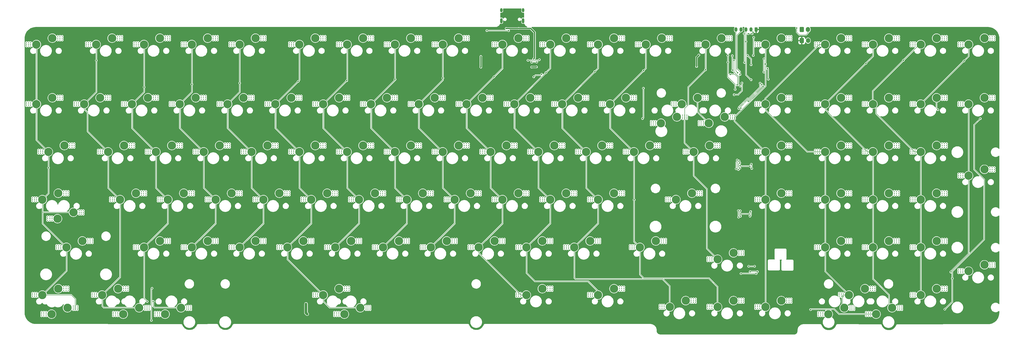
<source format=gbr>
G04 #@! TF.GenerationSoftware,KiCad,Pcbnew,8.99.0-946-gf00a1ab517*
G04 #@! TF.CreationDate,2024-05-15T19:48:55+07:00*
G04 #@! TF.ProjectId,austin,61757374-696e-42e6-9b69-6361645f7063,v2.2.6*
G04 #@! TF.SameCoordinates,PX1a96a400PY40d23d0*
G04 #@! TF.FileFunction,Copper,L1,Top*
G04 #@! TF.FilePolarity,Positive*
%FSLAX46Y46*%
G04 Gerber Fmt 4.6, Leading zero omitted, Abs format (unit mm)*
G04 Created by KiCad (PCBNEW 8.99.0-946-gf00a1ab517) date 2024-05-15 19:48:55*
%MOMM*%
%LPD*%
G01*
G04 APERTURE LIST*
G04 Aperture macros list*
%AMRoundRect*
0 Rectangle with rounded corners*
0 $1 Rounding radius*
0 $2 $3 $4 $5 $6 $7 $8 $9 X,Y pos of 4 corners*
0 Add a 4 corners polygon primitive as box body*
4,1,4,$2,$3,$4,$5,$6,$7,$8,$9,$2,$3,0*
0 Add four circle primitives for the rounded corners*
1,1,$1+$1,$2,$3*
1,1,$1+$1,$4,$5*
1,1,$1+$1,$6,$7*
1,1,$1+$1,$8,$9*
0 Add four rect primitives between the rounded corners*
20,1,$1+$1,$2,$3,$4,$5,0*
20,1,$1+$1,$4,$5,$6,$7,0*
20,1,$1+$1,$6,$7,$8,$9,0*
20,1,$1+$1,$8,$9,$2,$3,0*%
G04 Aperture macros list end*
G04 #@! TA.AperFunction,ComponentPad*
%ADD10C,3.300000*%
G04 #@! TD*
G04 #@! TA.AperFunction,ComponentPad*
%ADD11C,0.400000*%
G04 #@! TD*
G04 #@! TA.AperFunction,ComponentPad*
%ADD12RoundRect,0.250000X0.350000X0.625000X-0.350000X0.625000X-0.350000X-0.625000X0.350000X-0.625000X0*%
G04 #@! TD*
G04 #@! TA.AperFunction,ComponentPad*
%ADD13O,1.200000X1.750000*%
G04 #@! TD*
G04 #@! TA.AperFunction,ComponentPad*
%ADD14RoundRect,0.250000X-0.600000X-0.750000X0.600000X-0.750000X0.600000X0.750000X-0.600000X0.750000X0*%
G04 #@! TD*
G04 #@! TA.AperFunction,ComponentPad*
%ADD15O,1.700000X2.000000*%
G04 #@! TD*
G04 #@! TA.AperFunction,ComponentPad*
%ADD16O,1.000000X1.600000*%
G04 #@! TD*
G04 #@! TA.AperFunction,ComponentPad*
%ADD17O,1.000000X2.100000*%
G04 #@! TD*
G04 #@! TA.AperFunction,ViaPad*
%ADD18C,0.600000*%
G04 #@! TD*
G04 #@! TA.AperFunction,Conductor*
%ADD19C,0.200000*%
G04 #@! TD*
G04 #@! TA.AperFunction,Conductor*
%ADD20C,0.500000*%
G04 #@! TD*
G04 #@! TA.AperFunction,Conductor*
%ADD21C,1.000000*%
G04 #@! TD*
G04 APERTURE END LIST*
D10*
X-42922500Y-78010000D03*
D11*
X-40762500Y-77290000D03*
X-40737500Y-78055000D03*
X-40737500Y-78790000D03*
X-39862500Y-77290000D03*
X-39862500Y-78055000D03*
X-39862500Y-78790000D03*
X-38962500Y-77290000D03*
X-38962500Y-78055000D03*
X-38962500Y-78790000D03*
X-53212500Y-79790000D03*
X-53212500Y-80490000D03*
X-53212500Y-81190000D03*
X-52362500Y-79790000D03*
X-52362500Y-80490000D03*
X-52362500Y-81190000D03*
X-51562500Y-79790000D03*
X-51562500Y-80490000D03*
X-51562500Y-81190000D03*
D10*
X-49272500Y-80550000D03*
X-257235000Y-58960000D03*
D11*
X-255075000Y-58240000D03*
X-255050000Y-59005000D03*
X-255050000Y-59740000D03*
X-254175000Y-58240000D03*
X-254175000Y-59005000D03*
X-254175000Y-59740000D03*
X-253275000Y-58240000D03*
X-253275000Y-59005000D03*
X-253275000Y-59740000D03*
X-267525000Y-60740000D03*
X-267525000Y-61440000D03*
X-267525000Y-62140000D03*
X-266675000Y-60740000D03*
X-266675000Y-61440000D03*
X-266675000Y-62140000D03*
X-265875000Y-60740000D03*
X-265875000Y-61440000D03*
X-265875000Y-62140000D03*
D10*
X-263585000Y-61500000D03*
X-328672000Y-78010000D03*
D11*
X-326512000Y-77290000D03*
X-326487000Y-78055000D03*
X-326487000Y-78790000D03*
X-325612000Y-77290000D03*
X-325612000Y-78055000D03*
X-325612000Y-78790000D03*
X-324712000Y-77290000D03*
X-324712000Y-78055000D03*
X-324712000Y-78790000D03*
X-338962000Y-79790000D03*
X-338962000Y-80490000D03*
X-338962000Y-81190000D03*
X-338112000Y-79790000D03*
X-338112000Y-80490000D03*
X-338112000Y-81190000D03*
X-337312000Y-79790000D03*
X-337312000Y-80490000D03*
X-337312000Y-81190000D03*
D10*
X-335022000Y-80550000D03*
X-307241500Y-135160000D03*
D11*
X-305081500Y-134440000D03*
X-305056500Y-135205000D03*
X-305056500Y-135940000D03*
X-304181500Y-134440000D03*
X-304181500Y-135205000D03*
X-304181500Y-135940000D03*
X-303281500Y-134440000D03*
X-303281500Y-135205000D03*
X-303281500Y-135940000D03*
X-317531500Y-136940000D03*
X-317531500Y-137640000D03*
X-317531500Y-138340000D03*
X-316681500Y-136940000D03*
X-316681500Y-137640000D03*
X-316681500Y-138340000D03*
X-315881500Y-136940000D03*
X-315881500Y-137640000D03*
X-315881500Y-138340000D03*
D10*
X-313591500Y-137700000D03*
X-19110000Y-116110000D03*
D11*
X-16950000Y-115390000D03*
X-16925000Y-116155000D03*
X-16925000Y-116890000D03*
X-16050000Y-115390000D03*
X-16050000Y-116155000D03*
X-16050000Y-116890000D03*
X-15150000Y-115390000D03*
X-15150000Y-116155000D03*
X-15150000Y-116890000D03*
X-29400000Y-117890000D03*
X-29400000Y-118590000D03*
X-29400000Y-119290000D03*
X-28550000Y-117890000D03*
X-28550000Y-118590000D03*
X-28550000Y-119290000D03*
X-27750000Y-117890000D03*
X-27750000Y-118590000D03*
X-27750000Y-119290000D03*
D10*
X-25460000Y-118650000D03*
X18990000Y-78010000D03*
D11*
X21150000Y-77290000D03*
X21175000Y-78055000D03*
X21175000Y-78790000D03*
X22050000Y-77290000D03*
X22050000Y-78055000D03*
X22050000Y-78790000D03*
X22950000Y-77290000D03*
X22950000Y-78055000D03*
X22950000Y-78790000D03*
X8700000Y-79790000D03*
X8700000Y-80490000D03*
X8700000Y-81190000D03*
X9550000Y-79790000D03*
X9550000Y-80490000D03*
X9550000Y-81190000D03*
X10350000Y-79790000D03*
X10350000Y-80490000D03*
X10350000Y-81190000D03*
D10*
X12640000Y-80550000D03*
X38040000Y-35147500D03*
D11*
X40200000Y-34427500D03*
X40225000Y-35192500D03*
X40225000Y-35927500D03*
X41100000Y-34427500D03*
X41100000Y-35192500D03*
X41100000Y-35927500D03*
X42000000Y-34427500D03*
X42000000Y-35192500D03*
X42000000Y-35927500D03*
X27750000Y-36927500D03*
X27750000Y-37627500D03*
X27750000Y-38327500D03*
X28600000Y-36927500D03*
X28600000Y-37627500D03*
X28600000Y-38327500D03*
X29400000Y-36927500D03*
X29400000Y-37627500D03*
X29400000Y-38327500D03*
D10*
X31690000Y-37687500D03*
X18990000Y-116110000D03*
D11*
X21150000Y-115390000D03*
X21175000Y-116155000D03*
X21175000Y-116890000D03*
X22050000Y-115390000D03*
X22050000Y-116155000D03*
X22050000Y-116890000D03*
X22950000Y-115390000D03*
X22950000Y-116155000D03*
X22950000Y-116890000D03*
X8700000Y-117890000D03*
X8700000Y-118590000D03*
X8700000Y-119290000D03*
X9550000Y-117890000D03*
X9550000Y-118590000D03*
X9550000Y-119290000D03*
X10350000Y-117890000D03*
X10350000Y-118590000D03*
X10350000Y-119290000D03*
D10*
X12640000Y-118650000D03*
X-190560000Y-78010000D03*
D11*
X-188400000Y-77290000D03*
X-188375000Y-78055000D03*
X-188375000Y-78790000D03*
X-187500000Y-77290000D03*
X-187500000Y-78055000D03*
X-187500000Y-78790000D03*
X-186600000Y-77290000D03*
X-186600000Y-78055000D03*
X-186600000Y-78790000D03*
X-200850000Y-79790000D03*
X-200850000Y-80490000D03*
X-200850000Y-81190000D03*
X-200000000Y-79790000D03*
X-200000000Y-80490000D03*
X-200000000Y-81190000D03*
X-199200000Y-79790000D03*
X-199200000Y-80490000D03*
X-199200000Y-81190000D03*
D10*
X-196910000Y-80550000D03*
X38040000Y-125635000D03*
D11*
X40200000Y-124915000D03*
X40225000Y-125680000D03*
X40225000Y-126415000D03*
X41100000Y-124915000D03*
X41100000Y-125680000D03*
X41100000Y-126415000D03*
X42000000Y-124915000D03*
X42000000Y-125680000D03*
X42000000Y-126415000D03*
X27750000Y-127415000D03*
X27750000Y-128115000D03*
X27750000Y-128815000D03*
X28600000Y-127415000D03*
X28600000Y-128115000D03*
X28600000Y-128815000D03*
X29400000Y-127415000D03*
X29400000Y-128115000D03*
X29400000Y-128815000D03*
D10*
X31690000Y-128175000D03*
X-166747500Y-97060000D03*
D11*
X-164587500Y-96340000D03*
X-164562500Y-97105000D03*
X-164562500Y-97840000D03*
X-163687500Y-96340000D03*
X-163687500Y-97105000D03*
X-163687500Y-97840000D03*
X-162787500Y-96340000D03*
X-162787500Y-97105000D03*
X-162787500Y-97840000D03*
X-177037500Y-98840000D03*
X-177037500Y-99540000D03*
X-177037500Y-100240000D03*
X-176187500Y-98840000D03*
X-176187500Y-99540000D03*
X-176187500Y-100240000D03*
X-175387500Y-98840000D03*
X-175387500Y-99540000D03*
X-175387500Y-100240000D03*
D10*
X-173097500Y-99600000D03*
X-295335000Y-58960000D03*
D11*
X-293175000Y-58240000D03*
X-293150000Y-59005000D03*
X-293150000Y-59740000D03*
X-292275000Y-58240000D03*
X-292275000Y-59005000D03*
X-292275000Y-59740000D03*
X-291375000Y-58240000D03*
X-291375000Y-59005000D03*
X-291375000Y-59740000D03*
X-305625000Y-60740000D03*
X-305625000Y-61440000D03*
X-305625000Y-62140000D03*
X-304775000Y-60740000D03*
X-304775000Y-61440000D03*
X-304775000Y-62140000D03*
X-303975000Y-60740000D03*
X-303975000Y-61440000D03*
X-303975000Y-62140000D03*
D10*
X-301685000Y-61500000D03*
X-209610000Y-35147500D03*
D11*
X-207450000Y-34427500D03*
X-207425000Y-35192500D03*
X-207425000Y-35927500D03*
X-206550000Y-34427500D03*
X-206550000Y-35192500D03*
X-206550000Y-35927500D03*
X-205650000Y-34427500D03*
X-205650000Y-35192500D03*
X-205650000Y-35927500D03*
X-219900000Y-36927500D03*
X-219900000Y-37627500D03*
X-219900000Y-38327500D03*
X-219050000Y-36927500D03*
X-219050000Y-37627500D03*
X-219050000Y-38327500D03*
X-218250000Y-36927500D03*
X-218250000Y-37627500D03*
X-218250000Y-38327500D03*
D10*
X-215960000Y-37687500D03*
X-252472500Y-35147500D03*
D11*
X-250312500Y-34427500D03*
X-250287500Y-35192500D03*
X-250287500Y-35927500D03*
X-249412500Y-34427500D03*
X-249412500Y-35192500D03*
X-249412500Y-35927500D03*
X-248512500Y-34427500D03*
X-248512500Y-35192500D03*
X-248512500Y-35927500D03*
X-262762500Y-36927500D03*
X-262762500Y-37627500D03*
X-262762500Y-38327500D03*
X-261912500Y-36927500D03*
X-261912500Y-37627500D03*
X-261912500Y-38327500D03*
X-261112500Y-36927500D03*
X-261112500Y-37627500D03*
X-261112500Y-38327500D03*
D10*
X-258822500Y-37687500D03*
X-42922500Y-139922500D03*
D11*
X-40762500Y-139202500D03*
X-40737500Y-139967500D03*
X-40737500Y-140702500D03*
X-39862500Y-139202500D03*
X-39862500Y-139967500D03*
X-39862500Y-140702500D03*
X-38962500Y-139202500D03*
X-38962500Y-139967500D03*
X-38962500Y-140702500D03*
X-53212500Y-141702500D03*
X-53212500Y-142402500D03*
X-53212500Y-143102500D03*
X-52362500Y-141702500D03*
X-52362500Y-142402500D03*
X-52362500Y-143102500D03*
X-51562500Y-141702500D03*
X-51562500Y-142402500D03*
X-51562500Y-143102500D03*
D10*
X-49272500Y-142462500D03*
X-42922500Y-97060000D03*
D11*
X-40762500Y-96340000D03*
X-40737500Y-97105000D03*
X-40737500Y-97840000D03*
X-39862500Y-96340000D03*
X-39862500Y-97105000D03*
X-39862500Y-97840000D03*
X-38962500Y-96340000D03*
X-38962500Y-97105000D03*
X-38962500Y-97840000D03*
X-53212500Y-98840000D03*
X-53212500Y-99540000D03*
X-53212500Y-100240000D03*
X-52362500Y-98840000D03*
X-52362500Y-99540000D03*
X-52362500Y-100240000D03*
X-51562500Y-98840000D03*
X-51562500Y-99540000D03*
X-51562500Y-100240000D03*
D10*
X-49272500Y-99600000D03*
X-214372500Y-116110000D03*
D11*
X-212212500Y-115390000D03*
X-212187500Y-116155000D03*
X-212187500Y-116890000D03*
X-211312500Y-115390000D03*
X-211312500Y-116155000D03*
X-211312500Y-116890000D03*
X-210412500Y-115390000D03*
X-210412500Y-116155000D03*
X-210412500Y-116890000D03*
X-224662500Y-117890000D03*
X-224662500Y-118590000D03*
X-224662500Y-119290000D03*
X-223812500Y-117890000D03*
X-223812500Y-118590000D03*
X-223812500Y-119290000D03*
X-223012500Y-117890000D03*
X-223012500Y-118590000D03*
X-223012500Y-119290000D03*
D10*
X-220722500Y-118650000D03*
X38040000Y-87535000D03*
D11*
X40200000Y-86815000D03*
X40225000Y-87580000D03*
X40225000Y-88315000D03*
X41100000Y-86815000D03*
X41100000Y-87580000D03*
X41100000Y-88315000D03*
X42000000Y-86815000D03*
X42000000Y-87580000D03*
X42000000Y-88315000D03*
X27750000Y-89315000D03*
X27750000Y-90015000D03*
X27750000Y-90715000D03*
X28600000Y-89315000D03*
X28600000Y-90015000D03*
X28600000Y-90715000D03*
X29400000Y-89315000D03*
X29400000Y-90015000D03*
X29400000Y-90715000D03*
D10*
X31690000Y-90075000D03*
X-271522500Y-116110000D03*
D11*
X-269362500Y-115390000D03*
X-269337500Y-116155000D03*
X-269337500Y-116890000D03*
X-268462500Y-115390000D03*
X-268462500Y-116155000D03*
X-268462500Y-116890000D03*
X-267562500Y-115390000D03*
X-267562500Y-116155000D03*
X-267562500Y-116890000D03*
X-281812500Y-117890000D03*
X-281812500Y-118590000D03*
X-281812500Y-119290000D03*
X-280962500Y-117890000D03*
X-280962500Y-118590000D03*
X-280962500Y-119290000D03*
X-280162500Y-117890000D03*
X-280162500Y-118590000D03*
X-280162500Y-119290000D03*
D10*
X-277872500Y-118650000D03*
X-152460000Y-78010000D03*
D11*
X-150300000Y-77290000D03*
X-150275000Y-78055000D03*
X-150275000Y-78790000D03*
X-149400000Y-77290000D03*
X-149400000Y-78055000D03*
X-149400000Y-78790000D03*
X-148500000Y-77290000D03*
X-148500000Y-78055000D03*
X-148500000Y-78790000D03*
X-162750000Y-79790000D03*
X-162750000Y-80490000D03*
X-162750000Y-81190000D03*
X-161900000Y-79790000D03*
X-161900000Y-80490000D03*
X-161900000Y-81190000D03*
X-161100000Y-79790000D03*
X-161100000Y-80490000D03*
X-161100000Y-81190000D03*
D10*
X-158810000Y-80550000D03*
X-304860000Y-78010000D03*
D11*
X-302700000Y-77290000D03*
X-302675000Y-78055000D03*
X-302675000Y-78790000D03*
X-301800000Y-77290000D03*
X-301800000Y-78055000D03*
X-301800000Y-78790000D03*
X-300900000Y-77290000D03*
X-300900000Y-78055000D03*
X-300900000Y-78790000D03*
X-315150000Y-79790000D03*
X-315150000Y-80490000D03*
X-315150000Y-81190000D03*
X-314300000Y-79790000D03*
X-314300000Y-80490000D03*
X-314300000Y-81190000D03*
X-313500000Y-79790000D03*
X-313500000Y-80490000D03*
X-313500000Y-81190000D03*
D10*
X-311210000Y-80550000D03*
X-300097500Y-97060000D03*
D11*
X-297937500Y-96340000D03*
X-297912500Y-97105000D03*
X-297912500Y-97840000D03*
X-297037500Y-96340000D03*
X-297037500Y-97105000D03*
X-297037500Y-97840000D03*
X-296137500Y-96340000D03*
X-296137500Y-97105000D03*
X-296137500Y-97840000D03*
X-310387500Y-98840000D03*
X-310387500Y-99540000D03*
X-310387500Y-100240000D03*
X-309537500Y-98840000D03*
X-309537500Y-99540000D03*
X-309537500Y-100240000D03*
X-308737500Y-98840000D03*
X-308737500Y-99540000D03*
X-308737500Y-100240000D03*
D10*
X-306447500Y-99600000D03*
X-238185000Y-58960000D03*
D11*
X-236025000Y-58240000D03*
X-236000000Y-59005000D03*
X-236000000Y-59740000D03*
X-235125000Y-58240000D03*
X-235125000Y-59005000D03*
X-235125000Y-59740000D03*
X-234225000Y-58240000D03*
X-234225000Y-59005000D03*
X-234225000Y-59740000D03*
X-248475000Y-60740000D03*
X-248475000Y-61440000D03*
X-248475000Y-62140000D03*
X-247625000Y-60740000D03*
X-247625000Y-61440000D03*
X-247625000Y-62140000D03*
X-246825000Y-60740000D03*
X-246825000Y-61440000D03*
X-246825000Y-62140000D03*
D10*
X-244535000Y-61500000D03*
X-138172000Y-135160000D03*
D11*
X-136012000Y-134440000D03*
X-135987000Y-135205000D03*
X-135987000Y-135940000D03*
X-135112000Y-134440000D03*
X-135112000Y-135205000D03*
X-135112000Y-135940000D03*
X-134212000Y-134440000D03*
X-134212000Y-135205000D03*
X-134212000Y-135940000D03*
X-148462000Y-136940000D03*
X-148462000Y-137640000D03*
X-148462000Y-138340000D03*
X-147612000Y-136940000D03*
X-147612000Y-137640000D03*
X-147612000Y-138340000D03*
X-146812000Y-136940000D03*
X-146812000Y-137640000D03*
X-146812000Y-138340000D03*
D10*
X-144522000Y-137700000D03*
X-81022500Y-139922500D03*
D11*
X-78862500Y-139202500D03*
X-78837500Y-139967500D03*
X-78837500Y-140702500D03*
X-77962500Y-139202500D03*
X-77962500Y-139967500D03*
X-77962500Y-140702500D03*
X-77062500Y-139202500D03*
X-77062500Y-139967500D03*
X-77062500Y-140702500D03*
X-91312500Y-141702500D03*
X-91312500Y-142402500D03*
X-91312500Y-143102500D03*
X-90462500Y-141702500D03*
X-90462500Y-142402500D03*
X-90462500Y-143102500D03*
X-89662500Y-141702500D03*
X-89662500Y-142402500D03*
X-89662500Y-143102500D03*
D10*
X-87372500Y-142462500D03*
X-66735000Y-35147500D03*
D11*
X-64575000Y-34427500D03*
X-64550000Y-35192500D03*
X-64550000Y-35927500D03*
X-63675000Y-34427500D03*
X-63675000Y-35192500D03*
X-63675000Y-35927500D03*
X-62775000Y-34427500D03*
X-62775000Y-35192500D03*
X-62775000Y-35927500D03*
X-77025000Y-36927500D03*
X-77025000Y-37627500D03*
X-77025000Y-38327500D03*
X-76175000Y-36927500D03*
X-76175000Y-37627500D03*
X-76175000Y-38327500D03*
X-75375000Y-36927500D03*
X-75375000Y-37627500D03*
X-75375000Y-38327500D03*
D10*
X-73085000Y-37687500D03*
X-90865000Y-69120000D03*
D11*
X-93025000Y-69840000D03*
X-93050000Y-69075000D03*
X-93050000Y-68340000D03*
X-93925000Y-69840000D03*
X-93925000Y-69075000D03*
X-93925000Y-68340000D03*
X-94825000Y-69840000D03*
X-94825000Y-69075000D03*
X-94825000Y-68340000D03*
X-80575000Y-67340000D03*
X-80575000Y-66640000D03*
X-80575000Y-65940000D03*
X-81425000Y-67340000D03*
X-81425000Y-66640000D03*
X-81425000Y-65940000D03*
X-82225000Y-67340000D03*
X-82225000Y-66640000D03*
X-82225000Y-65940000D03*
D10*
X-84515000Y-66580000D03*
X-119122500Y-116110000D03*
D11*
X-116962500Y-115390000D03*
X-116937500Y-116155000D03*
X-116937500Y-116890000D03*
X-116062500Y-115390000D03*
X-116062500Y-116155000D03*
X-116062500Y-116890000D03*
X-115162500Y-115390000D03*
X-115162500Y-116155000D03*
X-115162500Y-116890000D03*
X-129412500Y-117890000D03*
X-129412500Y-118590000D03*
X-129412500Y-119290000D03*
X-128562500Y-117890000D03*
X-128562500Y-118590000D03*
X-128562500Y-119290000D03*
X-127762500Y-117890000D03*
X-127762500Y-118590000D03*
X-127762500Y-119290000D03*
D10*
X-125472500Y-118650000D03*
X-331054000Y-135160000D03*
D11*
X-328894000Y-134440000D03*
X-328869000Y-135205000D03*
X-328869000Y-135940000D03*
X-327994000Y-134440000D03*
X-327994000Y-135205000D03*
X-327994000Y-135940000D03*
X-327094000Y-134440000D03*
X-327094000Y-135205000D03*
X-327094000Y-135940000D03*
X-341344000Y-136940000D03*
X-341344000Y-137640000D03*
X-341344000Y-138340000D03*
X-340494000Y-136940000D03*
X-340494000Y-137640000D03*
X-340494000Y-138340000D03*
X-339694000Y-136940000D03*
X-339694000Y-137640000D03*
X-339694000Y-138340000D03*
D10*
X-337404000Y-137700000D03*
D12*
X-53000000Y-31730000D03*
D13*
X-55000000Y-31730000D03*
X-57000000Y-31730000D03*
X-59000000Y-31730000D03*
X-61000000Y-31730000D03*
D10*
X-42922500Y-35147500D03*
D11*
X-40762500Y-34427500D03*
X-40737500Y-35192500D03*
X-40737500Y-35927500D03*
X-39862500Y-34427500D03*
X-39862500Y-35192500D03*
X-39862500Y-35927500D03*
X-38962500Y-34427500D03*
X-38962500Y-35192500D03*
X-38962500Y-35927500D03*
X-53212500Y-36927500D03*
X-53212500Y-37627500D03*
X-53212500Y-38327500D03*
X-52362500Y-36927500D03*
X-52362500Y-37627500D03*
X-52362500Y-38327500D03*
X-51562500Y-36927500D03*
X-51562500Y-37627500D03*
X-51562500Y-38327500D03*
D10*
X-49272500Y-37687500D03*
X-114360000Y-78010000D03*
D11*
X-112200000Y-77290000D03*
X-112175000Y-78055000D03*
X-112175000Y-78790000D03*
X-111300000Y-77290000D03*
X-111300000Y-78055000D03*
X-111300000Y-78790000D03*
X-110400000Y-77290000D03*
X-110400000Y-78055000D03*
X-110400000Y-78790000D03*
X-124650000Y-79790000D03*
X-124650000Y-80490000D03*
X-124650000Y-81190000D03*
X-123800000Y-79790000D03*
X-123800000Y-80490000D03*
X-123800000Y-81190000D03*
X-123000000Y-79790000D03*
X-123000000Y-80490000D03*
X-123000000Y-81190000D03*
D10*
X-120710000Y-80550000D03*
X-142935000Y-58960000D03*
D11*
X-140775000Y-58240000D03*
X-140750000Y-59005000D03*
X-140750000Y-59740000D03*
X-139875000Y-58240000D03*
X-139875000Y-59005000D03*
X-139875000Y-59740000D03*
X-138975000Y-58240000D03*
X-138975000Y-59005000D03*
X-138975000Y-59740000D03*
X-153225000Y-60740000D03*
X-153225000Y-61440000D03*
X-153225000Y-62140000D03*
X-152375000Y-60740000D03*
X-152375000Y-61440000D03*
X-152375000Y-62140000D03*
X-151575000Y-60740000D03*
X-151575000Y-61440000D03*
X-151575000Y-62140000D03*
D10*
X-149285000Y-61500000D03*
X-228660000Y-35147500D03*
D11*
X-226500000Y-34427500D03*
X-226475000Y-35192500D03*
X-226475000Y-35927500D03*
X-225600000Y-34427500D03*
X-225600000Y-35192500D03*
X-225600000Y-35927500D03*
X-224700000Y-34427500D03*
X-224700000Y-35192500D03*
X-224700000Y-35927500D03*
X-238950000Y-36927500D03*
X-238950000Y-37627500D03*
X-238950000Y-38327500D03*
X-238100000Y-36927500D03*
X-238100000Y-37627500D03*
X-238100000Y-38327500D03*
X-237300000Y-36927500D03*
X-237300000Y-37627500D03*
X-237300000Y-38327500D03*
D10*
X-235010000Y-37687500D03*
X-261997500Y-97060000D03*
D11*
X-259837500Y-96340000D03*
X-259812500Y-97105000D03*
X-259812500Y-97840000D03*
X-258937500Y-96340000D03*
X-258937500Y-97105000D03*
X-258937500Y-97840000D03*
X-258037500Y-96340000D03*
X-258037500Y-97105000D03*
X-258037500Y-97840000D03*
X-272287500Y-98840000D03*
X-272287500Y-99540000D03*
X-272287500Y-100240000D03*
X-271437500Y-98840000D03*
X-271437500Y-99540000D03*
X-271437500Y-100240000D03*
X-270637500Y-98840000D03*
X-270637500Y-99540000D03*
X-270637500Y-100240000D03*
D10*
X-268347500Y-99600000D03*
X-78566900Y-97060000D03*
D11*
X-76406900Y-96340000D03*
X-76381900Y-97105000D03*
X-76381900Y-97840000D03*
X-75506900Y-96340000D03*
X-75506900Y-97105000D03*
X-75506900Y-97840000D03*
X-74606900Y-96340000D03*
X-74606900Y-97105000D03*
X-74606900Y-97840000D03*
X-88856900Y-98840000D03*
X-88856900Y-99540000D03*
X-88856900Y-100240000D03*
X-88006900Y-98840000D03*
X-88006900Y-99540000D03*
X-88006900Y-100240000D03*
X-87206900Y-98840000D03*
X-87206900Y-99540000D03*
X-87206900Y-100240000D03*
D10*
X-84916900Y-99600000D03*
X-104835000Y-58960000D03*
D11*
X-102675000Y-58240000D03*
X-102650000Y-59005000D03*
X-102650000Y-59740000D03*
X-101775000Y-58240000D03*
X-101775000Y-59005000D03*
X-101775000Y-59740000D03*
X-100875000Y-58240000D03*
X-100875000Y-59005000D03*
X-100875000Y-59740000D03*
X-115125000Y-60740000D03*
X-115125000Y-61440000D03*
X-115125000Y-62140000D03*
X-114275000Y-60740000D03*
X-114275000Y-61440000D03*
X-114275000Y-62140000D03*
X-113475000Y-60740000D03*
X-113475000Y-61440000D03*
X-113475000Y-62140000D03*
D10*
X-111185000Y-61500000D03*
X-171510000Y-35147500D03*
D11*
X-169350000Y-34427500D03*
X-169325000Y-35192500D03*
X-169325000Y-35927500D03*
X-168450000Y-34427500D03*
X-168450000Y-35192500D03*
X-168450000Y-35927500D03*
X-167550000Y-34427500D03*
X-167550000Y-35192500D03*
X-167550000Y-35927500D03*
X-181800000Y-36927500D03*
X-181800000Y-37627500D03*
X-181800000Y-38327500D03*
X-180950000Y-36927500D03*
X-180950000Y-37627500D03*
X-180950000Y-38327500D03*
X-180150000Y-36927500D03*
X-180150000Y-37627500D03*
X-180150000Y-38327500D03*
D10*
X-177860000Y-37687500D03*
X-219135000Y-58960000D03*
D11*
X-216975000Y-58240000D03*
X-216950000Y-59005000D03*
X-216950000Y-59740000D03*
X-216075000Y-58240000D03*
X-216075000Y-59005000D03*
X-216075000Y-59740000D03*
X-215175000Y-58240000D03*
X-215175000Y-59005000D03*
X-215175000Y-59740000D03*
X-229425000Y-60740000D03*
X-229425000Y-61440000D03*
X-229425000Y-62140000D03*
X-228575000Y-60740000D03*
X-228575000Y-61440000D03*
X-228575000Y-62140000D03*
X-227775000Y-60740000D03*
X-227775000Y-61440000D03*
X-227775000Y-62140000D03*
D10*
X-225485000Y-61500000D03*
X-276285000Y-58960000D03*
D11*
X-274125000Y-58240000D03*
X-274100000Y-59005000D03*
X-274100000Y-59740000D03*
X-273225000Y-58240000D03*
X-273225000Y-59005000D03*
X-273225000Y-59740000D03*
X-272325000Y-58240000D03*
X-272325000Y-59005000D03*
X-272325000Y-59740000D03*
X-286575000Y-60740000D03*
X-286575000Y-61440000D03*
X-286575000Y-62140000D03*
X-285725000Y-60740000D03*
X-285725000Y-61440000D03*
X-285725000Y-62140000D03*
X-284925000Y-60740000D03*
X-284925000Y-61440000D03*
X-284925000Y-62140000D03*
D10*
X-282635000Y-61500000D03*
X-290572500Y-116110000D03*
D11*
X-288412500Y-115390000D03*
X-288387500Y-116155000D03*
X-288387500Y-116890000D03*
X-287512500Y-115390000D03*
X-287512500Y-116155000D03*
X-287512500Y-116890000D03*
X-286612500Y-115390000D03*
X-286612500Y-116155000D03*
X-286612500Y-116890000D03*
X-300862500Y-117890000D03*
X-300862500Y-118590000D03*
X-300862500Y-119290000D03*
X-300012500Y-117890000D03*
X-300012500Y-118590000D03*
X-300012500Y-119290000D03*
X-299212500Y-117890000D03*
X-299212500Y-118590000D03*
X-299212500Y-119290000D03*
D10*
X-296922500Y-118650000D03*
X18990000Y-135160000D03*
D11*
X21150000Y-134440000D03*
X21175000Y-135205000D03*
X21175000Y-135940000D03*
X22050000Y-134440000D03*
X22050000Y-135205000D03*
X22050000Y-135940000D03*
X22950000Y-134440000D03*
X22950000Y-135205000D03*
X22950000Y-135940000D03*
X8700000Y-136940000D03*
X8700000Y-137640000D03*
X8700000Y-138340000D03*
X9550000Y-136940000D03*
X9550000Y-137640000D03*
X9550000Y-138340000D03*
X10350000Y-136940000D03*
X10350000Y-137640000D03*
X10350000Y-138340000D03*
D10*
X12640000Y-137700000D03*
X-9585001Y-135160000D03*
D11*
X-7425001Y-134440000D03*
X-7400001Y-135205000D03*
X-7400001Y-135940000D03*
X-6525001Y-134440000D03*
X-6525001Y-135205000D03*
X-6525001Y-135940000D03*
X-5625001Y-134440000D03*
X-5625001Y-135205000D03*
X-5625001Y-135940000D03*
X-19875001Y-136940000D03*
X-19875001Y-137640000D03*
X-19875001Y-138340000D03*
X-19025001Y-136940000D03*
X-19025001Y-137640000D03*
X-19025001Y-138340000D03*
X-18225001Y-136940000D03*
X-18225001Y-137640000D03*
X-18225001Y-138340000D03*
D10*
X-15935001Y-137700000D03*
X-161985000Y-58960000D03*
D11*
X-159825000Y-58240000D03*
X-159800000Y-59005000D03*
X-159800000Y-59740000D03*
X-158925000Y-58240000D03*
X-158925000Y-59005000D03*
X-158925000Y-59740000D03*
X-158025000Y-58240000D03*
X-158025000Y-59005000D03*
X-158025000Y-59740000D03*
X-172275000Y-60740000D03*
X-172275000Y-61440000D03*
X-172275000Y-62140000D03*
X-171425000Y-60740000D03*
X-171425000Y-61440000D03*
X-171425000Y-62140000D03*
X-170625000Y-60740000D03*
X-170625000Y-61440000D03*
X-170625000Y-62140000D03*
D10*
X-168335000Y-61500000D03*
X-223897500Y-97060000D03*
D11*
X-221737500Y-96340000D03*
X-221712500Y-97105000D03*
X-221712500Y-97840000D03*
X-220837500Y-96340000D03*
X-220837500Y-97105000D03*
X-220837500Y-97840000D03*
X-219937500Y-96340000D03*
X-219937500Y-97105000D03*
X-219937500Y-97840000D03*
X-234187500Y-98840000D03*
X-234187500Y-99540000D03*
X-234187500Y-100240000D03*
X-233337500Y-98840000D03*
X-233337500Y-99540000D03*
X-233337500Y-100240000D03*
X-232537500Y-98840000D03*
X-232537500Y-99540000D03*
X-232537500Y-100240000D03*
D10*
X-230247500Y-99600000D03*
X-333752000Y-145320000D03*
D11*
X-335912000Y-146040000D03*
X-335937000Y-145275000D03*
X-335937000Y-144540000D03*
X-336812000Y-146040000D03*
X-336812000Y-145275000D03*
X-336812000Y-144540000D03*
X-337712000Y-146040000D03*
X-337712000Y-145275000D03*
X-337712000Y-144540000D03*
X-323462000Y-143540000D03*
X-323462000Y-142840000D03*
X-323462000Y-142140000D03*
X-324312000Y-143540000D03*
X-324312000Y-142840000D03*
X-324312000Y-142140000D03*
X-325112000Y-143540000D03*
X-325112000Y-142840000D03*
X-325112000Y-142140000D03*
D10*
X-327402000Y-142780000D03*
X-271522500Y-35147500D03*
D11*
X-269362500Y-34427500D03*
X-269337500Y-35192500D03*
X-269337500Y-35927500D03*
X-268462500Y-34427500D03*
X-268462500Y-35192500D03*
X-268462500Y-35927500D03*
X-267562500Y-34427500D03*
X-267562500Y-35192500D03*
X-267562500Y-35927500D03*
X-281812500Y-36927500D03*
X-281812500Y-37627500D03*
X-281812500Y-38327500D03*
X-280962500Y-36927500D03*
X-280962500Y-37627500D03*
X-280962500Y-38327500D03*
X-280162500Y-36927500D03*
X-280162500Y-37627500D03*
X-280162500Y-38327500D03*
D10*
X-277872500Y-37687500D03*
X38040000Y-58960000D03*
D11*
X40200000Y-58240000D03*
X40225000Y-59005000D03*
X40225000Y-59740000D03*
X41100000Y-58240000D03*
X41100000Y-59005000D03*
X41100000Y-59740000D03*
X42000000Y-58240000D03*
X42000000Y-59005000D03*
X42000000Y-59740000D03*
X27750000Y-60740000D03*
X27750000Y-61440000D03*
X27750000Y-62140000D03*
X28600000Y-60740000D03*
X28600000Y-61440000D03*
X28600000Y-62140000D03*
X29400000Y-60740000D03*
X29400000Y-61440000D03*
X29400000Y-62140000D03*
D10*
X31690000Y-61500000D03*
X-19110000Y-35147500D03*
D11*
X-16950000Y-34427500D03*
X-16925000Y-35192500D03*
X-16925000Y-35927500D03*
X-16050000Y-34427500D03*
X-16050000Y-35192500D03*
X-16050000Y-35927500D03*
X-15150000Y-34427500D03*
X-15150000Y-35192500D03*
X-15150000Y-35927500D03*
X-29400000Y-36927500D03*
X-29400000Y-37627500D03*
X-29400000Y-38327500D03*
X-28550000Y-36927500D03*
X-28550000Y-37627500D03*
X-28550000Y-38327500D03*
X-27750000Y-36927500D03*
X-27750000Y-37627500D03*
X-27750000Y-38327500D03*
D10*
X-25460000Y-37687500D03*
X-61972500Y-139922500D03*
D11*
X-59812500Y-139202500D03*
X-59787500Y-139967500D03*
X-59787500Y-140702500D03*
X-58912500Y-139202500D03*
X-58912500Y-139967500D03*
X-58912500Y-140702500D03*
X-58012500Y-139202500D03*
X-58012500Y-139967500D03*
X-58012500Y-140702500D03*
X-72262500Y-141702500D03*
X-72262500Y-142402500D03*
X-72262500Y-143102500D03*
X-71412500Y-141702500D03*
X-71412500Y-142402500D03*
X-71412500Y-143102500D03*
X-70612500Y-141702500D03*
X-70612500Y-142402500D03*
X-70612500Y-143102500D03*
D10*
X-68322500Y-142462500D03*
X-60000Y-58960000D03*
D11*
X2100000Y-58240000D03*
X2125000Y-59005000D03*
X2125000Y-59740000D03*
X3000000Y-58240000D03*
X3000000Y-59005000D03*
X3000000Y-59740000D03*
X3900000Y-58240000D03*
X3900000Y-59005000D03*
X3900000Y-59740000D03*
X-10350000Y-60740000D03*
X-10350000Y-61440000D03*
X-10350000Y-62140000D03*
X-9500000Y-60740000D03*
X-9500000Y-61440000D03*
X-9500000Y-62140000D03*
X-8700000Y-60740000D03*
X-8700000Y-61440000D03*
X-8700000Y-62140000D03*
D10*
X-6410000Y-61500000D03*
X-92928500Y-116110000D03*
D11*
X-90768500Y-115390000D03*
X-90743500Y-116155000D03*
X-90743500Y-116890000D03*
X-89868500Y-115390000D03*
X-89868500Y-116155000D03*
X-89868500Y-116890000D03*
X-88968500Y-115390000D03*
X-88968500Y-116155000D03*
X-88968500Y-116890000D03*
X-103218500Y-117890000D03*
X-103218500Y-118590000D03*
X-103218500Y-119290000D03*
X-102368500Y-117890000D03*
X-102368500Y-118590000D03*
X-102368500Y-119290000D03*
X-101568500Y-117890000D03*
X-101568500Y-118590000D03*
X-101568500Y-119290000D03*
D10*
X-99278500Y-118650000D03*
X-305177000Y-145320000D03*
D11*
X-307337000Y-146040000D03*
X-307362000Y-145275000D03*
X-307362000Y-144540000D03*
X-308237000Y-146040000D03*
X-308237000Y-145275000D03*
X-308237000Y-144540000D03*
X-309137000Y-146040000D03*
X-309137000Y-145275000D03*
X-309137000Y-144540000D03*
X-294887000Y-143540000D03*
X-294887000Y-142840000D03*
X-294887000Y-142140000D03*
X-295737000Y-143540000D03*
X-295737000Y-142840000D03*
X-295737000Y-142140000D03*
X-296537000Y-143540000D03*
X-296537000Y-142840000D03*
X-296537000Y-142140000D03*
D10*
X-298827000Y-142780000D03*
X-333435000Y-35147500D03*
D11*
X-331275000Y-34427500D03*
X-331250000Y-35192500D03*
X-331250000Y-35927500D03*
X-330375000Y-34427500D03*
X-330375000Y-35192500D03*
X-330375000Y-35927500D03*
X-329475000Y-34427500D03*
X-329475000Y-35192500D03*
X-329475000Y-35927500D03*
X-343725000Y-36927500D03*
X-343725000Y-37627500D03*
X-343725000Y-38327500D03*
X-342875000Y-36927500D03*
X-342875000Y-37627500D03*
X-342875000Y-38327500D03*
X-342075000Y-36927500D03*
X-342075000Y-37627500D03*
X-342075000Y-38327500D03*
D10*
X-339785000Y-37687500D03*
X-24190000Y-145320000D03*
D11*
X-26350000Y-146040000D03*
X-26375000Y-145275000D03*
X-26375000Y-144540000D03*
X-27250000Y-146040000D03*
X-27250000Y-145275000D03*
X-27250000Y-144540000D03*
X-28150000Y-146040000D03*
X-28150000Y-145275000D03*
X-28150000Y-144540000D03*
X-13900000Y-143540000D03*
X-13900000Y-142840000D03*
X-13900000Y-142140000D03*
X-14750000Y-143540000D03*
X-14750000Y-142840000D03*
X-14750000Y-142140000D03*
X-15550000Y-143540000D03*
X-15550000Y-142840000D03*
X-15550000Y-142140000D03*
D10*
X-17840000Y-142780000D03*
X-157222500Y-116110000D03*
D11*
X-155062500Y-115390000D03*
X-155037500Y-116155000D03*
X-155037500Y-116890000D03*
X-154162500Y-115390000D03*
X-154162500Y-116155000D03*
X-154162500Y-116890000D03*
X-153262500Y-115390000D03*
X-153262500Y-116155000D03*
X-153262500Y-116890000D03*
X-167512500Y-117890000D03*
X-167512500Y-118590000D03*
X-167512500Y-119290000D03*
X-166662500Y-117890000D03*
X-166662500Y-118590000D03*
X-166662500Y-119290000D03*
X-165862500Y-117890000D03*
X-165862500Y-118590000D03*
X-165862500Y-119290000D03*
D10*
X-163572500Y-118650000D03*
X-333435000Y-58960000D03*
D11*
X-331275000Y-58240000D03*
X-331250000Y-59005000D03*
X-331250000Y-59740000D03*
X-330375000Y-58240000D03*
X-330375000Y-59005000D03*
X-330375000Y-59740000D03*
X-329475000Y-58240000D03*
X-329475000Y-59005000D03*
X-329475000Y-59740000D03*
X-343725000Y-60740000D03*
X-343725000Y-61440000D03*
X-343725000Y-62140000D03*
X-342875000Y-60740000D03*
X-342875000Y-61440000D03*
X-342875000Y-62140000D03*
X-342075000Y-60740000D03*
X-342075000Y-61440000D03*
X-342075000Y-62140000D03*
D10*
X-339785000Y-61500000D03*
X-281047500Y-97060000D03*
D11*
X-278887500Y-96340000D03*
X-278862500Y-97105000D03*
X-278862500Y-97840000D03*
X-277987500Y-96340000D03*
X-277987500Y-97105000D03*
X-277987500Y-97840000D03*
X-277087500Y-96340000D03*
X-277087500Y-97105000D03*
X-277087500Y-97840000D03*
X-291337500Y-98840000D03*
X-291337500Y-99540000D03*
X-291337500Y-100240000D03*
X-290487500Y-98840000D03*
X-290487500Y-99540000D03*
X-290487500Y-100240000D03*
X-289687500Y-98840000D03*
X-289687500Y-99540000D03*
X-289687500Y-100240000D03*
D10*
X-287397500Y-99600000D03*
X-5140000Y-145320000D03*
D11*
X-7300000Y-146040000D03*
X-7325000Y-145275000D03*
X-7325000Y-144540000D03*
X-8200000Y-146040000D03*
X-8200000Y-145275000D03*
X-8200000Y-144540000D03*
X-9100000Y-146040000D03*
X-9100000Y-145275000D03*
X-9100000Y-144540000D03*
X5150000Y-143540000D03*
X5150000Y-142840000D03*
X5150000Y-142140000D03*
X4300000Y-143540000D03*
X4300000Y-142840000D03*
X4300000Y-142140000D03*
X3500000Y-143540000D03*
X3500000Y-142840000D03*
X3500000Y-142140000D03*
D10*
X1210000Y-142780000D03*
X-285810000Y-78010000D03*
D11*
X-283650000Y-77290000D03*
X-283625000Y-78055000D03*
X-283625000Y-78790000D03*
X-282750000Y-77290000D03*
X-282750000Y-78055000D03*
X-282750000Y-78790000D03*
X-281850000Y-77290000D03*
X-281850000Y-78055000D03*
X-281850000Y-78790000D03*
X-296100000Y-79790000D03*
X-296100000Y-80490000D03*
X-296100000Y-81190000D03*
X-295250000Y-79790000D03*
X-295250000Y-80490000D03*
X-295250000Y-81190000D03*
X-294450000Y-79790000D03*
X-294450000Y-80490000D03*
X-294450000Y-81190000D03*
D10*
X-292160000Y-80550000D03*
X-109597500Y-35147500D03*
D11*
X-107437500Y-34427500D03*
X-107412500Y-35192500D03*
X-107412500Y-35927500D03*
X-106537500Y-34427500D03*
X-106537500Y-35192500D03*
X-106537500Y-35927500D03*
X-105637500Y-34427500D03*
X-105637500Y-35192500D03*
X-105637500Y-35927500D03*
X-119887500Y-36927500D03*
X-119887500Y-37627500D03*
X-119887500Y-38327500D03*
X-119037500Y-36927500D03*
X-119037500Y-37627500D03*
X-119037500Y-38327500D03*
X-118237500Y-36927500D03*
X-118237500Y-37627500D03*
X-118237500Y-38327500D03*
D10*
X-115947500Y-37687500D03*
X-331371000Y-107220000D03*
D11*
X-333531000Y-107940000D03*
X-333556000Y-107175000D03*
X-333556000Y-106440000D03*
X-334431000Y-107940000D03*
X-334431000Y-107175000D03*
X-334431000Y-106440000D03*
X-335331000Y-107940000D03*
X-335331000Y-107175000D03*
X-335331000Y-106440000D03*
X-321081000Y-105440000D03*
X-321081000Y-104740000D03*
X-321081000Y-104040000D03*
X-321931000Y-105440000D03*
X-321931000Y-104740000D03*
X-321931000Y-104040000D03*
X-322731000Y-105440000D03*
X-322731000Y-104740000D03*
X-322731000Y-104040000D03*
D10*
X-325021000Y-104680000D03*
X-95310000Y-78010000D03*
D11*
X-93150000Y-77290000D03*
X-93125000Y-78055000D03*
X-93125000Y-78790000D03*
X-92250000Y-77290000D03*
X-92250000Y-78055000D03*
X-92250000Y-78790000D03*
X-91350000Y-77290000D03*
X-91350000Y-78055000D03*
X-91350000Y-78790000D03*
X-105600000Y-79790000D03*
X-105600000Y-80490000D03*
X-105600000Y-81190000D03*
X-104750000Y-79790000D03*
X-104750000Y-80490000D03*
X-104750000Y-81190000D03*
X-103950000Y-79790000D03*
X-103950000Y-80490000D03*
X-103950000Y-81190000D03*
D10*
X-101660000Y-80550000D03*
X-171510000Y-78010000D03*
D11*
X-169350000Y-77290000D03*
X-169325000Y-78055000D03*
X-169325000Y-78790000D03*
X-168450000Y-77290000D03*
X-168450000Y-78055000D03*
X-168450000Y-78790000D03*
X-167550000Y-77290000D03*
X-167550000Y-78055000D03*
X-167550000Y-78790000D03*
X-181800000Y-79790000D03*
X-181800000Y-80490000D03*
X-181800000Y-81190000D03*
X-180950000Y-79790000D03*
X-180950000Y-80490000D03*
X-180950000Y-81190000D03*
X-180150000Y-79790000D03*
X-180150000Y-80490000D03*
X-180150000Y-81190000D03*
D10*
X-177860000Y-80550000D03*
X-252472500Y-116110000D03*
D11*
X-250312500Y-115390000D03*
X-250287500Y-116155000D03*
X-250287500Y-116890000D03*
X-249412500Y-115390000D03*
X-249412500Y-116155000D03*
X-249412500Y-116890000D03*
X-248512500Y-115390000D03*
X-248512500Y-116155000D03*
X-248512500Y-116890000D03*
X-262762500Y-117890000D03*
X-262762500Y-118590000D03*
X-262762500Y-119290000D03*
X-261912500Y-117890000D03*
X-261912500Y-118590000D03*
X-261912500Y-119290000D03*
X-261112500Y-117890000D03*
X-261112500Y-118590000D03*
X-261112500Y-119290000D03*
D10*
X-258822500Y-118650000D03*
X-128647500Y-35147500D03*
D11*
X-126487500Y-34427500D03*
X-126462500Y-35192500D03*
X-126462500Y-35927500D03*
X-125587500Y-34427500D03*
X-125587500Y-35192500D03*
X-125587500Y-35927500D03*
X-124687500Y-34427500D03*
X-124687500Y-35192500D03*
X-124687500Y-35927500D03*
X-138937500Y-36927500D03*
X-138937500Y-37627500D03*
X-138937500Y-38327500D03*
X-138087500Y-36927500D03*
X-138087500Y-37627500D03*
X-138087500Y-38327500D03*
X-137287500Y-36927500D03*
X-137287500Y-37627500D03*
X-137287500Y-38327500D03*
D10*
X-134997500Y-37687500D03*
X-123885000Y-58960000D03*
D11*
X-121725000Y-58240000D03*
X-121700000Y-59005000D03*
X-121700000Y-59740000D03*
X-120825000Y-58240000D03*
X-120825000Y-59005000D03*
X-120825000Y-59740000D03*
X-119925000Y-58240000D03*
X-119925000Y-59005000D03*
X-119925000Y-59740000D03*
X-134175000Y-60740000D03*
X-134175000Y-61440000D03*
X-134175000Y-62140000D03*
X-133325000Y-60740000D03*
X-133325000Y-61440000D03*
X-133325000Y-62140000D03*
X-132525000Y-60740000D03*
X-132525000Y-61440000D03*
X-132525000Y-62140000D03*
D10*
X-130235000Y-61500000D03*
X-247710000Y-78010000D03*
D11*
X-245550000Y-77290000D03*
X-245525000Y-78055000D03*
X-245525000Y-78790000D03*
X-244650000Y-77290000D03*
X-244650000Y-78055000D03*
X-244650000Y-78790000D03*
X-243750000Y-77290000D03*
X-243750000Y-78055000D03*
X-243750000Y-78790000D03*
X-258000000Y-79790000D03*
X-258000000Y-80490000D03*
X-258000000Y-81190000D03*
X-257150000Y-79790000D03*
X-257150000Y-80490000D03*
X-257150000Y-81190000D03*
X-256350000Y-79790000D03*
X-256350000Y-80490000D03*
X-256350000Y-81190000D03*
D10*
X-254060000Y-80550000D03*
X-290572500Y-35147500D03*
D11*
X-288412500Y-34427500D03*
X-288387500Y-35192500D03*
X-288387500Y-35927500D03*
X-287512500Y-34427500D03*
X-287512500Y-35192500D03*
X-287512500Y-35927500D03*
X-286612500Y-34427500D03*
X-286612500Y-35192500D03*
X-286612500Y-35927500D03*
X-300862500Y-36927500D03*
X-300862500Y-37627500D03*
X-300862500Y-38327500D03*
X-300012500Y-36927500D03*
X-300012500Y-37627500D03*
X-300012500Y-38327500D03*
X-299212500Y-36927500D03*
X-299212500Y-37627500D03*
X-299212500Y-38327500D03*
D10*
X-296922500Y-37687500D03*
X-60000Y-97060000D03*
D11*
X2100000Y-96340000D03*
X2125000Y-97105000D03*
X2125000Y-97840000D03*
X3000000Y-96340000D03*
X3000000Y-97105000D03*
X3000000Y-97840000D03*
X3900000Y-96340000D03*
X3900000Y-97105000D03*
X3900000Y-97840000D03*
X-10350000Y-98840000D03*
X-10350000Y-99540000D03*
X-10350000Y-100240000D03*
X-9500000Y-98840000D03*
X-9500000Y-99540000D03*
X-9500000Y-100240000D03*
X-8700000Y-98840000D03*
X-8700000Y-99540000D03*
X-8700000Y-100240000D03*
D10*
X-6410000Y-99600000D03*
X-19110000Y-78010000D03*
D11*
X-16950000Y-77290000D03*
X-16925000Y-78055000D03*
X-16925000Y-78790000D03*
X-16050000Y-77290000D03*
X-16050000Y-78055000D03*
X-16050000Y-78790000D03*
X-15150000Y-77290000D03*
X-15150000Y-78055000D03*
X-15150000Y-78790000D03*
X-29400000Y-79790000D03*
X-29400000Y-80490000D03*
X-29400000Y-81190000D03*
X-28550000Y-79790000D03*
X-28550000Y-80490000D03*
X-28550000Y-81190000D03*
X-27750000Y-79790000D03*
X-27750000Y-80490000D03*
X-27750000Y-81190000D03*
D10*
X-25460000Y-80550000D03*
X-309622500Y-35147500D03*
D11*
X-307462500Y-34427500D03*
X-307437500Y-35192500D03*
X-307437500Y-35927500D03*
X-306562500Y-34427500D03*
X-306562500Y-35192500D03*
X-306562500Y-35927500D03*
X-305662500Y-34427500D03*
X-305662500Y-35192500D03*
X-305662500Y-35927500D03*
X-319912500Y-36927500D03*
X-319912500Y-37627500D03*
X-319912500Y-38327500D03*
X-319062500Y-36927500D03*
X-319062500Y-37627500D03*
X-319062500Y-38327500D03*
X-318262500Y-36927500D03*
X-318262500Y-37627500D03*
X-318262500Y-38327500D03*
D10*
X-315972500Y-37687500D03*
X-90547500Y-35147500D03*
D11*
X-88387500Y-34427500D03*
X-88362500Y-35192500D03*
X-88362500Y-35927500D03*
X-87487500Y-34427500D03*
X-87487500Y-35192500D03*
X-87487500Y-35927500D03*
X-86587500Y-34427500D03*
X-86587500Y-35192500D03*
X-86587500Y-35927500D03*
X-100837500Y-36927500D03*
X-100837500Y-37627500D03*
X-100837500Y-38327500D03*
X-99987500Y-36927500D03*
X-99987500Y-37627500D03*
X-99987500Y-38327500D03*
X-99187500Y-36927500D03*
X-99187500Y-37627500D03*
X-99187500Y-38327500D03*
D10*
X-96897500Y-37687500D03*
X-71815000Y-69120000D03*
D11*
X-73975000Y-69840000D03*
X-74000000Y-69075000D03*
X-74000000Y-68340000D03*
X-74875000Y-69840000D03*
X-74875000Y-69075000D03*
X-74875000Y-68340000D03*
X-75775000Y-69840000D03*
X-75775000Y-69075000D03*
X-75775000Y-68340000D03*
X-61525000Y-67340000D03*
X-61525000Y-66640000D03*
X-61525000Y-65940000D03*
X-62375000Y-67340000D03*
X-62375000Y-66640000D03*
X-62375000Y-65940000D03*
X-63175000Y-67340000D03*
X-63175000Y-66640000D03*
X-63175000Y-65940000D03*
D10*
X-65465000Y-66580000D03*
X-109597000Y-135160000D03*
D11*
X-107437000Y-134440000D03*
X-107412000Y-135205000D03*
X-107412000Y-135940000D03*
X-106537000Y-134440000D03*
X-106537000Y-135205000D03*
X-106537000Y-135940000D03*
X-105637000Y-134440000D03*
X-105637000Y-135205000D03*
X-105637000Y-135940000D03*
X-119887000Y-136940000D03*
X-119887000Y-137640000D03*
X-119887000Y-138340000D03*
X-119037000Y-136940000D03*
X-119037000Y-137640000D03*
X-119037000Y-138340000D03*
X-118237000Y-136940000D03*
X-118237000Y-137640000D03*
X-118237000Y-138340000D03*
D10*
X-115947000Y-137700000D03*
X-133410000Y-78010000D03*
D11*
X-131250000Y-77290000D03*
X-131225000Y-78055000D03*
X-131225000Y-78790000D03*
X-130350000Y-77290000D03*
X-130350000Y-78055000D03*
X-130350000Y-78790000D03*
X-129450000Y-77290000D03*
X-129450000Y-78055000D03*
X-129450000Y-78790000D03*
X-143700000Y-79790000D03*
X-143700000Y-80490000D03*
X-143700000Y-81190000D03*
X-142850000Y-79790000D03*
X-142850000Y-80490000D03*
X-142850000Y-81190000D03*
X-142050000Y-79790000D03*
X-142050000Y-80490000D03*
X-142050000Y-81190000D03*
D10*
X-139760000Y-80550000D03*
D14*
X-34755000Y-36148500D03*
D15*
X-32255000Y-36148500D03*
D10*
X-209610000Y-78010000D03*
D11*
X-207450000Y-77290000D03*
X-207425000Y-78055000D03*
X-207425000Y-78790000D03*
X-206550000Y-77290000D03*
X-206550000Y-78055000D03*
X-206550000Y-78790000D03*
X-205650000Y-77290000D03*
X-205650000Y-78055000D03*
X-205650000Y-78790000D03*
X-219900000Y-79790000D03*
X-219900000Y-80490000D03*
X-219900000Y-81190000D03*
X-219050000Y-79790000D03*
X-219050000Y-80490000D03*
X-219050000Y-81190000D03*
X-218250000Y-79790000D03*
X-218250000Y-80490000D03*
X-218250000Y-81190000D03*
D10*
X-215960000Y-80550000D03*
X-204847500Y-97060000D03*
D11*
X-202687500Y-96340000D03*
X-202662500Y-97105000D03*
X-202662500Y-97840000D03*
X-201787500Y-96340000D03*
X-201787500Y-97105000D03*
X-201787500Y-97840000D03*
X-200887500Y-96340000D03*
X-200887500Y-97105000D03*
X-200887500Y-97840000D03*
X-215137500Y-98840000D03*
X-215137500Y-99540000D03*
X-215137500Y-100240000D03*
X-214287500Y-98840000D03*
X-214287500Y-99540000D03*
X-214287500Y-100240000D03*
X-213487500Y-98840000D03*
X-213487500Y-99540000D03*
X-213487500Y-100240000D03*
D10*
X-211197500Y-99600000D03*
X-60000Y-78010000D03*
D11*
X2100000Y-77290000D03*
X2125000Y-78055000D03*
X2125000Y-78790000D03*
X3000000Y-77290000D03*
X3000000Y-78055000D03*
X3000000Y-78790000D03*
X3900000Y-77290000D03*
X3900000Y-78055000D03*
X3900000Y-78790000D03*
X-10350000Y-79790000D03*
X-10350000Y-80490000D03*
X-10350000Y-81190000D03*
X-9500000Y-79790000D03*
X-9500000Y-80490000D03*
X-9500000Y-81190000D03*
X-8700000Y-79790000D03*
X-8700000Y-80490000D03*
X-8700000Y-81190000D03*
D10*
X-6410000Y-80550000D03*
X-42922500Y-58960000D03*
D11*
X-40762500Y-58240000D03*
X-40737500Y-59005000D03*
X-40737500Y-59740000D03*
X-39862500Y-58240000D03*
X-39862500Y-59005000D03*
X-39862500Y-59740000D03*
X-38962500Y-58240000D03*
X-38962500Y-59005000D03*
X-38962500Y-59740000D03*
X-53212500Y-60740000D03*
X-53212500Y-61440000D03*
X-53212500Y-62140000D03*
X-52362500Y-60740000D03*
X-52362500Y-61440000D03*
X-52362500Y-62140000D03*
X-51562500Y-60740000D03*
X-51562500Y-61440000D03*
X-51562500Y-62140000D03*
D10*
X-49272500Y-61500000D03*
X-181035000Y-58960000D03*
D11*
X-178875000Y-58240000D03*
X-178850000Y-59005000D03*
X-178850000Y-59740000D03*
X-177975000Y-58240000D03*
X-177975000Y-59005000D03*
X-177975000Y-59740000D03*
X-177075000Y-58240000D03*
X-177075000Y-59005000D03*
X-177075000Y-59740000D03*
X-191325000Y-60740000D03*
X-191325000Y-61440000D03*
X-191325000Y-62140000D03*
X-190475000Y-60740000D03*
X-190475000Y-61440000D03*
X-190475000Y-62140000D03*
X-189675000Y-60740000D03*
X-189675000Y-61440000D03*
X-189675000Y-62140000D03*
D10*
X-187385000Y-61500000D03*
X-138172500Y-116110000D03*
D11*
X-136012500Y-115390000D03*
X-135987500Y-116155000D03*
X-135987500Y-116890000D03*
X-135112500Y-115390000D03*
X-135112500Y-116155000D03*
X-135112500Y-116890000D03*
X-134212500Y-115390000D03*
X-134212500Y-116155000D03*
X-134212500Y-116890000D03*
X-148462500Y-117890000D03*
X-148462500Y-118590000D03*
X-148462500Y-119290000D03*
X-147612500Y-117890000D03*
X-147612500Y-118590000D03*
X-147612500Y-119290000D03*
X-146812500Y-117890000D03*
X-146812500Y-118590000D03*
X-146812500Y-119290000D03*
D10*
X-144522500Y-118650000D03*
X-314385000Y-58960000D03*
D11*
X-312225000Y-58240000D03*
X-312200000Y-59005000D03*
X-312200000Y-59740000D03*
X-311325000Y-58240000D03*
X-311325000Y-59005000D03*
X-311325000Y-59740000D03*
X-310425000Y-58240000D03*
X-310425000Y-59005000D03*
X-310425000Y-59740000D03*
X-324675000Y-60740000D03*
X-324675000Y-61440000D03*
X-324675000Y-62140000D03*
X-323825000Y-60740000D03*
X-323825000Y-61440000D03*
X-323825000Y-62140000D03*
X-323025000Y-60740000D03*
X-323025000Y-61440000D03*
X-323025000Y-62140000D03*
D10*
X-320735000Y-61500000D03*
X-242947500Y-97060000D03*
D11*
X-240787500Y-96340000D03*
X-240762500Y-97105000D03*
X-240762500Y-97840000D03*
X-239887500Y-96340000D03*
X-239887500Y-97105000D03*
X-239887500Y-97840000D03*
X-238987500Y-96340000D03*
X-238987500Y-97105000D03*
X-238987500Y-97840000D03*
X-253237500Y-98840000D03*
X-253237500Y-99540000D03*
X-253237500Y-100240000D03*
X-252387500Y-98840000D03*
X-252387500Y-99540000D03*
X-252387500Y-100240000D03*
X-251587500Y-98840000D03*
X-251587500Y-99540000D03*
X-251587500Y-100240000D03*
D10*
X-249297500Y-99600000D03*
X-219135000Y-135153500D03*
D11*
X-216975000Y-134433500D03*
X-216950000Y-135198500D03*
X-216950000Y-135933500D03*
X-216075000Y-134433500D03*
X-216075000Y-135198500D03*
X-216075000Y-135933500D03*
X-215175000Y-134433500D03*
X-215175000Y-135198500D03*
X-215175000Y-135933500D03*
X-229425000Y-136933500D03*
X-229425000Y-137633500D03*
X-229425000Y-138333500D03*
X-228575000Y-136933500D03*
X-228575000Y-137633500D03*
X-228575000Y-138333500D03*
X-227775000Y-136933500D03*
X-227775000Y-137633500D03*
X-227775000Y-138333500D03*
D10*
X-225485000Y-137693500D03*
X-61972500Y-120872500D03*
D11*
X-59812500Y-120152500D03*
X-59787500Y-120917500D03*
X-59787500Y-121652500D03*
X-58912500Y-120152500D03*
X-58912500Y-120917500D03*
X-58912500Y-121652500D03*
X-58012500Y-120152500D03*
X-58012500Y-120917500D03*
X-58012500Y-121652500D03*
X-72262500Y-122652500D03*
X-72262500Y-123352500D03*
X-72262500Y-124052500D03*
X-71412500Y-122652500D03*
X-71412500Y-123352500D03*
X-71412500Y-124052500D03*
X-70612500Y-122652500D03*
X-70612500Y-123352500D03*
X-70612500Y-124052500D03*
D10*
X-68322500Y-123412500D03*
X-176272500Y-116110000D03*
D11*
X-174112500Y-115390000D03*
X-174087500Y-116155000D03*
X-174087500Y-116890000D03*
X-173212500Y-115390000D03*
X-173212500Y-116155000D03*
X-173212500Y-116890000D03*
X-172312500Y-115390000D03*
X-172312500Y-116155000D03*
X-172312500Y-116890000D03*
X-186562500Y-117890000D03*
X-186562500Y-118590000D03*
X-186562500Y-119290000D03*
X-185712500Y-117890000D03*
X-185712500Y-118590000D03*
X-185712500Y-119290000D03*
X-184912500Y-117890000D03*
X-184912500Y-118590000D03*
X-184912500Y-119290000D03*
D10*
X-182622500Y-118650000D03*
X-128647500Y-97060000D03*
D11*
X-126487500Y-96340000D03*
X-126462500Y-97105000D03*
X-126462500Y-97840000D03*
X-125587500Y-96340000D03*
X-125587500Y-97105000D03*
X-125587500Y-97840000D03*
X-124687500Y-96340000D03*
X-124687500Y-97105000D03*
X-124687500Y-97840000D03*
X-138937500Y-98840000D03*
X-138937500Y-99540000D03*
X-138937500Y-100240000D03*
X-138087500Y-98840000D03*
X-138087500Y-99540000D03*
X-138087500Y-100240000D03*
X-137287500Y-98840000D03*
X-137287500Y-99540000D03*
X-137287500Y-100240000D03*
D10*
X-134997500Y-99600000D03*
X-60000Y-116110000D03*
D11*
X2100000Y-115390000D03*
X2125000Y-116155000D03*
X2125000Y-116890000D03*
X3000000Y-115390000D03*
X3000000Y-116155000D03*
X3000000Y-116890000D03*
X3900000Y-115390000D03*
X3900000Y-116155000D03*
X3900000Y-116890000D03*
X-10350000Y-117890000D03*
X-10350000Y-118590000D03*
X-10350000Y-119290000D03*
X-9500000Y-117890000D03*
X-9500000Y-118590000D03*
X-9500000Y-119290000D03*
X-8700000Y-117890000D03*
X-8700000Y-118590000D03*
X-8700000Y-119290000D03*
D10*
X-6410000Y-118650000D03*
X-200085000Y-58960000D03*
D11*
X-197925000Y-58240000D03*
X-197900000Y-59005000D03*
X-197900000Y-59740000D03*
X-197025000Y-58240000D03*
X-197025000Y-59005000D03*
X-197025000Y-59740000D03*
X-196125000Y-58240000D03*
X-196125000Y-59005000D03*
X-196125000Y-59740000D03*
X-210375000Y-60740000D03*
X-210375000Y-61440000D03*
X-210375000Y-62140000D03*
X-209525000Y-60740000D03*
X-209525000Y-61440000D03*
X-209525000Y-62140000D03*
X-208725000Y-60740000D03*
X-208725000Y-61440000D03*
X-208725000Y-62140000D03*
D10*
X-206435000Y-61500000D03*
X-217071500Y-145320000D03*
D11*
X-219231500Y-146040000D03*
X-219256500Y-145275000D03*
X-219256500Y-144540000D03*
X-220131500Y-146040000D03*
X-220131500Y-145275000D03*
X-220131500Y-144540000D03*
X-221031500Y-146040000D03*
X-221031500Y-145275000D03*
X-221031500Y-144540000D03*
X-206781500Y-143540000D03*
X-206781500Y-142840000D03*
X-206781500Y-142140000D03*
X-207631500Y-143540000D03*
X-207631500Y-142840000D03*
X-207631500Y-142140000D03*
X-208431500Y-143540000D03*
X-208431500Y-142840000D03*
X-208431500Y-142140000D03*
D10*
X-210721500Y-142780000D03*
X-266760000Y-78010000D03*
D11*
X-264600000Y-77290000D03*
X-264575000Y-78055000D03*
X-264575000Y-78790000D03*
X-263700000Y-77290000D03*
X-263700000Y-78055000D03*
X-263700000Y-78790000D03*
X-262800000Y-77290000D03*
X-262800000Y-78055000D03*
X-262800000Y-78790000D03*
X-277050000Y-79790000D03*
X-277050000Y-80490000D03*
X-277050000Y-81190000D03*
X-276200000Y-79790000D03*
X-276200000Y-80490000D03*
X-276200000Y-81190000D03*
X-275400000Y-79790000D03*
X-275400000Y-80490000D03*
X-275400000Y-81190000D03*
D10*
X-273110000Y-80550000D03*
X-331054000Y-97060000D03*
D11*
X-328894000Y-96340000D03*
X-328869000Y-97105000D03*
X-328869000Y-97840000D03*
X-327994000Y-96340000D03*
X-327994000Y-97105000D03*
X-327994000Y-97840000D03*
X-327094000Y-96340000D03*
X-327094000Y-97105000D03*
X-327094000Y-97840000D03*
X-341344000Y-98840000D03*
X-341344000Y-99540000D03*
X-341344000Y-100240000D03*
X-340494000Y-98840000D03*
X-340494000Y-99540000D03*
X-340494000Y-100240000D03*
X-339694000Y-98840000D03*
X-339694000Y-99540000D03*
X-339694000Y-100240000D03*
D10*
X-337404000Y-99600000D03*
X-19110000Y-97060000D03*
D11*
X-16950000Y-96340000D03*
X-16925000Y-97105000D03*
X-16925000Y-97840000D03*
X-16050000Y-96340000D03*
X-16050000Y-97105000D03*
X-16050000Y-97840000D03*
X-15150000Y-96340000D03*
X-15150000Y-97105000D03*
X-15150000Y-97840000D03*
X-29400000Y-98840000D03*
X-29400000Y-99540000D03*
X-29400000Y-100240000D03*
X-28550000Y-98840000D03*
X-28550000Y-99540000D03*
X-28550000Y-100240000D03*
X-27750000Y-98840000D03*
X-27750000Y-99540000D03*
X-27750000Y-100240000D03*
D10*
X-25460000Y-99600000D03*
X-228660000Y-78010000D03*
D11*
X-226500000Y-77290000D03*
X-226475000Y-78055000D03*
X-226475000Y-78790000D03*
X-225600000Y-77290000D03*
X-225600000Y-78055000D03*
X-225600000Y-78790000D03*
X-224700000Y-77290000D03*
X-224700000Y-78055000D03*
X-224700000Y-78790000D03*
X-238950000Y-79790000D03*
X-238950000Y-80490000D03*
X-238950000Y-81190000D03*
X-238100000Y-79790000D03*
X-238100000Y-80490000D03*
X-238100000Y-81190000D03*
X-237300000Y-79790000D03*
X-237300000Y-80490000D03*
X-237300000Y-81190000D03*
D10*
X-235010000Y-80550000D03*
X-288509000Y-145320000D03*
D11*
X-290669000Y-146040000D03*
X-290694000Y-145275000D03*
X-290694000Y-144540000D03*
X-291569000Y-146040000D03*
X-291569000Y-145275000D03*
X-291569000Y-144540000D03*
X-292469000Y-146040000D03*
X-292469000Y-145275000D03*
X-292469000Y-144540000D03*
X-278219000Y-143540000D03*
X-278219000Y-142840000D03*
X-278219000Y-142140000D03*
X-279069000Y-143540000D03*
X-279069000Y-142840000D03*
X-279069000Y-142140000D03*
X-279869000Y-143540000D03*
X-279869000Y-142840000D03*
X-279869000Y-142140000D03*
D10*
X-282159000Y-142780000D03*
X-185797500Y-97060000D03*
D11*
X-183637500Y-96340000D03*
X-183612500Y-97105000D03*
X-183612500Y-97840000D03*
X-182737500Y-96340000D03*
X-182737500Y-97105000D03*
X-182737500Y-97840000D03*
X-181837500Y-96340000D03*
X-181837500Y-97105000D03*
X-181837500Y-97840000D03*
X-196087500Y-98840000D03*
X-196087500Y-99540000D03*
X-196087500Y-100240000D03*
X-195237500Y-98840000D03*
X-195237500Y-99540000D03*
X-195237500Y-100240000D03*
X-194437500Y-98840000D03*
X-194437500Y-99540000D03*
X-194437500Y-100240000D03*
D10*
X-192147500Y-99600000D03*
X-109597500Y-97060000D03*
D11*
X-107437500Y-96340000D03*
X-107412500Y-97105000D03*
X-107412500Y-97840000D03*
X-106537500Y-96340000D03*
X-106537500Y-97105000D03*
X-106537500Y-97840000D03*
X-105637500Y-96340000D03*
X-105637500Y-97105000D03*
X-105637500Y-97840000D03*
X-119887500Y-98840000D03*
X-119887500Y-99540000D03*
X-119887500Y-100240000D03*
X-119037500Y-98840000D03*
X-119037500Y-99540000D03*
X-119037500Y-100240000D03*
X-118237500Y-98840000D03*
X-118237500Y-99540000D03*
X-118237500Y-100240000D03*
D10*
X-115947500Y-99600000D03*
X-321454400Y-116110000D03*
D11*
X-319294400Y-115390000D03*
X-319269400Y-116155000D03*
X-319269400Y-116890000D03*
X-318394400Y-115390000D03*
X-318394400Y-116155000D03*
X-318394400Y-116890000D03*
X-317494400Y-115390000D03*
X-317494400Y-116155000D03*
X-317494400Y-116890000D03*
X-331744400Y-117890000D03*
X-331744400Y-118590000D03*
X-331744400Y-119290000D03*
X-330894400Y-117890000D03*
X-330894400Y-118590000D03*
X-330894400Y-119290000D03*
X-330094400Y-117890000D03*
X-330094400Y-118590000D03*
X-330094400Y-119290000D03*
D10*
X-327804400Y-118650000D03*
X-195322500Y-116110000D03*
D11*
X-193162500Y-115390000D03*
X-193137500Y-116155000D03*
X-193137500Y-116890000D03*
X-192262500Y-115390000D03*
X-192262500Y-116155000D03*
X-192262500Y-116890000D03*
X-191362500Y-115390000D03*
X-191362500Y-116155000D03*
X-191362500Y-116890000D03*
X-205612500Y-117890000D03*
X-205612500Y-118590000D03*
X-205612500Y-119290000D03*
X-204762500Y-117890000D03*
X-204762500Y-118590000D03*
X-204762500Y-119290000D03*
X-203962500Y-117890000D03*
X-203962500Y-118590000D03*
X-203962500Y-119290000D03*
D10*
X-201672500Y-118650000D03*
X-71497000Y-78010000D03*
D11*
X-69337000Y-77290000D03*
X-69312000Y-78055000D03*
X-69312000Y-78790000D03*
X-68437000Y-77290000D03*
X-68437000Y-78055000D03*
X-68437000Y-78790000D03*
X-67537000Y-77290000D03*
X-67537000Y-78055000D03*
X-67537000Y-78790000D03*
X-81787000Y-79790000D03*
X-81787000Y-80490000D03*
X-81787000Y-81190000D03*
X-80937000Y-79790000D03*
X-80937000Y-80490000D03*
X-80937000Y-81190000D03*
X-80137000Y-79790000D03*
X-80137000Y-80490000D03*
X-80137000Y-81190000D03*
D10*
X-77847000Y-80550000D03*
X-233422500Y-116110000D03*
D11*
X-231262500Y-115390000D03*
X-231237500Y-116155000D03*
X-231237500Y-116890000D03*
X-230362500Y-115390000D03*
X-230362500Y-116155000D03*
X-230362500Y-116890000D03*
X-229462500Y-115390000D03*
X-229462500Y-116155000D03*
X-229462500Y-116890000D03*
X-243712500Y-117890000D03*
X-243712500Y-118590000D03*
X-243712500Y-119290000D03*
X-242862500Y-117890000D03*
X-242862500Y-118590000D03*
X-242862500Y-119290000D03*
X-242062500Y-117890000D03*
X-242062500Y-118590000D03*
X-242062500Y-119290000D03*
D10*
X-239772500Y-118650000D03*
X18990000Y-35147500D03*
D11*
X21150000Y-34427500D03*
X21175000Y-35192500D03*
X21175000Y-35927500D03*
X22050000Y-34427500D03*
X22050000Y-35192500D03*
X22050000Y-35927500D03*
X22950000Y-34427500D03*
X22950000Y-35192500D03*
X22950000Y-35927500D03*
X8700000Y-36927500D03*
X8700000Y-37627500D03*
X8700000Y-38327500D03*
X9550000Y-36927500D03*
X9550000Y-37627500D03*
X9550000Y-38327500D03*
X10350000Y-36927500D03*
X10350000Y-37627500D03*
X10350000Y-38327500D03*
D10*
X12640000Y-37687500D03*
X-190560000Y-35147500D03*
D11*
X-188400000Y-34427500D03*
X-188375000Y-35192500D03*
X-188375000Y-35927500D03*
X-187500000Y-34427500D03*
X-187500000Y-35192500D03*
X-187500000Y-35927500D03*
X-186600000Y-34427500D03*
X-186600000Y-35192500D03*
X-186600000Y-35927500D03*
X-200850000Y-36927500D03*
X-200850000Y-37627500D03*
X-200850000Y-38327500D03*
X-200000000Y-36927500D03*
X-200000000Y-37627500D03*
X-200000000Y-38327500D03*
X-199200000Y-36927500D03*
X-199200000Y-37627500D03*
X-199200000Y-38327500D03*
D10*
X-196910000Y-37687500D03*
D14*
X-34765000Y-31738500D03*
D15*
X-32265000Y-31738500D03*
D10*
X-60000Y-35147500D03*
D11*
X2100000Y-34427500D03*
X2125000Y-35192500D03*
X2125000Y-35927500D03*
X3000000Y-34427500D03*
X3000000Y-35192500D03*
X3000000Y-35927500D03*
X3900000Y-34427500D03*
X3900000Y-35192500D03*
X3900000Y-35927500D03*
X-10350000Y-36927500D03*
X-10350000Y-37627500D03*
X-10350000Y-38327500D03*
X-9500000Y-36927500D03*
X-9500000Y-37627500D03*
X-9500000Y-38327500D03*
X-8700000Y-36927500D03*
X-8700000Y-37627500D03*
X-8700000Y-38327500D03*
D10*
X-6410000Y-37687500D03*
X18990000Y-58960000D03*
D11*
X21150000Y-58240000D03*
X21175000Y-59005000D03*
X21175000Y-59740000D03*
X22050000Y-58240000D03*
X22050000Y-59005000D03*
X22050000Y-59740000D03*
X22950000Y-58240000D03*
X22950000Y-59005000D03*
X22950000Y-59740000D03*
X8700000Y-60740000D03*
X8700000Y-61440000D03*
X8700000Y-62140000D03*
X9550000Y-60740000D03*
X9550000Y-61440000D03*
X9550000Y-62140000D03*
X10350000Y-60740000D03*
X10350000Y-61440000D03*
X10350000Y-62140000D03*
D10*
X12640000Y-61500000D03*
X18990000Y-97060000D03*
D11*
X21150000Y-96340000D03*
X21175000Y-97105000D03*
X21175000Y-97840000D03*
X22050000Y-96340000D03*
X22050000Y-97105000D03*
X22050000Y-97840000D03*
X22950000Y-96340000D03*
X22950000Y-97105000D03*
X22950000Y-97840000D03*
X8700000Y-98840000D03*
X8700000Y-99540000D03*
X8700000Y-100240000D03*
X9550000Y-98840000D03*
X9550000Y-99540000D03*
X9550000Y-100240000D03*
X10350000Y-98840000D03*
X10350000Y-99540000D03*
X10350000Y-100240000D03*
D10*
X12640000Y-99600000D03*
X-147697500Y-35147500D03*
D11*
X-145537500Y-34427500D03*
X-145512500Y-35192500D03*
X-145512500Y-35927500D03*
X-144637500Y-34427500D03*
X-144637500Y-35192500D03*
X-144637500Y-35927500D03*
X-143737500Y-34427500D03*
X-143737500Y-35192500D03*
X-143737500Y-35927500D03*
X-157987500Y-36927500D03*
X-157987500Y-37627500D03*
X-157987500Y-38327500D03*
X-157137500Y-36927500D03*
X-157137500Y-37627500D03*
X-157137500Y-38327500D03*
X-156337500Y-36927500D03*
X-156337500Y-37627500D03*
X-156337500Y-38327500D03*
D10*
X-154047500Y-37687500D03*
X-147697500Y-97060000D03*
D11*
X-145537500Y-96340000D03*
X-145512500Y-97105000D03*
X-145512500Y-97840000D03*
X-144637500Y-96340000D03*
X-144637500Y-97105000D03*
X-144637500Y-97840000D03*
X-143737500Y-96340000D03*
X-143737500Y-97105000D03*
X-143737500Y-97840000D03*
X-157987500Y-98840000D03*
X-157987500Y-99540000D03*
X-157987500Y-100240000D03*
X-157137500Y-98840000D03*
X-157137500Y-99540000D03*
X-157137500Y-100240000D03*
X-156337500Y-98840000D03*
X-156337500Y-99540000D03*
X-156337500Y-100240000D03*
D10*
X-154047500Y-99600000D03*
X-19110000Y-58960000D03*
D11*
X-16950000Y-58240000D03*
X-16925000Y-59005000D03*
X-16925000Y-59740000D03*
X-16050000Y-58240000D03*
X-16050000Y-59005000D03*
X-16050000Y-59740000D03*
X-15150000Y-58240000D03*
X-15150000Y-59005000D03*
X-15150000Y-59740000D03*
X-29400000Y-60740000D03*
X-29400000Y-61440000D03*
X-29400000Y-62140000D03*
X-28550000Y-60740000D03*
X-28550000Y-61440000D03*
X-28550000Y-62140000D03*
X-27750000Y-60740000D03*
X-27750000Y-61440000D03*
X-27750000Y-62140000D03*
D10*
X-25460000Y-61500000D03*
X-76260000Y-58960000D03*
D11*
X-74100000Y-58240000D03*
X-74075000Y-59005000D03*
X-74075000Y-59740000D03*
X-73200000Y-58240000D03*
X-73200000Y-59005000D03*
X-73200000Y-59740000D03*
X-72300000Y-58240000D03*
X-72300000Y-59005000D03*
X-72300000Y-59740000D03*
X-86550000Y-60740000D03*
X-86550000Y-61440000D03*
X-86550000Y-62140000D03*
X-85700000Y-60740000D03*
X-85700000Y-61440000D03*
X-85700000Y-62140000D03*
X-84900000Y-60740000D03*
X-84900000Y-61440000D03*
X-84900000Y-62140000D03*
D10*
X-82610000Y-61500000D03*
D16*
X-154480000Y-24020000D03*
D17*
X-154480000Y-28200000D03*
D16*
X-145840000Y-24020000D03*
D17*
X-145840000Y-28200000D03*
D18*
X-62380000Y-47960000D03*
X-56340000Y-42058500D03*
X-162667500Y-46748500D03*
X-48130000Y-51560000D03*
X-75760000Y-41900000D03*
X-76670000Y-46470000D03*
X-162630000Y-42460000D03*
X-64200000Y-44800000D03*
X-61310000Y-55620000D03*
X-48440000Y-47260000D03*
X-140500000Y-46640000D03*
X-54090000Y-42058500D03*
X-142422500Y-46700000D03*
X-62460000Y-42170000D03*
X-54970000Y-45790000D03*
X-53930000Y-34850000D03*
X-64200000Y-42058500D03*
X-57000000Y-36520000D03*
X-54970000Y-51770000D03*
X-60370000Y-48950000D03*
X-59360000Y-49650000D03*
X-56120000Y-33370000D03*
X-57710000Y-33360000D03*
X-54550000Y-33390000D03*
X-36750000Y-31130000D03*
X-57600000Y-44870000D03*
X-151600000Y-32190000D03*
X-160260000Y-32140000D03*
X-152610000Y-31270000D03*
X-141610000Y-43450000D03*
X-147610000Y-31270000D03*
X-58970000Y-129140000D03*
X-52960000Y-129141000D03*
X-49817500Y-43416000D03*
X-139340000Y-43770000D03*
X-49870000Y-48690000D03*
X-143910000Y-44000000D03*
X19480000Y-63728500D03*
X-62330000Y-64540000D03*
X-58540000Y-132720000D03*
X-52590000Y-127000000D03*
X-45220000Y-131940000D03*
X-64930000Y-49035299D03*
X-63360000Y-48580000D03*
X-67330000Y-45630000D03*
X-34900000Y-122230000D03*
X-57310000Y-127390000D03*
X-231870000Y-145310000D03*
X-232330000Y-141260000D03*
X-31260000Y-143520000D03*
X5721833Y-44016000D03*
X29895000Y-44245000D03*
X24640000Y-128520000D03*
X-60484970Y-83815536D03*
X-60910000Y-87312291D03*
X-334967000Y-86920000D03*
X-140380000Y-44710000D03*
X-59380000Y-54280000D03*
X-61780000Y-44016000D03*
X-142422500Y-44760000D03*
X-315917500Y-44080000D03*
X-295630000Y-140260000D03*
X-296867500Y-54740000D03*
X-293240000Y-140220000D03*
X-277817500Y-53610000D03*
X-258767500Y-53110000D03*
X-235472500Y-52437500D03*
X-216092500Y-52107500D03*
X-196855000Y-51610000D03*
X-177805000Y-51100000D03*
X-63260000Y-49635299D03*
X-138440000Y-49610000D03*
X-157432500Y-50597500D03*
X-60518230Y-53824883D03*
X-141571371Y-50610000D03*
X-136722500Y-48937500D03*
X-117262500Y-48527500D03*
X-101560000Y-99650000D03*
X-97857500Y-48172500D03*
X-73140000Y-47830000D03*
X-49217500Y-45540000D03*
X-9200000Y-45240000D03*
X-293950000Y-147780000D03*
X36390000Y-67280000D03*
X25240000Y-131070000D03*
X22230000Y-143370000D03*
X-293680000Y-134980000D03*
X-58600000Y-53080000D03*
X-97880000Y-55150000D03*
X-61710000Y-57760000D03*
X-98250000Y-67268500D03*
X-55640000Y-105328500D03*
X-59070000Y-105340000D03*
X-59310000Y-86100000D03*
X-55420000Y-86278500D03*
X-59240000Y-104100000D03*
X-59430000Y-87070000D03*
X-52440000Y-128360000D03*
X-59220000Y-106250000D03*
X-59070000Y-63130000D03*
X-55340000Y-128370000D03*
X-59470000Y-84920000D03*
X-50666000Y-53610000D03*
X-60042781Y-87584298D03*
X-59857099Y-63273109D03*
X-59772501Y-84179394D03*
X-51365328Y-53110000D03*
X-55940000Y-126200000D03*
X-60035932Y-104019399D03*
X-53570000Y-126200000D03*
X-59931098Y-106616530D03*
X-54880000Y-85500000D03*
X-56076593Y-60343064D03*
X-50136765Y-54403235D03*
X-55140000Y-104400000D03*
X-54680000Y-87170000D03*
X-55400000Y-106210000D03*
D19*
X-61310000Y-55620000D02*
X-61310000Y-53530000D01*
X-53930000Y-41898500D02*
X-54090000Y-42058500D01*
X-64200000Y-50640000D02*
X-64200000Y-44800000D01*
X-48210000Y-51480000D02*
X-48210000Y-47490000D01*
D20*
X-142422500Y-46700000D02*
X-140560000Y-46700000D01*
X-76670000Y-46470000D02*
X-76670000Y-42810000D01*
D19*
X-53930000Y-34850000D02*
X-53930000Y-41898500D01*
X-64200000Y-44800000D02*
X-64200000Y-42058500D01*
X-48130000Y-51560000D02*
X-48210000Y-51480000D01*
D20*
X-76670000Y-42810000D02*
X-75760000Y-41900000D01*
D19*
X-54970000Y-45790000D02*
X-54970000Y-43428500D01*
D20*
X-140560000Y-46700000D02*
X-140500000Y-46640000D01*
D19*
X-62380000Y-47960000D02*
X-62380000Y-42250000D01*
X-48210000Y-47490000D02*
X-48440000Y-47260000D01*
X-62380000Y-42250000D02*
X-62460000Y-42170000D01*
X-54970000Y-43428500D02*
X-56340000Y-42058500D01*
D20*
X-162630000Y-42460000D02*
X-162630000Y-46711000D01*
D19*
X-61310000Y-53530000D02*
X-64200000Y-50640000D01*
D20*
X-162630000Y-46711000D02*
X-162667500Y-46748500D01*
D19*
X-54970000Y-51770000D02*
X-57000000Y-49740000D01*
X-57000000Y-36520000D02*
X-57000000Y-31730000D01*
X-57000000Y-49740000D02*
X-57000000Y-36520000D01*
X-60370000Y-48950000D02*
X-61000000Y-48320000D01*
X-61000000Y-48320000D02*
X-61000000Y-31730000D01*
X-59000000Y-32370000D02*
X-60600000Y-33970000D01*
X-60600000Y-33970000D02*
X-60600000Y-47330000D01*
X-59000000Y-31730000D02*
X-59000000Y-32370000D01*
X-60600000Y-47330000D02*
X-59320000Y-48610000D01*
X-59320000Y-49610000D02*
X-59360000Y-49650000D01*
X-59320000Y-48610000D02*
X-59320000Y-49610000D01*
X-32265000Y-33045000D02*
X-32265000Y-31738500D01*
X-54570000Y-33370000D02*
X-54550000Y-33390000D01*
X-57600000Y-44870000D02*
X-57600000Y-33470000D01*
X-56120000Y-33370000D02*
X-54570000Y-33370000D01*
X-33100000Y-33880000D02*
X-32265000Y-33045000D01*
X-35640000Y-33880000D02*
X-33100000Y-33880000D01*
X-57600000Y-33470000D02*
X-57710000Y-33360000D01*
X-36750000Y-32770000D02*
X-35640000Y-33880000D01*
X-36750000Y-31130000D02*
X-36750000Y-32770000D01*
X-151600000Y-32190000D02*
X-160210000Y-32190000D01*
X-160210000Y-32190000D02*
X-160260000Y-32140000D01*
D20*
X-147610000Y-31270000D02*
X-148400000Y-31270000D01*
X-141250000Y-32810000D02*
X-141250000Y-43090000D01*
X-148400000Y-31270000D02*
X-142790000Y-31270000D01*
X-142790000Y-31270000D02*
X-141250000Y-32810000D01*
X-148400000Y-31270000D02*
X-152610000Y-31270000D01*
X-141250000Y-43090000D02*
X-141610000Y-43450000D01*
D19*
X-58970000Y-129140000D02*
X-52961000Y-129140000D01*
X-52961000Y-129140000D02*
X-52960000Y-129141000D01*
X-139340000Y-43770000D02*
X-139620000Y-44050000D01*
X-143860000Y-44050000D02*
X-143910000Y-44000000D01*
X-139620000Y-44050000D02*
X-143860000Y-44050000D01*
X-49870000Y-43468500D02*
X-49817500Y-43416000D01*
X-49870000Y-48690000D02*
X-49870000Y-43468500D01*
X-76260000Y-64675000D02*
X-71815000Y-69120000D01*
X-76260000Y-58960000D02*
X-76260000Y-64675000D01*
X18990000Y-63238500D02*
X19480000Y-63728500D01*
X18990000Y-58960000D02*
X18990000Y-63238500D01*
D21*
X-232330000Y-144850000D02*
X-231870000Y-145310000D01*
X-232330000Y-141260000D02*
X-232330000Y-144850000D01*
D19*
X-19770000Y-145320000D02*
X-21720000Y-143370000D01*
X-31110000Y-143370000D02*
X-31260000Y-143520000D01*
X-21720000Y-143370000D02*
X-31110000Y-143370000D01*
X-5140000Y-145320000D02*
X-19770000Y-145320000D01*
X-5043900Y-62866100D02*
X-5043900Y-65306100D01*
X12640000Y-99600000D02*
X12695000Y-99655000D01*
X-6410000Y-61500000D02*
X-5043900Y-62866100D01*
X12640000Y-118650000D02*
X12695000Y-118705000D01*
X12695000Y-137645000D02*
X12640000Y-137700000D01*
X12640000Y-37687500D02*
X12036167Y-37687500D01*
X-5043900Y-65306100D02*
X10200000Y-80550000D01*
X10200000Y-80550000D02*
X12640000Y-80550000D01*
X12695000Y-80605000D02*
X12695000Y-99545000D01*
X12640000Y-80550000D02*
X12695000Y-80605000D01*
X12695000Y-118705000D02*
X12695000Y-137645000D01*
X12036167Y-37687500D02*
X-6410000Y-56133667D01*
X12695000Y-118595000D02*
X12640000Y-118650000D01*
X12695000Y-99655000D02*
X12695000Y-118595000D01*
X-6410000Y-56133667D02*
X-6410000Y-61500000D01*
X12695000Y-99545000D02*
X12640000Y-99600000D01*
X31745000Y-90130000D02*
X31745000Y-121099314D01*
X31690000Y-90075000D02*
X31745000Y-90130000D01*
X24640000Y-128204314D02*
X24640000Y-128520000D01*
X24927157Y-127917157D02*
X24640000Y-128204314D01*
X29895000Y-44245000D02*
X12640000Y-61500000D01*
X31745000Y-42395000D02*
X29895000Y-44245000D01*
X31745000Y-121099314D02*
X24927157Y-127917157D01*
X31690000Y-61500000D02*
X31745000Y-61555000D01*
X31745000Y-61555000D02*
X31745000Y-90020000D01*
X31690000Y-37687500D02*
X31745000Y-37742500D01*
X31745000Y-37742500D02*
X31745000Y-42395000D01*
X31745000Y-90020000D02*
X31690000Y-90075000D01*
X-325021000Y-104680000D02*
X-337299000Y-104680000D01*
X-327804400Y-118650000D02*
X-327749400Y-118705000D01*
X-334967000Y-86920000D02*
X-334967000Y-97163000D01*
X-337404000Y-137700000D02*
X-325850000Y-137700000D01*
X-337299000Y-104680000D02*
X-337349000Y-104730000D01*
X-339785000Y-61500000D02*
X-339730000Y-61555000D01*
X-335022000Y-80550000D02*
X-334967000Y-80605000D01*
X-337349000Y-104730000D02*
X-337349000Y-109105400D01*
X-339730000Y-75842000D02*
X-335022000Y-80550000D01*
X-327749400Y-128045400D02*
X-337404000Y-137700000D01*
X-337349000Y-99655000D02*
X-337349000Y-104730000D01*
X-325850000Y-137700000D02*
X-324312000Y-139238000D01*
X-324312000Y-139238000D02*
X-324312000Y-143540000D01*
X-339730000Y-61555000D02*
X-339730000Y-75842000D01*
X-327749400Y-118705000D02*
X-327749400Y-128045400D01*
X-339785000Y-37687500D02*
X-339730000Y-37742500D01*
X-334967000Y-97163000D02*
X-337404000Y-99600000D01*
X-337349000Y-109105400D02*
X-327804400Y-118650000D01*
X-60484970Y-84326177D02*
X-60910000Y-84751207D01*
X-60484970Y-83815536D02*
X-60484970Y-84326177D01*
X-339730000Y-61445000D02*
X-339785000Y-61500000D01*
X-337404000Y-99600000D02*
X-337349000Y-99655000D01*
X-334967000Y-80605000D02*
X-334967000Y-86920000D01*
X-339730000Y-37742500D02*
X-339730000Y-61445000D01*
X-60910000Y-84751207D02*
X-60910000Y-87312291D01*
X-298827000Y-142780000D02*
X-312770000Y-142780000D01*
X-59925000Y-53735000D02*
X-59925000Y-50475000D01*
X-311155000Y-80605000D02*
X-311155000Y-94892500D01*
X-320735000Y-63436167D02*
X-319350000Y-64821167D01*
X-306392500Y-130501000D02*
X-313591500Y-137700000D01*
X-315917500Y-37742500D02*
X-315917500Y-44080000D01*
X-61780000Y-44016000D02*
X-61780000Y-45190000D01*
X-61780000Y-48620000D02*
X-61780000Y-45190000D01*
X-319350000Y-72410000D02*
X-311210000Y-80550000D01*
X-59925000Y-50475000D02*
X-61780000Y-48620000D01*
X-142372500Y-44710000D02*
X-142422500Y-44760000D01*
X-140380000Y-44710000D02*
X-142372500Y-44710000D01*
X-306447500Y-99600000D02*
X-306392500Y-99655000D01*
X-311210000Y-80550000D02*
X-311155000Y-80605000D01*
X-311155000Y-94892500D02*
X-306447500Y-99600000D01*
X-59380000Y-54280000D02*
X-59925000Y-53735000D01*
X-315917500Y-56682500D02*
X-320735000Y-61500000D01*
X-315917500Y-44080000D02*
X-315917500Y-56682500D01*
X-312770000Y-142780000D02*
X-313536500Y-142013500D01*
X-320735000Y-61500000D02*
X-320735000Y-63436167D01*
X-313536500Y-137755000D02*
X-313591500Y-137700000D01*
X-61780000Y-45190000D02*
X-61780000Y-44690000D01*
X-306392500Y-99655000D02*
X-306392500Y-130501000D01*
X-319350000Y-64821167D02*
X-319350000Y-72410000D01*
X-313536500Y-142013500D02*
X-313536500Y-137755000D01*
X-315972500Y-37687500D02*
X-315917500Y-37742500D01*
X-292160000Y-80550000D02*
X-292105000Y-80605000D01*
X-296867500Y-37742500D02*
X-296867500Y-54740000D01*
X-296867500Y-54740000D02*
X-296867500Y-56682500D01*
X-287342500Y-109070000D02*
X-296922500Y-118650000D01*
X-292610000Y-142780000D02*
X-293240000Y-142150000D01*
X-287342500Y-99655000D02*
X-287342500Y-109070000D01*
X-296922500Y-118650000D02*
X-296867500Y-118705000D01*
X-292105000Y-80605000D02*
X-292105000Y-94892500D01*
X-292105000Y-94892500D02*
X-287397500Y-99600000D01*
X-296922500Y-37687500D02*
X-296867500Y-37742500D01*
X-287397500Y-99600000D02*
X-287342500Y-99655000D01*
X-301630000Y-71080000D02*
X-292160000Y-80550000D01*
X-296867500Y-118705000D02*
X-296867500Y-139022500D01*
X-296867500Y-139022500D02*
X-295630000Y-140260000D01*
X-282159000Y-142780000D02*
X-292610000Y-142780000D01*
X-293240000Y-142150000D02*
X-293240000Y-140220000D01*
X-301685000Y-61500000D02*
X-301630000Y-61555000D01*
X-301630000Y-61555000D02*
X-301630000Y-71080000D01*
X-296867500Y-56682500D02*
X-301685000Y-61500000D01*
X-282580000Y-71080000D02*
X-273110000Y-80550000D01*
X-273110000Y-80550000D02*
X-273055000Y-80605000D01*
X-282635000Y-61500000D02*
X-282580000Y-61555000D01*
X-268292500Y-99655000D02*
X-268292500Y-109070000D01*
X-268347500Y-99600000D02*
X-268292500Y-99655000D01*
X-268292500Y-109070000D02*
X-277872500Y-118650000D01*
X-282580000Y-61555000D02*
X-282580000Y-71080000D01*
X-273055000Y-94892500D02*
X-268347500Y-99600000D01*
X-277872500Y-37687500D02*
X-277817500Y-37742500D01*
X-277817500Y-37742500D02*
X-277817500Y-56682500D01*
X-273055000Y-80605000D02*
X-273055000Y-94892500D01*
X-277817500Y-56682500D02*
X-282635000Y-61500000D01*
X-258767500Y-56682500D02*
X-263585000Y-61500000D01*
X-258767500Y-37742500D02*
X-258767500Y-56682500D01*
X-263530000Y-61555000D02*
X-263530000Y-71080000D01*
X-258822500Y-37687500D02*
X-258767500Y-37742500D01*
X-249242500Y-109070000D02*
X-258822500Y-118650000D01*
X-254005000Y-94892500D02*
X-249297500Y-99600000D01*
X-249297500Y-99600000D02*
X-249242500Y-99655000D01*
X-249242500Y-99655000D02*
X-249242500Y-109070000D01*
X-263585000Y-61500000D02*
X-263530000Y-61555000D01*
X-254005000Y-80605000D02*
X-254005000Y-94892500D01*
X-263530000Y-71080000D02*
X-254060000Y-80550000D01*
X-254060000Y-80550000D02*
X-254005000Y-80605000D01*
X-235010000Y-80550000D02*
X-234955000Y-80605000D01*
X-234955000Y-37742500D02*
X-234955000Y-51920000D01*
X-244480000Y-71080000D02*
X-235010000Y-80550000D01*
X-225430000Y-140180000D02*
X-222830000Y-142780000D01*
X-234955000Y-80605000D02*
X-234955000Y-94892500D01*
X-234955000Y-51920000D02*
X-235472500Y-52437500D01*
X-235472500Y-52437500D02*
X-244535000Y-61500000D01*
X-230247500Y-99600000D02*
X-230192500Y-99655000D01*
X-235010000Y-37687500D02*
X-234955000Y-37742500D01*
X-230192500Y-109070000D02*
X-239772500Y-118650000D01*
X-239772500Y-118650000D02*
X-239717500Y-118705000D01*
X-234955000Y-94892500D02*
X-230247500Y-99600000D01*
X-239717500Y-123461000D02*
X-225485000Y-137693500D01*
X-225485000Y-137693500D02*
X-225430000Y-137748500D01*
X-225430000Y-137748500D02*
X-225430000Y-140180000D01*
X-239717500Y-118705000D02*
X-239717500Y-123461000D01*
X-244480000Y-61555000D02*
X-244480000Y-71080000D01*
X-222830000Y-142780000D02*
X-210721500Y-142780000D01*
X-244535000Y-61500000D02*
X-244480000Y-61555000D01*
X-230192500Y-99655000D02*
X-230192500Y-109070000D01*
X-215960000Y-37687500D02*
X-215905000Y-37742500D01*
X-215905000Y-94892500D02*
X-211197500Y-99600000D01*
X-215905000Y-51920000D02*
X-216092500Y-52107500D01*
X-211197500Y-99600000D02*
X-211142500Y-99655000D01*
X-215960000Y-80550000D02*
X-215905000Y-80605000D01*
X-211142500Y-99655000D02*
X-211142500Y-109070000D01*
X-225430000Y-61555000D02*
X-225430000Y-71080000D01*
X-216092500Y-52107500D02*
X-225485000Y-61500000D01*
X-211142500Y-109070000D02*
X-220722500Y-118650000D01*
X-225430000Y-71080000D02*
X-215960000Y-80550000D01*
X-215905000Y-80605000D02*
X-215905000Y-94892500D01*
X-225485000Y-61500000D02*
X-225430000Y-61555000D01*
X-215905000Y-37742500D02*
X-215905000Y-51920000D01*
X-196855000Y-94892500D02*
X-192147500Y-99600000D01*
X-196855000Y-37742500D02*
X-196855000Y-51920000D01*
X-196855000Y-51920000D02*
X-206435000Y-61500000D01*
X-196910000Y-37687500D02*
X-196855000Y-37742500D01*
X-206380000Y-71080000D02*
X-196910000Y-80550000D01*
X-192092500Y-99655000D02*
X-192092500Y-109070000D01*
X-196855000Y-80605000D02*
X-196855000Y-94892500D01*
X-196910000Y-80550000D02*
X-196855000Y-80605000D01*
X-206380000Y-61555000D02*
X-206380000Y-71080000D01*
X-192092500Y-109070000D02*
X-201672500Y-118650000D01*
X-206435000Y-61500000D02*
X-206380000Y-61555000D01*
X-192147500Y-99600000D02*
X-192092500Y-99655000D01*
X-173042500Y-99655000D02*
X-173042500Y-109070000D01*
X-187385000Y-61500000D02*
X-187330000Y-61555000D01*
X-177860000Y-80550000D02*
X-177805000Y-80605000D01*
X-177805000Y-80605000D02*
X-177805000Y-94892500D01*
X-187330000Y-71080000D02*
X-177860000Y-80550000D01*
X-173042500Y-109070000D02*
X-182622500Y-118650000D01*
X-187330000Y-61555000D02*
X-187330000Y-71080000D01*
X-173097500Y-99600000D02*
X-173042500Y-99655000D01*
X-177805000Y-37742500D02*
X-177805000Y-51100000D01*
X-177805000Y-51920000D02*
X-187385000Y-61500000D01*
X-177860000Y-37687500D02*
X-177805000Y-37742500D01*
X-177805000Y-94892500D02*
X-173097500Y-99600000D01*
X-177805000Y-51100000D02*
X-177805000Y-51920000D01*
X-168335000Y-61500000D02*
X-168280000Y-61555000D01*
X-60325000Y-51380000D02*
X-60325000Y-50640686D01*
X-158755000Y-94892500D02*
X-154047500Y-99600000D01*
X-138790000Y-49960000D02*
X-140921371Y-49960000D01*
X-158810000Y-80550000D02*
X-158755000Y-80605000D01*
X-154047500Y-99600000D02*
X-153992500Y-99655000D01*
X-168280000Y-71080000D02*
X-158810000Y-80550000D01*
X-140921371Y-49960000D02*
X-141571371Y-50610000D01*
X-153992500Y-99655000D02*
X-153992500Y-109070000D01*
X-153992500Y-47157500D02*
X-157432500Y-50597500D01*
X-163517500Y-120891197D02*
X-146708697Y-137700000D01*
X-163517500Y-118705000D02*
X-163517500Y-120891197D01*
X-60518230Y-53824883D02*
X-60325000Y-53631653D01*
X-154047500Y-37687500D02*
X-153992500Y-37742500D01*
X-163572500Y-118650000D02*
X-163517500Y-118705000D01*
X-60325000Y-53631653D02*
X-60325000Y-51380000D01*
X-61330387Y-49635299D02*
X-63260000Y-49635299D01*
X-138440000Y-49610000D02*
X-138790000Y-49960000D01*
X-153992500Y-37742500D02*
X-153992500Y-47157500D01*
X-60325000Y-50640686D02*
X-61087843Y-49877843D01*
X-153992500Y-109070000D02*
X-163572500Y-118650000D01*
X-168280000Y-61555000D02*
X-168280000Y-71080000D01*
X-61087843Y-49877843D02*
X-61330387Y-49635299D01*
X-157432500Y-50597500D02*
X-168335000Y-61500000D01*
X-146708697Y-137700000D02*
X-144522000Y-137700000D01*
X-158755000Y-80605000D02*
X-158755000Y-94892500D01*
X-144467500Y-118705000D02*
X-144467500Y-128792500D01*
X-149230000Y-61555000D02*
X-149230000Y-71080000D01*
X-149285000Y-61500000D02*
X-149230000Y-61555000D01*
X-144522500Y-118650000D02*
X-144467500Y-118705000D01*
X-139760000Y-80550000D02*
X-139705000Y-80605000D01*
X-134942500Y-109070000D02*
X-144522500Y-118650000D01*
X-134997500Y-99600000D02*
X-134942500Y-99655000D01*
X-134942500Y-99655000D02*
X-134942500Y-109070000D01*
X-134997500Y-37687500D02*
X-134942500Y-37742500D01*
X-136722500Y-48937500D02*
X-149285000Y-61500000D01*
X-115947000Y-136143000D02*
X-115947000Y-137700000D01*
X-140990000Y-132270000D02*
X-119820000Y-132270000D01*
X-149230000Y-71080000D02*
X-139760000Y-80550000D01*
X-134942500Y-47157500D02*
X-136722500Y-48937500D01*
X-144467500Y-128792500D02*
X-140990000Y-132270000D01*
X-119820000Y-132270000D02*
X-115947000Y-136143000D01*
X-139705000Y-80605000D02*
X-139705000Y-94892500D01*
X-134942500Y-37742500D02*
X-134942500Y-47157500D01*
X-139705000Y-94892500D02*
X-134997500Y-99600000D01*
X-120655000Y-80605000D02*
X-120655000Y-94892500D01*
X-130180000Y-71080000D02*
X-120710000Y-80550000D01*
X-125417500Y-130762500D02*
X-124840000Y-131340000D01*
X-125472500Y-118650000D02*
X-125417500Y-118705000D01*
X-130320000Y-62290000D02*
X-130180000Y-62430000D01*
X-120655000Y-94892500D02*
X-115947500Y-99600000D01*
X-115892500Y-109070000D02*
X-125472500Y-118650000D01*
X-90150000Y-131340000D02*
X-87372500Y-134117500D01*
X-124840000Y-131340000D02*
X-90150000Y-131340000D01*
X-87372500Y-134117500D02*
X-87372500Y-142462500D01*
X-115947500Y-37687500D02*
X-115892500Y-37742500D01*
X-130235000Y-62205000D02*
X-130320000Y-62290000D01*
X-115947500Y-99600000D02*
X-115892500Y-99655000D01*
X-120710000Y-80550000D02*
X-120655000Y-80605000D01*
X-125417500Y-118705000D02*
X-125417500Y-130762500D01*
X-130180000Y-62430000D02*
X-130180000Y-71080000D01*
X-117262500Y-48527500D02*
X-130235000Y-61500000D01*
X-115892500Y-47157500D02*
X-117262500Y-48527500D01*
X-115892500Y-37742500D02*
X-115892500Y-47157500D01*
X-130235000Y-61500000D02*
X-130235000Y-62205000D01*
X-115892500Y-99655000D02*
X-115892500Y-109070000D01*
X-101605000Y-99605000D02*
X-101560000Y-99650000D01*
X-97857500Y-48172500D02*
X-111185000Y-61500000D01*
X-71810000Y-130940000D02*
X-68322500Y-134427500D01*
X-101660000Y-80550000D02*
X-101605000Y-80605000D01*
X-96897500Y-37687500D02*
X-96842500Y-37742500D01*
X-97780000Y-130940000D02*
X-71810000Y-130940000D01*
X-111130000Y-71080000D02*
X-101660000Y-80550000D01*
X-101605000Y-98390000D02*
X-101605000Y-99605000D01*
X-99223500Y-118705000D02*
X-99223500Y-129496500D01*
X-99278500Y-118650000D02*
X-99223500Y-118705000D01*
X-101605000Y-116323500D02*
X-99278500Y-118650000D01*
X-96842500Y-37742500D02*
X-96842500Y-47157500D01*
X-96842500Y-47157500D02*
X-97857500Y-48172500D01*
X-111130000Y-61555000D02*
X-111130000Y-71080000D01*
X-101605000Y-80605000D02*
X-101605000Y-98390000D01*
X-111185000Y-61500000D02*
X-111130000Y-61555000D01*
X-68322500Y-134427500D02*
X-68322500Y-142462500D01*
X-101605000Y-98390000D02*
X-101605000Y-116323500D01*
X-99223500Y-129496500D02*
X-97780000Y-130940000D01*
X-80040000Y-61823803D02*
X-81425000Y-63208803D01*
X-72550000Y-95350000D02*
X-72550000Y-119185000D01*
X-77792000Y-80605000D02*
X-77792000Y-90108000D01*
X-73030000Y-37742500D02*
X-73030000Y-47720000D01*
X-81425000Y-76972000D02*
X-77847000Y-80550000D01*
X-80040000Y-54730000D02*
X-80040000Y-61823803D01*
X-77792000Y-90108000D02*
X-72550000Y-95350000D01*
X-73085000Y-37687500D02*
X-73030000Y-37742500D01*
X-72550000Y-119185000D02*
X-68322500Y-123412500D01*
X-77847000Y-80550000D02*
X-77792000Y-80605000D01*
X-81425000Y-67340000D02*
X-81425000Y-76972000D01*
X-73140000Y-47830000D02*
X-80040000Y-54730000D01*
X-73030000Y-47720000D02*
X-73140000Y-47830000D01*
X-81425000Y-63208803D02*
X-81425000Y-67340000D01*
X-49217500Y-80605000D02*
X-49217500Y-142407500D01*
X-61525000Y-66640000D02*
X-61525000Y-68297500D01*
X-49217500Y-45540000D02*
X-49217500Y-54332500D01*
X-49272500Y-37687500D02*
X-49217500Y-37742500D01*
X-49217500Y-142407500D02*
X-49272500Y-142462500D01*
X-49217500Y-37742500D02*
X-49217500Y-45540000D01*
X-49217500Y-54332500D02*
X-61525000Y-66640000D01*
X-61525000Y-68297500D02*
X-49272500Y-80550000D01*
X-49272500Y-80550000D02*
X-49217500Y-80605000D01*
X-6355000Y-131245000D02*
X-30000Y-137570000D01*
X-8640000Y-80550000D02*
X-6410000Y-80550000D01*
X-9200000Y-45240000D02*
X-25460000Y-61500000D01*
X-6355000Y-118705000D02*
X-6355000Y-131245000D01*
X-6355000Y-80605000D02*
X-6355000Y-99545000D01*
X-30000Y-141540000D02*
X1210000Y-142780000D01*
X-24000000Y-64896167D02*
X-24000000Y-65190000D01*
X-6355000Y-118595000D02*
X-6410000Y-118650000D01*
X-30000Y-137570000D02*
X-30000Y-141540000D01*
X-25460000Y-63436167D02*
X-24000000Y-64896167D01*
X-6410000Y-118650000D02*
X-6355000Y-118705000D01*
X-6355000Y-99655000D02*
X-6355000Y-118595000D01*
X-6410000Y-99600000D02*
X-6355000Y-99655000D01*
X-6355000Y-37742500D02*
X-6355000Y-42395000D01*
X-24000000Y-65190000D02*
X-8640000Y-80550000D01*
X-6410000Y-37687500D02*
X-6355000Y-37742500D01*
X-6355000Y-99545000D02*
X-6410000Y-99600000D01*
X-6410000Y-80550000D02*
X-6355000Y-80605000D01*
X-6355000Y-42395000D02*
X-9200000Y-45240000D01*
X-25460000Y-61500000D02*
X-25460000Y-63436167D01*
X-18530001Y-142089999D02*
X-17840000Y-142780000D01*
X-49217500Y-63822500D02*
X-32490000Y-80550000D01*
X-32490000Y-80550000D02*
X-25460000Y-80550000D01*
X-49272500Y-59166548D02*
X-49272500Y-61500000D01*
X-25460000Y-118650000D02*
X-25405000Y-118705000D01*
X-25405000Y-118705000D02*
X-25405000Y-128230001D01*
X-15935001Y-137700000D02*
X-18268453Y-137700000D01*
X-18268453Y-137700000D02*
X-18530001Y-137961548D01*
X-18530001Y-137961548D02*
X-18530001Y-142089999D01*
X-25460000Y-80550000D02*
X-25405000Y-80605000D01*
X-25460000Y-99600000D02*
X-25405000Y-99655000D01*
X-27793452Y-37687500D02*
X-49272500Y-59166548D01*
X-49217500Y-61555000D02*
X-49217500Y-63822500D01*
X-25405000Y-99655000D02*
X-25405000Y-118595000D01*
X-25405000Y-80605000D02*
X-25405000Y-99545000D01*
X-25460000Y-37687500D02*
X-27793452Y-37687500D01*
X-25405000Y-118595000D02*
X-25460000Y-118650000D01*
X-25405000Y-128230001D02*
X-15935001Y-137700000D01*
X-25405000Y-99545000D02*
X-25460000Y-99600000D01*
X-49272500Y-61500000D02*
X-49217500Y-61555000D01*
X-293950000Y-135250000D02*
X-293680000Y-134980000D01*
X33948900Y-87607703D02*
X37943900Y-91602703D01*
X37943900Y-115466100D02*
X25240000Y-128170000D01*
X33948900Y-69721100D02*
X33948900Y-87607703D01*
X25240000Y-128170000D02*
X25240000Y-131070000D01*
X25240000Y-131070000D02*
X25240000Y-140360000D01*
X-293950000Y-147780000D02*
X-293950000Y-135250000D01*
X25240000Y-140360000D02*
X22230000Y-143370000D01*
X37943900Y-91602703D02*
X37943900Y-115466100D01*
X36390000Y-67280000D02*
X33948900Y-69721100D01*
X-60180000Y-57760000D02*
X-61710000Y-57760000D01*
X-97880000Y-66898500D02*
X-98250000Y-67268500D01*
X-58600000Y-56180000D02*
X-60020000Y-57600000D01*
X-58600000Y-53080000D02*
X-58600000Y-56180000D01*
X-60020000Y-57600000D02*
X-60180000Y-57760000D01*
X-97880000Y-55150000D02*
X-97880000Y-66898500D01*
X-59070000Y-105340000D02*
X-55651500Y-105340000D01*
X-55651500Y-105340000D02*
X-55640000Y-105328500D01*
X-59130000Y-86280000D02*
X-55421500Y-86280000D01*
X-59310000Y-86100000D02*
X-59130000Y-86280000D01*
X-55421500Y-86280000D02*
X-55420000Y-86278500D01*
X-59670000Y-104530000D02*
X-59670000Y-105800000D01*
X-50666000Y-53610000D02*
X-50803185Y-53747185D01*
X-59470000Y-84920000D02*
X-59910000Y-85360000D01*
X-59910000Y-86590000D02*
X-59430000Y-87070000D01*
X-50803185Y-53747185D02*
X-50803185Y-54786813D01*
X-55690343Y-59673971D02*
X-56256029Y-59673971D01*
X-59240000Y-104100000D02*
X-59670000Y-104530000D01*
X-59070000Y-62487942D02*
X-59070000Y-63130000D01*
X-56256029Y-59673971D02*
X-59070000Y-62487942D01*
X-50803185Y-54786813D02*
X-55690343Y-59673971D01*
X-52450000Y-128370000D02*
X-52440000Y-128360000D01*
X-55340000Y-128370000D02*
X-52450000Y-128370000D01*
X-59670000Y-105800000D02*
X-59220000Y-106250000D01*
X-59910000Y-85360000D02*
X-59910000Y-86590000D01*
X-60070000Y-106477628D02*
X-59931098Y-106616530D01*
X-55940000Y-126200000D02*
X-53570000Y-126200000D01*
X-60310000Y-87317079D02*
X-60042781Y-87584298D01*
X-51365328Y-53110000D02*
X-51365328Y-54783270D01*
X-60070000Y-104053467D02*
X-60070000Y-106477628D01*
X-59857099Y-62709355D02*
X-59857099Y-63273109D01*
X-51365328Y-54783270D02*
X-55756029Y-59173971D01*
X-59772501Y-84179394D02*
X-60310000Y-84716893D01*
X-55756029Y-59173971D02*
X-56321715Y-59173971D01*
X-60310000Y-84716893D02*
X-60310000Y-87317079D01*
X-56321715Y-59173971D02*
X-59857099Y-62709355D01*
X-60035932Y-104019399D02*
X-60070000Y-104053467D01*
X-56076593Y-60343064D02*
X-55793750Y-60343064D01*
X-55140000Y-104400000D02*
X-55040000Y-104500000D01*
X-54680000Y-85700000D02*
X-54680000Y-87170000D01*
X-55040000Y-105850000D02*
X-55400000Y-106210000D01*
X-50136765Y-54686079D02*
X-50136765Y-54403235D01*
X-55793750Y-60343064D02*
X-50136765Y-54686079D01*
X-55040000Y-104500000D02*
X-55040000Y-105850000D01*
X-54880000Y-85500000D02*
X-54680000Y-85700000D01*
G04 #@! TA.AperFunction,Conductor*
G36*
X-146533960Y-23363819D02*
G01*
X-146497641Y-23451500D01*
X-146501867Y-23483593D01*
X-146540500Y-23627777D01*
X-146540500Y-24412223D01*
X-146504697Y-24545843D01*
X-146492762Y-24590384D01*
X-146492761Y-24590385D01*
X-146400543Y-24750113D01*
X-146400541Y-24750116D01*
X-146400540Y-24750117D01*
X-146270117Y-24880540D01*
X-146270116Y-24880541D01*
X-146270114Y-24880542D01*
X-146190250Y-24926651D01*
X-146110383Y-24972762D01*
X-145932223Y-25020500D01*
X-145932220Y-25020500D01*
X-145747780Y-25020500D01*
X-145747777Y-25020500D01*
X-145611093Y-24983875D01*
X-145517000Y-24996263D01*
X-145459225Y-25071556D01*
X-145455000Y-25103650D01*
X-145455000Y-26866349D01*
X-145491319Y-26954030D01*
X-145579000Y-26990349D01*
X-145611093Y-26986124D01*
X-145700042Y-26962290D01*
X-145747777Y-26949500D01*
X-145932223Y-26949500D01*
X-146039119Y-26978142D01*
X-146110385Y-26997238D01*
X-146110386Y-26997239D01*
X-146270114Y-27089457D01*
X-146270119Y-27089461D01*
X-146400541Y-27219883D01*
X-146467821Y-27336416D01*
X-146543115Y-27394190D01*
X-146637209Y-27381802D01*
X-146682595Y-27336415D01*
X-146729465Y-27255233D01*
X-146855233Y-27129465D01*
X-146855234Y-27129464D01*
X-146855237Y-27129462D01*
X-147009265Y-27040535D01*
X-147009266Y-27040534D01*
X-147009267Y-27040534D01*
X-147181069Y-26994500D01*
X-147358931Y-26994500D01*
X-147530733Y-27040534D01*
X-147530736Y-27040535D01*
X-147684764Y-27129462D01*
X-147684769Y-27129466D01*
X-147810534Y-27255231D01*
X-147810538Y-27255236D01*
X-147899465Y-27409264D01*
X-147899466Y-27409267D01*
X-147945500Y-27581069D01*
X-147945500Y-27758930D01*
X-147899466Y-27930732D01*
X-147899465Y-27930735D01*
X-147810538Y-28084763D01*
X-147810536Y-28084766D01*
X-147810535Y-28084767D01*
X-147684767Y-28210535D01*
X-147530733Y-28299466D01*
X-147358931Y-28345500D01*
X-147358929Y-28345500D01*
X-147181071Y-28345500D01*
X-147181069Y-28345500D01*
X-147009267Y-28299466D01*
X-146855233Y-28210535D01*
X-146752181Y-28107483D01*
X-146664500Y-28071164D01*
X-146576819Y-28107483D01*
X-146540500Y-28195164D01*
X-146540500Y-28842223D01*
X-146504697Y-28975843D01*
X-146492762Y-29020384D01*
X-146492761Y-29020385D01*
X-146400543Y-29180113D01*
X-146400541Y-29180116D01*
X-146400540Y-29180117D01*
X-146270117Y-29310540D01*
X-146110383Y-29402762D01*
X-145932223Y-29450500D01*
X-145932220Y-29450500D01*
X-145747780Y-29450500D01*
X-145747777Y-29450500D01*
X-145569617Y-29402762D01*
X-145505851Y-29365946D01*
X-145411761Y-29353559D01*
X-145336466Y-29411333D01*
X-145327331Y-29430923D01*
X-145274539Y-29575968D01*
X-145274538Y-29575969D01*
X-145099563Y-29879033D01*
X-145099561Y-29879036D01*
X-144874617Y-30147116D01*
X-144680850Y-30309704D01*
X-144606535Y-30372062D01*
X-144303465Y-30547040D01*
X-144215715Y-30578978D01*
X-144145744Y-30643095D01*
X-144141604Y-30737911D01*
X-144205721Y-30807882D01*
X-144258126Y-30819500D01*
X-147345732Y-30819500D01*
X-147402987Y-30802131D01*
X-147403435Y-30803213D01*
X-147414417Y-30798664D01*
X-147414624Y-30798601D01*
X-147414715Y-30798540D01*
X-147414720Y-30798538D01*
X-147609998Y-30759695D01*
X-147610002Y-30759695D01*
X-147805281Y-30798538D01*
X-147805286Y-30798540D01*
X-147805376Y-30798601D01*
X-147805584Y-30798664D01*
X-147816565Y-30803213D01*
X-147817014Y-30802131D01*
X-147874268Y-30819500D01*
X-152345732Y-30819500D01*
X-152402987Y-30802131D01*
X-152403435Y-30803213D01*
X-152414417Y-30798664D01*
X-152414624Y-30798601D01*
X-152414715Y-30798540D01*
X-152414720Y-30798538D01*
X-152609998Y-30759695D01*
X-152610002Y-30759695D01*
X-152805281Y-30798538D01*
X-152805285Y-30798540D01*
X-152970840Y-30909160D01*
X-153081460Y-31074715D01*
X-153081462Y-31074719D01*
X-153120305Y-31269997D01*
X-153120305Y-31270002D01*
X-153081462Y-31465280D01*
X-153081461Y-31465283D01*
X-153081460Y-31465285D01*
X-152970840Y-31630840D01*
X-152923609Y-31662398D01*
X-152870883Y-31741308D01*
X-152889397Y-31834390D01*
X-152968308Y-31887117D01*
X-152992500Y-31889500D01*
X-159759154Y-31889500D01*
X-159846835Y-31853181D01*
X-159862254Y-31834393D01*
X-159899160Y-31779160D01*
X-160064715Y-31668540D01*
X-160064717Y-31668539D01*
X-160064720Y-31668538D01*
X-160259998Y-31629695D01*
X-160260002Y-31629695D01*
X-160455281Y-31668538D01*
X-160455285Y-31668540D01*
X-160620840Y-31779160D01*
X-160731460Y-31944715D01*
X-160731462Y-31944719D01*
X-160770305Y-32139997D01*
X-160770305Y-32140002D01*
X-160731462Y-32335280D01*
X-160731461Y-32335283D01*
X-160731460Y-32335285D01*
X-160620840Y-32500840D01*
X-160455285Y-32611460D01*
X-160455282Y-32611460D01*
X-160455281Y-32611461D01*
X-160260002Y-32650305D01*
X-160260000Y-32650305D01*
X-160259998Y-32650305D01*
X-160064720Y-32611461D01*
X-160064720Y-32611460D01*
X-160064715Y-32611460D01*
X-159914961Y-32511397D01*
X-159846071Y-32490500D01*
X-152067438Y-32490500D01*
X-151979757Y-32526819D01*
X-151964337Y-32545607D01*
X-151960840Y-32550840D01*
X-151795285Y-32661460D01*
X-151795282Y-32661460D01*
X-151795281Y-32661461D01*
X-151600002Y-32700305D01*
X-151600000Y-32700305D01*
X-151599998Y-32700305D01*
X-151404720Y-32661461D01*
X-151404720Y-32661460D01*
X-151404715Y-32661460D01*
X-151239160Y-32550840D01*
X-151128540Y-32385285D01*
X-151114357Y-32313984D01*
X-151089695Y-32190002D01*
X-151089695Y-32189997D01*
X-151128539Y-31994719D01*
X-151128540Y-31994718D01*
X-151128540Y-31994715D01*
X-151161949Y-31944715D01*
X-151182879Y-31913390D01*
X-151201394Y-31820309D01*
X-151148667Y-31741398D01*
X-151079777Y-31720500D01*
X-148489610Y-31720500D01*
X-147874268Y-31720500D01*
X-147817014Y-31737868D01*
X-147816565Y-31736787D01*
X-147805584Y-31741335D01*
X-147805377Y-31741398D01*
X-147805285Y-31741460D01*
X-147805283Y-31741460D01*
X-147805281Y-31741461D01*
X-147610002Y-31780305D01*
X-147610000Y-31780305D01*
X-147609998Y-31780305D01*
X-147414720Y-31741461D01*
X-147414720Y-31741460D01*
X-147414715Y-31741460D01*
X-147414624Y-31741398D01*
X-147414417Y-31741335D01*
X-147403435Y-31736787D01*
X-147402987Y-31737868D01*
X-147345732Y-31720500D01*
X-143027965Y-31720500D01*
X-142940284Y-31756819D01*
X-141736819Y-32960284D01*
X-141700500Y-33047965D01*
X-141700500Y-42852032D01*
X-141736819Y-42939713D01*
X-141741688Y-42944582D01*
X-141794451Y-42972785D01*
X-141794003Y-42973867D01*
X-141804981Y-42978414D01*
X-141805173Y-42978517D01*
X-141805281Y-42978538D01*
X-141805288Y-42978541D01*
X-141970840Y-43089160D01*
X-142081460Y-43254715D01*
X-142081462Y-43254719D01*
X-142120305Y-43449997D01*
X-142120305Y-43450002D01*
X-142090208Y-43601309D01*
X-142108723Y-43694391D01*
X-142187634Y-43747117D01*
X-142211825Y-43749500D01*
X-143409154Y-43749500D01*
X-143496835Y-43713181D01*
X-143512256Y-43694391D01*
X-143549160Y-43639160D01*
X-143569604Y-43625500D01*
X-143645609Y-43574715D01*
X-143714715Y-43528540D01*
X-143714717Y-43528539D01*
X-143714720Y-43528538D01*
X-143909998Y-43489695D01*
X-143910002Y-43489695D01*
X-144105281Y-43528538D01*
X-144105285Y-43528540D01*
X-144270840Y-43639160D01*
X-144381460Y-43804715D01*
X-144381462Y-43804719D01*
X-144420305Y-43999997D01*
X-144420305Y-44000002D01*
X-144381462Y-44195280D01*
X-144381461Y-44195283D01*
X-144381460Y-44195285D01*
X-144270840Y-44360840D01*
X-144105285Y-44471460D01*
X-144105282Y-44471460D01*
X-144105281Y-44471461D01*
X-143910002Y-44510305D01*
X-143910000Y-44510305D01*
X-143909998Y-44510305D01*
X-143714720Y-44471461D01*
X-143714720Y-44471460D01*
X-143714715Y-44471460D01*
X-143564961Y-44371397D01*
X-143496071Y-44350500D01*
X-142982813Y-44350500D01*
X-142895132Y-44386819D01*
X-142858813Y-44474500D01*
X-142879710Y-44543387D01*
X-142893960Y-44564715D01*
X-142893962Y-44564718D01*
X-142893962Y-44564719D01*
X-142932805Y-44759997D01*
X-142932805Y-44760002D01*
X-142893962Y-44955280D01*
X-142893961Y-44955283D01*
X-142893960Y-44955285D01*
X-142783340Y-45120840D01*
X-142617785Y-45231460D01*
X-142617782Y-45231460D01*
X-142617781Y-45231461D01*
X-142422502Y-45270305D01*
X-142422500Y-45270305D01*
X-142422498Y-45270305D01*
X-142227220Y-45231461D01*
X-142227220Y-45231460D01*
X-142227215Y-45231460D01*
X-142061660Y-45120840D01*
X-142024756Y-45065609D01*
X-141945846Y-45012883D01*
X-141921654Y-45010500D01*
X-140847438Y-45010500D01*
X-140759757Y-45046819D01*
X-140744337Y-45065607D01*
X-140740840Y-45070840D01*
X-140575285Y-45181460D01*
X-140575282Y-45181460D01*
X-140575281Y-45181461D01*
X-140380002Y-45220305D01*
X-140380000Y-45220305D01*
X-140379998Y-45220305D01*
X-140184720Y-45181461D01*
X-140184720Y-45181460D01*
X-140184715Y-45181460D01*
X-140019160Y-45070840D01*
X-139908540Y-44905285D01*
X-139901521Y-44869997D01*
X-139869695Y-44710002D01*
X-139869695Y-44709997D01*
X-139910922Y-44502736D01*
X-139905540Y-44501665D01*
X-139905547Y-44427059D01*
X-139838446Y-44359944D01*
X-139790981Y-44350500D01*
X-139560229Y-44350500D01*
X-139560227Y-44350500D01*
X-139482130Y-44318150D01*
X-139449780Y-44304751D01*
X-139449777Y-44304748D01*
X-139439621Y-44297964D01*
X-139435722Y-44303800D01*
X-139370528Y-44276695D01*
X-139346171Y-44279078D01*
X-139340002Y-44280305D01*
X-139340000Y-44280305D01*
X-139339998Y-44280305D01*
X-139144720Y-44241461D01*
X-139144720Y-44241460D01*
X-139144715Y-44241460D01*
X-138979160Y-44130840D01*
X-138868540Y-43965285D01*
X-138840871Y-43826187D01*
X-138829695Y-43770002D01*
X-138829695Y-43769997D01*
X-138868539Y-43574719D01*
X-138868540Y-43574717D01*
X-138868540Y-43574715D01*
X-138979160Y-43409160D01*
X-139144715Y-43298540D01*
X-139144717Y-43298539D01*
X-139144720Y-43298538D01*
X-139339998Y-43259695D01*
X-139340002Y-43259695D01*
X-139535281Y-43298538D01*
X-139535285Y-43298540D01*
X-139700840Y-43409160D01*
X-139811461Y-43574716D01*
X-139811462Y-43574717D01*
X-139826374Y-43649691D01*
X-139879100Y-43728602D01*
X-139947991Y-43749500D01*
X-140973034Y-43749500D01*
X-141060715Y-43713181D01*
X-141097034Y-43625500D01*
X-141060715Y-43537819D01*
X-140868085Y-43345189D01*
X-140868085Y-43345188D01*
X-140868084Y-43345188D01*
X-140799499Y-43179610D01*
X-140799499Y-43000390D01*
X-140799499Y-42990401D01*
X-140799500Y-42990387D01*
X-140799500Y-35147500D01*
X-130508193Y-35147500D01*
X-130498679Y-35238019D01*
X-130498000Y-35250980D01*
X-130498000Y-35329762D01*
X-130480105Y-35419727D01*
X-130478401Y-35430955D01*
X-130467532Y-35534360D01*
X-130467531Y-35534363D01*
X-130443414Y-35608589D01*
X-130439731Y-35622703D01*
X-130435496Y-35643990D01*
X-130426887Y-35687271D01*
X-130426886Y-35687275D01*
X-130386826Y-35783989D01*
X-130383456Y-35793122D01*
X-130347327Y-35904315D01*
X-130314792Y-35960667D01*
X-130307618Y-35975213D01*
X-130287394Y-36024038D01*
X-130222043Y-36121842D01*
X-130217758Y-36128733D01*
X-130152835Y-36241184D01*
X-130152833Y-36241187D01*
X-130152832Y-36241188D01*
X-130145641Y-36249175D01*
X-130117974Y-36279902D01*
X-130107022Y-36293983D01*
X-130086488Y-36324715D01*
X-130084877Y-36327125D01*
X-129992557Y-36419445D01*
X-129988097Y-36424145D01*
X-129901792Y-36519997D01*
X-129892547Y-36530264D01*
X-129860907Y-36553252D01*
X-129846118Y-36565884D01*
X-129827128Y-36584875D01*
X-129827125Y-36584877D01*
X-129707813Y-36664599D01*
X-129703842Y-36667366D01*
X-129577847Y-36758907D01*
X-129554013Y-36769518D01*
X-129535568Y-36779689D01*
X-129524041Y-36787392D01*
X-129524039Y-36787393D01*
X-129524037Y-36787394D01*
X-129431385Y-36825771D01*
X-129379534Y-36847249D01*
X-129379519Y-36847255D01*
X-129376575Y-36848519D01*
X-129222486Y-36917124D01*
X-129209713Y-36919839D01*
X-129188041Y-36926568D01*
X-129187271Y-36926887D01*
X-129021043Y-36959951D01*
X-129019585Y-36960251D01*
X-128841995Y-36998000D01*
X-128453006Y-36998000D01*
X-128453005Y-36998000D01*
X-128275376Y-36960242D01*
X-128273970Y-36959953D01*
X-128107729Y-36926887D01*
X-128106972Y-36926573D01*
X-128085287Y-36919839D01*
X-128079861Y-36918685D01*
X-128072514Y-36917124D01*
X-127918401Y-36848507D01*
X-127915482Y-36847255D01*
X-127770959Y-36787392D01*
X-127759441Y-36779694D01*
X-127740982Y-36769515D01*
X-127717153Y-36758907D01*
X-127591129Y-36667343D01*
X-127587207Y-36664611D01*
X-127467875Y-36584877D01*
X-127455378Y-36572380D01*
X-127448881Y-36565883D01*
X-127434082Y-36553243D01*
X-127402453Y-36530264D01*
X-127306895Y-36424134D01*
X-127302444Y-36419445D01*
X-127210128Y-36327130D01*
X-127210128Y-36327129D01*
X-127210123Y-36327125D01*
X-127187973Y-36293973D01*
X-127177027Y-36279902D01*
X-127142168Y-36241188D01*
X-127111925Y-36188803D01*
X-127036632Y-36131029D01*
X-126942538Y-36143415D01*
X-126889978Y-36203346D01*
X-126886803Y-36211010D01*
X-126746010Y-36351803D01*
X-126562056Y-36428000D01*
X-126562055Y-36428000D01*
X-126362945Y-36428000D01*
X-126362944Y-36428000D01*
X-126178990Y-36351803D01*
X-126112681Y-36285494D01*
X-126025000Y-36249175D01*
X-125937319Y-36285494D01*
X-125871010Y-36351803D01*
X-125687056Y-36428000D01*
X-125687055Y-36428000D01*
X-125487945Y-36428000D01*
X-125487944Y-36428000D01*
X-125303990Y-36351803D01*
X-125225181Y-36272994D01*
X-125137500Y-36236675D01*
X-125049819Y-36272994D01*
X-124971010Y-36351803D01*
X-124787056Y-36428000D01*
X-124787055Y-36428000D01*
X-124587945Y-36428000D01*
X-124587944Y-36428000D01*
X-124403990Y-36351803D01*
X-124263197Y-36211010D01*
X-124187000Y-36027056D01*
X-124187000Y-35827944D01*
X-124263197Y-35643990D01*
X-124263199Y-35643988D01*
X-124269982Y-35633836D01*
X-124266269Y-35631354D01*
X-124295825Y-35560000D01*
X-124266269Y-35488645D01*
X-124269982Y-35486164D01*
X-124263202Y-35476014D01*
X-124263197Y-35476010D01*
X-124187000Y-35292056D01*
X-124187000Y-35147500D01*
X-111458193Y-35147500D01*
X-111448679Y-35238019D01*
X-111448000Y-35250980D01*
X-111448000Y-35329762D01*
X-111430105Y-35419727D01*
X-111428401Y-35430955D01*
X-111417532Y-35534360D01*
X-111417531Y-35534363D01*
X-111393414Y-35608589D01*
X-111389731Y-35622703D01*
X-111385496Y-35643990D01*
X-111376887Y-35687271D01*
X-111376886Y-35687275D01*
X-111336826Y-35783989D01*
X-111333456Y-35793122D01*
X-111297327Y-35904315D01*
X-111264792Y-35960667D01*
X-111257618Y-35975213D01*
X-111237394Y-36024038D01*
X-111172043Y-36121842D01*
X-111167758Y-36128733D01*
X-111102835Y-36241184D01*
X-111102833Y-36241187D01*
X-111102832Y-36241188D01*
X-111095641Y-36249175D01*
X-111067974Y-36279902D01*
X-111057022Y-36293983D01*
X-111036488Y-36324715D01*
X-111034877Y-36327125D01*
X-110942557Y-36419445D01*
X-110938097Y-36424145D01*
X-110851792Y-36519997D01*
X-110842547Y-36530264D01*
X-110810907Y-36553252D01*
X-110796118Y-36565884D01*
X-110777128Y-36584875D01*
X-110777125Y-36584877D01*
X-110657813Y-36664599D01*
X-110653842Y-36667366D01*
X-110527847Y-36758907D01*
X-110504013Y-36769518D01*
X-110485568Y-36779689D01*
X-110474041Y-36787392D01*
X-110474039Y-36787393D01*
X-110474037Y-36787394D01*
X-110381385Y-36825771D01*
X-110329534Y-36847249D01*
X-110329519Y-36847255D01*
X-110326575Y-36848519D01*
X-110172486Y-36917124D01*
X-110159713Y-36919839D01*
X-110138041Y-36926568D01*
X-110137271Y-36926887D01*
X-109971043Y-36959951D01*
X-109969585Y-36960251D01*
X-109791995Y-36998000D01*
X-109403006Y-36998000D01*
X-109403005Y-36998000D01*
X-109225376Y-36960242D01*
X-109223970Y-36959953D01*
X-109057729Y-36926887D01*
X-109056972Y-36926573D01*
X-109035287Y-36919839D01*
X-109029861Y-36918685D01*
X-109022514Y-36917124D01*
X-108868401Y-36848507D01*
X-108865482Y-36847255D01*
X-108720959Y-36787392D01*
X-108709441Y-36779694D01*
X-108690982Y-36769515D01*
X-108667153Y-36758907D01*
X-108541129Y-36667343D01*
X-108537207Y-36664611D01*
X-108417875Y-36584877D01*
X-108405378Y-36572380D01*
X-108398881Y-36565883D01*
X-108384082Y-36553243D01*
X-108352453Y-36530264D01*
X-108256895Y-36424134D01*
X-108252444Y-36419445D01*
X-108160128Y-36327130D01*
X-108160128Y-36327129D01*
X-108160123Y-36327125D01*
X-108137973Y-36293973D01*
X-108127027Y-36279902D01*
X-108092168Y-36241188D01*
X-108061925Y-36188803D01*
X-107986632Y-36131029D01*
X-107892538Y-36143415D01*
X-107839978Y-36203346D01*
X-107836803Y-36211010D01*
X-107696010Y-36351803D01*
X-107512056Y-36428000D01*
X-107512055Y-36428000D01*
X-107312945Y-36428000D01*
X-107312944Y-36428000D01*
X-107128990Y-36351803D01*
X-107062681Y-36285494D01*
X-106975000Y-36249175D01*
X-106887319Y-36285494D01*
X-106821010Y-36351803D01*
X-106637056Y-36428000D01*
X-106637055Y-36428000D01*
X-106437945Y-36428000D01*
X-106437944Y-36428000D01*
X-106253990Y-36351803D01*
X-106175181Y-36272994D01*
X-106087500Y-36236675D01*
X-105999819Y-36272994D01*
X-105921010Y-36351803D01*
X-105737056Y-36428000D01*
X-105737055Y-36428000D01*
X-105537945Y-36428000D01*
X-105537944Y-36428000D01*
X-105353990Y-36351803D01*
X-105213197Y-36211010D01*
X-105137000Y-36027056D01*
X-105137000Y-35827944D01*
X-105213197Y-35643990D01*
X-105213199Y-35643988D01*
X-105219982Y-35633836D01*
X-105216269Y-35631354D01*
X-105245825Y-35560000D01*
X-105216269Y-35488645D01*
X-105219982Y-35486164D01*
X-105213202Y-35476014D01*
X-105213197Y-35476010D01*
X-105137000Y-35292056D01*
X-105137000Y-35147500D01*
X-92408193Y-35147500D01*
X-92398679Y-35238019D01*
X-92398000Y-35250980D01*
X-92398000Y-35329762D01*
X-92380105Y-35419727D01*
X-92378401Y-35430955D01*
X-92367532Y-35534360D01*
X-92367531Y-35534363D01*
X-92343414Y-35608589D01*
X-92339731Y-35622703D01*
X-92335496Y-35643990D01*
X-92326887Y-35687271D01*
X-92326886Y-35687275D01*
X-92286826Y-35783989D01*
X-92283456Y-35793122D01*
X-92247327Y-35904315D01*
X-92214792Y-35960667D01*
X-92207618Y-35975213D01*
X-92187394Y-36024038D01*
X-92122043Y-36121842D01*
X-92117758Y-36128733D01*
X-92052835Y-36241184D01*
X-92052833Y-36241187D01*
X-92052832Y-36241188D01*
X-92045641Y-36249175D01*
X-92017974Y-36279902D01*
X-92007022Y-36293983D01*
X-91986488Y-36324715D01*
X-91984877Y-36327125D01*
X-91892557Y-36419445D01*
X-91888097Y-36424145D01*
X-91801792Y-36519997D01*
X-91792547Y-36530264D01*
X-91760907Y-36553252D01*
X-91746118Y-36565884D01*
X-91727128Y-36584875D01*
X-91727125Y-36584877D01*
X-91607813Y-36664599D01*
X-91603842Y-36667366D01*
X-91477847Y-36758907D01*
X-91454013Y-36769518D01*
X-91435568Y-36779689D01*
X-91424041Y-36787392D01*
X-91424039Y-36787393D01*
X-91424037Y-36787394D01*
X-91331385Y-36825771D01*
X-91279534Y-36847249D01*
X-91279519Y-36847255D01*
X-91276575Y-36848519D01*
X-91122486Y-36917124D01*
X-91109713Y-36919839D01*
X-91088041Y-36926568D01*
X-91087271Y-36926887D01*
X-90921043Y-36959951D01*
X-90919585Y-36960251D01*
X-90741995Y-36998000D01*
X-90353006Y-36998000D01*
X-90353005Y-36998000D01*
X-90175376Y-36960242D01*
X-90173970Y-36959953D01*
X-90007729Y-36926887D01*
X-90006972Y-36926573D01*
X-89985287Y-36919839D01*
X-89979861Y-36918685D01*
X-89972514Y-36917124D01*
X-89818401Y-36848507D01*
X-89815482Y-36847255D01*
X-89670959Y-36787392D01*
X-89659441Y-36779694D01*
X-89640982Y-36769515D01*
X-89617153Y-36758907D01*
X-89491129Y-36667343D01*
X-89487207Y-36664611D01*
X-89367875Y-36584877D01*
X-89355378Y-36572380D01*
X-89348881Y-36565883D01*
X-89334082Y-36553243D01*
X-89302453Y-36530264D01*
X-89206895Y-36424134D01*
X-89202444Y-36419445D01*
X-89110128Y-36327130D01*
X-89110128Y-36327129D01*
X-89110123Y-36327125D01*
X-89087973Y-36293973D01*
X-89077027Y-36279902D01*
X-89042168Y-36241188D01*
X-89011925Y-36188803D01*
X-88936632Y-36131029D01*
X-88842538Y-36143415D01*
X-88789978Y-36203346D01*
X-88786803Y-36211010D01*
X-88646010Y-36351803D01*
X-88462056Y-36428000D01*
X-88462055Y-36428000D01*
X-88262945Y-36428000D01*
X-88262944Y-36428000D01*
X-88078990Y-36351803D01*
X-88012681Y-36285494D01*
X-87925000Y-36249175D01*
X-87837319Y-36285494D01*
X-87771010Y-36351803D01*
X-87587056Y-36428000D01*
X-87587055Y-36428000D01*
X-87387945Y-36428000D01*
X-87387944Y-36428000D01*
X-87203990Y-36351803D01*
X-87125181Y-36272994D01*
X-87037500Y-36236675D01*
X-86949819Y-36272994D01*
X-86871010Y-36351803D01*
X-86687056Y-36428000D01*
X-86687055Y-36428000D01*
X-86487945Y-36428000D01*
X-86487944Y-36428000D01*
X-86303990Y-36351803D01*
X-86163197Y-36211010D01*
X-86087000Y-36027056D01*
X-86087000Y-35827944D01*
X-86163197Y-35643990D01*
X-86163199Y-35643988D01*
X-86169982Y-35633836D01*
X-86166269Y-35631354D01*
X-86195825Y-35560000D01*
X-86166269Y-35488645D01*
X-86169982Y-35486164D01*
X-86163202Y-35476014D01*
X-86163197Y-35476010D01*
X-86087000Y-35292056D01*
X-86087000Y-35147500D01*
X-68595693Y-35147500D01*
X-68586179Y-35238019D01*
X-68585500Y-35250980D01*
X-68585500Y-35329762D01*
X-68567605Y-35419727D01*
X-68565901Y-35430955D01*
X-68555032Y-35534360D01*
X-68555031Y-35534363D01*
X-68530914Y-35608589D01*
X-68527231Y-35622703D01*
X-68522996Y-35643990D01*
X-68514387Y-35687271D01*
X-68514386Y-35687275D01*
X-68474326Y-35783989D01*
X-68470956Y-35793122D01*
X-68434827Y-35904315D01*
X-68402292Y-35960667D01*
X-68395118Y-35975213D01*
X-68374894Y-36024038D01*
X-68309543Y-36121842D01*
X-68305258Y-36128733D01*
X-68240335Y-36241184D01*
X-68240333Y-36241187D01*
X-68240332Y-36241188D01*
X-68233141Y-36249175D01*
X-68205474Y-36279902D01*
X-68194522Y-36293983D01*
X-68173988Y-36324715D01*
X-68172377Y-36327125D01*
X-68080057Y-36419445D01*
X-68075597Y-36424145D01*
X-67989292Y-36519997D01*
X-67980047Y-36530264D01*
X-67948407Y-36553252D01*
X-67933618Y-36565884D01*
X-67914628Y-36584875D01*
X-67914625Y-36584877D01*
X-67795313Y-36664599D01*
X-67791342Y-36667366D01*
X-67665347Y-36758907D01*
X-67641513Y-36769518D01*
X-67623068Y-36779689D01*
X-67611541Y-36787392D01*
X-67611539Y-36787393D01*
X-67611537Y-36787394D01*
X-67518885Y-36825771D01*
X-67467034Y-36847249D01*
X-67467019Y-36847255D01*
X-67464075Y-36848519D01*
X-67309986Y-36917124D01*
X-67297213Y-36919839D01*
X-67275541Y-36926568D01*
X-67274771Y-36926887D01*
X-67108543Y-36959951D01*
X-67107085Y-36960251D01*
X-66929495Y-36998000D01*
X-66540506Y-36998000D01*
X-66540505Y-36998000D01*
X-66362876Y-36960242D01*
X-66361470Y-36959953D01*
X-66195229Y-36926887D01*
X-66194472Y-36926573D01*
X-66172787Y-36919839D01*
X-66167361Y-36918685D01*
X-66160014Y-36917124D01*
X-66005901Y-36848507D01*
X-66002982Y-36847255D01*
X-65858459Y-36787392D01*
X-65846941Y-36779694D01*
X-65828482Y-36769515D01*
X-65804653Y-36758907D01*
X-65678629Y-36667343D01*
X-65674707Y-36664611D01*
X-65555375Y-36584877D01*
X-65542878Y-36572380D01*
X-65536381Y-36565883D01*
X-65521582Y-36553243D01*
X-65489953Y-36530264D01*
X-65394395Y-36424134D01*
X-65389944Y-36419445D01*
X-65297628Y-36327130D01*
X-65297628Y-36327129D01*
X-65297623Y-36327125D01*
X-65275473Y-36293973D01*
X-65264527Y-36279902D01*
X-65229668Y-36241188D01*
X-65199425Y-36188803D01*
X-65124132Y-36131029D01*
X-65030038Y-36143415D01*
X-64977478Y-36203346D01*
X-64974303Y-36211010D01*
X-64833510Y-36351803D01*
X-64649556Y-36428000D01*
X-64649555Y-36428000D01*
X-64450445Y-36428000D01*
X-64450444Y-36428000D01*
X-64266490Y-36351803D01*
X-64200181Y-36285494D01*
X-64112500Y-36249175D01*
X-64024819Y-36285494D01*
X-63958510Y-36351803D01*
X-63774556Y-36428000D01*
X-63774555Y-36428000D01*
X-63575445Y-36428000D01*
X-63575444Y-36428000D01*
X-63391490Y-36351803D01*
X-63312681Y-36272994D01*
X-63225000Y-36236675D01*
X-63137319Y-36272994D01*
X-63058510Y-36351803D01*
X-62874556Y-36428000D01*
X-62874555Y-36428000D01*
X-62675445Y-36428000D01*
X-62675444Y-36428000D01*
X-62491490Y-36351803D01*
X-62350697Y-36211010D01*
X-62274500Y-36027056D01*
X-62274500Y-35827944D01*
X-62350697Y-35643990D01*
X-62350699Y-35643988D01*
X-62357482Y-35633836D01*
X-62353769Y-35631354D01*
X-62383325Y-35560000D01*
X-62353769Y-35488645D01*
X-62357482Y-35486164D01*
X-62350702Y-35476014D01*
X-62350697Y-35476010D01*
X-62274500Y-35292056D01*
X-62274500Y-35092944D01*
X-62350697Y-34908990D01*
X-62362006Y-34897681D01*
X-62398325Y-34810000D01*
X-62362006Y-34722319D01*
X-62350697Y-34711010D01*
X-62274500Y-34527056D01*
X-62274500Y-34327944D01*
X-62350697Y-34143990D01*
X-62491490Y-34003197D01*
X-62675444Y-33927000D01*
X-62874556Y-33927000D01*
X-62874557Y-33927000D01*
X-63058510Y-34003197D01*
X-63137319Y-34082006D01*
X-63225001Y-34118324D01*
X-63312681Y-34082006D01*
X-63340877Y-34053810D01*
X-63391490Y-34003197D01*
X-63575444Y-33927000D01*
X-63774556Y-33927000D01*
X-63774557Y-33927000D01*
X-63958510Y-34003197D01*
X-64037319Y-34082006D01*
X-64125001Y-34118324D01*
X-64212681Y-34082006D01*
X-64240877Y-34053810D01*
X-64291490Y-34003197D01*
X-64475444Y-33927000D01*
X-64674556Y-33927000D01*
X-64674557Y-33927000D01*
X-64858510Y-34003197D01*
X-64998073Y-34142760D01*
X-65085754Y-34179078D01*
X-65173436Y-34142759D01*
X-65193141Y-34117078D01*
X-65229666Y-34053815D01*
X-65229670Y-34053810D01*
X-65264526Y-34015098D01*
X-65275478Y-34001017D01*
X-65297622Y-33967876D01*
X-65338498Y-33927000D01*
X-65389955Y-33875543D01*
X-65394405Y-33870853D01*
X-65489953Y-33764736D01*
X-65521590Y-33741750D01*
X-65536386Y-33729112D01*
X-65555373Y-33710124D01*
X-65555376Y-33710122D01*
X-65674689Y-33630399D01*
X-65678683Y-33627615D01*
X-65804649Y-33536095D01*
X-65804654Y-33536092D01*
X-65828483Y-33525483D01*
X-65846939Y-33515305D01*
X-65858455Y-33507610D01*
X-65858461Y-33507607D01*
X-66002984Y-33447743D01*
X-66005966Y-33446462D01*
X-66160018Y-33377874D01*
X-66172799Y-33375157D01*
X-66194452Y-33368435D01*
X-66195229Y-33368113D01*
X-66195231Y-33368112D01*
X-66195235Y-33368111D01*
X-66361339Y-33335071D01*
X-66362928Y-33334744D01*
X-66540504Y-33297000D01*
X-66540505Y-33297000D01*
X-66929495Y-33297000D01*
X-67081197Y-33329244D01*
X-67107074Y-33334745D01*
X-67108662Y-33335071D01*
X-67274771Y-33368112D01*
X-67275500Y-33368414D01*
X-67275548Y-33368435D01*
X-67275558Y-33368439D01*
X-67297201Y-33375158D01*
X-67309987Y-33377876D01*
X-67464029Y-33446460D01*
X-67467011Y-33447741D01*
X-67611540Y-33507607D01*
X-67611550Y-33507612D01*
X-67623065Y-33515307D01*
X-67641513Y-33525481D01*
X-67651548Y-33529949D01*
X-67665347Y-33536093D01*
X-67791311Y-33627611D01*
X-67795304Y-33630394D01*
X-67914625Y-33710123D01*
X-67914629Y-33710126D01*
X-67933625Y-33729121D01*
X-67948416Y-33741753D01*
X-67980046Y-33764733D01*
X-67980049Y-33764736D01*
X-68075598Y-33870853D01*
X-68080065Y-33875560D01*
X-68172373Y-33967869D01*
X-68172381Y-33967878D01*
X-68194527Y-34001021D01*
X-68205474Y-34015096D01*
X-68240331Y-34053810D01*
X-68240332Y-34053812D01*
X-68305262Y-34166273D01*
X-68309547Y-34173162D01*
X-68374891Y-34270955D01*
X-68395115Y-34319779D01*
X-68402286Y-34334320D01*
X-68434828Y-34390686D01*
X-68470957Y-34501881D01*
X-68474327Y-34511014D01*
X-68514386Y-34607724D01*
X-68514389Y-34607736D01*
X-68527229Y-34672287D01*
X-68530915Y-34686413D01*
X-68555032Y-34760640D01*
X-68558906Y-34797500D01*
X-68565900Y-34864035D01*
X-68567603Y-34875261D01*
X-68585500Y-34965242D01*
X-68585500Y-35044018D01*
X-68586179Y-35056979D01*
X-68595693Y-35147500D01*
X-86087000Y-35147500D01*
X-86087000Y-35092944D01*
X-86163197Y-34908990D01*
X-86174506Y-34897681D01*
X-86210825Y-34810000D01*
X-86174506Y-34722319D01*
X-86163197Y-34711010D01*
X-86087000Y-34527056D01*
X-86087000Y-34327944D01*
X-86163197Y-34143990D01*
X-86303990Y-34003197D01*
X-86487944Y-33927000D01*
X-86687056Y-33927000D01*
X-86687057Y-33927000D01*
X-86871010Y-34003197D01*
X-86949819Y-34082006D01*
X-87037501Y-34118324D01*
X-87125181Y-34082006D01*
X-87153377Y-34053810D01*
X-87203990Y-34003197D01*
X-87387944Y-33927000D01*
X-87587056Y-33927000D01*
X-87587057Y-33927000D01*
X-87771010Y-34003197D01*
X-87849819Y-34082006D01*
X-87937501Y-34118324D01*
X-88025181Y-34082006D01*
X-88053377Y-34053810D01*
X-88103990Y-34003197D01*
X-88287944Y-33927000D01*
X-88487056Y-33927000D01*
X-88487057Y-33927000D01*
X-88671010Y-34003197D01*
X-88810573Y-34142760D01*
X-88898254Y-34179078D01*
X-88985936Y-34142759D01*
X-89005641Y-34117078D01*
X-89042166Y-34053815D01*
X-89042170Y-34053810D01*
X-89077026Y-34015098D01*
X-89087978Y-34001017D01*
X-89110122Y-33967876D01*
X-89150998Y-33927000D01*
X-89202455Y-33875543D01*
X-89206905Y-33870853D01*
X-89302453Y-33764736D01*
X-89334090Y-33741750D01*
X-89348886Y-33729112D01*
X-89367873Y-33710124D01*
X-89367876Y-33710122D01*
X-89487189Y-33630399D01*
X-89491183Y-33627615D01*
X-89617149Y-33536095D01*
X-89617154Y-33536092D01*
X-89640983Y-33525483D01*
X-89659439Y-33515305D01*
X-89670955Y-33507610D01*
X-89670961Y-33507607D01*
X-89815484Y-33447743D01*
X-89818466Y-33446462D01*
X-89972518Y-33377874D01*
X-89985299Y-33375157D01*
X-90006952Y-33368435D01*
X-90007729Y-33368113D01*
X-90007731Y-33368112D01*
X-90007735Y-33368111D01*
X-90173839Y-33335071D01*
X-90175428Y-33334744D01*
X-90353004Y-33297000D01*
X-90353005Y-33297000D01*
X-90741995Y-33297000D01*
X-90893697Y-33329244D01*
X-90919574Y-33334745D01*
X-90921162Y-33335071D01*
X-91087271Y-33368112D01*
X-91088000Y-33368414D01*
X-91088048Y-33368435D01*
X-91088058Y-33368439D01*
X-91109701Y-33375158D01*
X-91122487Y-33377876D01*
X-91276529Y-33446460D01*
X-91279511Y-33447741D01*
X-91424040Y-33507607D01*
X-91424050Y-33507612D01*
X-91435565Y-33515307D01*
X-91454013Y-33525481D01*
X-91464048Y-33529949D01*
X-91477847Y-33536093D01*
X-91603811Y-33627611D01*
X-91607804Y-33630394D01*
X-91727125Y-33710123D01*
X-91727129Y-33710126D01*
X-91746125Y-33729121D01*
X-91760916Y-33741753D01*
X-91792546Y-33764733D01*
X-91792549Y-33764736D01*
X-91888098Y-33870853D01*
X-91892565Y-33875560D01*
X-91984873Y-33967869D01*
X-91984881Y-33967878D01*
X-92007027Y-34001021D01*
X-92017974Y-34015096D01*
X-92052831Y-34053810D01*
X-92052832Y-34053812D01*
X-92117762Y-34166273D01*
X-92122047Y-34173162D01*
X-92187391Y-34270955D01*
X-92207615Y-34319779D01*
X-92214786Y-34334320D01*
X-92247328Y-34390686D01*
X-92283457Y-34501881D01*
X-92286827Y-34511014D01*
X-92326886Y-34607724D01*
X-92326889Y-34607736D01*
X-92339729Y-34672287D01*
X-92343415Y-34686413D01*
X-92367532Y-34760640D01*
X-92371406Y-34797500D01*
X-92378400Y-34864035D01*
X-92380103Y-34875261D01*
X-92398000Y-34965242D01*
X-92398000Y-35044018D01*
X-92398679Y-35056979D01*
X-92408193Y-35147500D01*
X-105137000Y-35147500D01*
X-105137000Y-35092944D01*
X-105213197Y-34908990D01*
X-105224506Y-34897681D01*
X-105260825Y-34810000D01*
X-105224506Y-34722319D01*
X-105213197Y-34711010D01*
X-105137000Y-34527056D01*
X-105137000Y-34327944D01*
X-105213197Y-34143990D01*
X-105353990Y-34003197D01*
X-105537944Y-33927000D01*
X-105737056Y-33927000D01*
X-105737057Y-33927000D01*
X-105921010Y-34003197D01*
X-105999819Y-34082006D01*
X-106087501Y-34118324D01*
X-106175181Y-34082006D01*
X-106203377Y-34053810D01*
X-106253990Y-34003197D01*
X-106437944Y-33927000D01*
X-106637056Y-33927000D01*
X-106637057Y-33927000D01*
X-106821010Y-34003197D01*
X-106899819Y-34082006D01*
X-106987501Y-34118324D01*
X-107075181Y-34082006D01*
X-107103377Y-34053810D01*
X-107153990Y-34003197D01*
X-107337944Y-33927000D01*
X-107537056Y-33927000D01*
X-107537057Y-33927000D01*
X-107721010Y-34003197D01*
X-107860573Y-34142760D01*
X-107948254Y-34179078D01*
X-108035936Y-34142759D01*
X-108055641Y-34117078D01*
X-108092166Y-34053815D01*
X-108092170Y-34053810D01*
X-108127026Y-34015098D01*
X-108137978Y-34001017D01*
X-108160122Y-33967876D01*
X-108200998Y-33927000D01*
X-108252455Y-33875543D01*
X-108256905Y-33870853D01*
X-108352453Y-33764736D01*
X-108384090Y-33741750D01*
X-108398886Y-33729112D01*
X-108417873Y-33710124D01*
X-108417876Y-33710122D01*
X-108537189Y-33630399D01*
X-108541183Y-33627615D01*
X-108667149Y-33536095D01*
X-108667154Y-33536092D01*
X-108690983Y-33525483D01*
X-108709439Y-33515305D01*
X-108720955Y-33507610D01*
X-108720961Y-33507607D01*
X-108865484Y-33447743D01*
X-108868466Y-33446462D01*
X-109022518Y-33377874D01*
X-109035299Y-33375157D01*
X-109056952Y-33368435D01*
X-109057729Y-33368113D01*
X-109057731Y-33368112D01*
X-109057735Y-33368111D01*
X-109223839Y-33335071D01*
X-109225428Y-33334744D01*
X-109403004Y-33297000D01*
X-109403005Y-33297000D01*
X-109791995Y-33297000D01*
X-109943697Y-33329244D01*
X-109969574Y-33334745D01*
X-109971162Y-33335071D01*
X-110137271Y-33368112D01*
X-110138000Y-33368414D01*
X-110138048Y-33368435D01*
X-110138058Y-33368439D01*
X-110159701Y-33375158D01*
X-110172487Y-33377876D01*
X-110326529Y-33446460D01*
X-110329511Y-33447741D01*
X-110474040Y-33507607D01*
X-110474050Y-33507612D01*
X-110485565Y-33515307D01*
X-110504013Y-33525481D01*
X-110514048Y-33529949D01*
X-110527847Y-33536093D01*
X-110653811Y-33627611D01*
X-110657804Y-33630394D01*
X-110777125Y-33710123D01*
X-110777129Y-33710126D01*
X-110796125Y-33729121D01*
X-110810916Y-33741753D01*
X-110842546Y-33764733D01*
X-110842549Y-33764736D01*
X-110938098Y-33870853D01*
X-110942565Y-33875560D01*
X-111034873Y-33967869D01*
X-111034881Y-33967878D01*
X-111057027Y-34001021D01*
X-111067974Y-34015096D01*
X-111102831Y-34053810D01*
X-111102832Y-34053812D01*
X-111167762Y-34166273D01*
X-111172047Y-34173162D01*
X-111237391Y-34270955D01*
X-111257615Y-34319779D01*
X-111264786Y-34334320D01*
X-111297328Y-34390686D01*
X-111333457Y-34501881D01*
X-111336827Y-34511014D01*
X-111376886Y-34607724D01*
X-111376889Y-34607736D01*
X-111389729Y-34672287D01*
X-111393415Y-34686413D01*
X-111417532Y-34760640D01*
X-111421406Y-34797500D01*
X-111428400Y-34864035D01*
X-111430103Y-34875261D01*
X-111448000Y-34965242D01*
X-111448000Y-35044018D01*
X-111448679Y-35056979D01*
X-111458193Y-35147500D01*
X-124187000Y-35147500D01*
X-124187000Y-35092944D01*
X-124263197Y-34908990D01*
X-124274506Y-34897681D01*
X-124310825Y-34810000D01*
X-124274506Y-34722319D01*
X-124263197Y-34711010D01*
X-124187000Y-34527056D01*
X-124187000Y-34327944D01*
X-124263197Y-34143990D01*
X-124403990Y-34003197D01*
X-124587944Y-33927000D01*
X-124787056Y-33927000D01*
X-124787057Y-33927000D01*
X-124971010Y-34003197D01*
X-125049819Y-34082006D01*
X-125137501Y-34118324D01*
X-125225181Y-34082006D01*
X-125253377Y-34053810D01*
X-125303990Y-34003197D01*
X-125487944Y-33927000D01*
X-125687056Y-33927000D01*
X-125687057Y-33927000D01*
X-125871010Y-34003197D01*
X-125949819Y-34082006D01*
X-126037501Y-34118324D01*
X-126125181Y-34082006D01*
X-126153377Y-34053810D01*
X-126203990Y-34003197D01*
X-126387944Y-33927000D01*
X-126587056Y-33927000D01*
X-126587057Y-33927000D01*
X-126771010Y-34003197D01*
X-126910573Y-34142760D01*
X-126998254Y-34179078D01*
X-127085936Y-34142759D01*
X-127105641Y-34117078D01*
X-127142166Y-34053815D01*
X-127142170Y-34053810D01*
X-127177026Y-34015098D01*
X-127187978Y-34001017D01*
X-127210122Y-33967876D01*
X-127250998Y-33927000D01*
X-127302455Y-33875543D01*
X-127306905Y-33870853D01*
X-127402453Y-33764736D01*
X-127434090Y-33741750D01*
X-127448886Y-33729112D01*
X-127467873Y-33710124D01*
X-127467876Y-33710122D01*
X-127587189Y-33630399D01*
X-127591183Y-33627615D01*
X-127717149Y-33536095D01*
X-127717154Y-33536092D01*
X-127740983Y-33525483D01*
X-127759439Y-33515305D01*
X-127770955Y-33507610D01*
X-127770961Y-33507607D01*
X-127915484Y-33447743D01*
X-127918466Y-33446462D01*
X-128072518Y-33377874D01*
X-128085299Y-33375157D01*
X-128106952Y-33368435D01*
X-128107729Y-33368113D01*
X-128107731Y-33368112D01*
X-128107735Y-33368111D01*
X-128273839Y-33335071D01*
X-128275428Y-33334744D01*
X-128453004Y-33297000D01*
X-128453005Y-33297000D01*
X-128841995Y-33297000D01*
X-128993697Y-33329244D01*
X-129019574Y-33334745D01*
X-129021162Y-33335071D01*
X-129187271Y-33368112D01*
X-129188000Y-33368414D01*
X-129188048Y-33368435D01*
X-129188058Y-33368439D01*
X-129209701Y-33375158D01*
X-129222487Y-33377876D01*
X-129376529Y-33446460D01*
X-129379511Y-33447741D01*
X-129524040Y-33507607D01*
X-129524050Y-33507612D01*
X-129535565Y-33515307D01*
X-129554013Y-33525481D01*
X-129564048Y-33529949D01*
X-129577847Y-33536093D01*
X-129703811Y-33627611D01*
X-129707804Y-33630394D01*
X-129827125Y-33710123D01*
X-129827129Y-33710126D01*
X-129846125Y-33729121D01*
X-129860916Y-33741753D01*
X-129892546Y-33764733D01*
X-129892549Y-33764736D01*
X-129988098Y-33870853D01*
X-129992565Y-33875560D01*
X-130084873Y-33967869D01*
X-130084881Y-33967878D01*
X-130107027Y-34001021D01*
X-130117974Y-34015096D01*
X-130152831Y-34053810D01*
X-130152832Y-34053812D01*
X-130217762Y-34166273D01*
X-130222047Y-34173162D01*
X-130287391Y-34270955D01*
X-130307615Y-34319779D01*
X-130314786Y-34334320D01*
X-130347328Y-34390686D01*
X-130383457Y-34501881D01*
X-130386827Y-34511014D01*
X-130426886Y-34607724D01*
X-130426889Y-34607736D01*
X-130439729Y-34672287D01*
X-130443415Y-34686413D01*
X-130467532Y-34760640D01*
X-130471406Y-34797500D01*
X-130478400Y-34864035D01*
X-130480103Y-34875261D01*
X-130498000Y-34965242D01*
X-130498000Y-35044018D01*
X-130498679Y-35056979D01*
X-130508193Y-35147500D01*
X-140799500Y-35147500D01*
X-140799500Y-32914052D01*
X-140799499Y-32914043D01*
X-140799499Y-32720391D01*
X-140799500Y-32720387D01*
X-140822278Y-32665396D01*
X-140868084Y-32554812D01*
X-142390643Y-31032253D01*
X-142483740Y-30939156D01*
X-142520059Y-30851475D01*
X-142483740Y-30763794D01*
X-142396064Y-30727475D01*
X-61702152Y-30725711D01*
X-61614472Y-30762028D01*
X-61578151Y-30849708D01*
X-61614468Y-30937390D01*
X-61614468Y-30937391D01*
X-61640559Y-30963482D01*
X-61640561Y-30963485D01*
X-61745946Y-31146015D01*
X-61745947Y-31146019D01*
X-61800500Y-31349612D01*
X-61800500Y-32110388D01*
X-61765918Y-32239448D01*
X-61745946Y-32313984D01*
X-61671870Y-32442286D01*
X-61640559Y-32496518D01*
X-61491518Y-32645559D01*
X-61397430Y-32699881D01*
X-61362500Y-32720048D01*
X-61304725Y-32795342D01*
X-61300500Y-32827435D01*
X-61300500Y-43502458D01*
X-61336819Y-43590139D01*
X-61424500Y-43626458D01*
X-61493390Y-43605561D01*
X-61572097Y-43552971D01*
X-61584715Y-43544540D01*
X-61584716Y-43544539D01*
X-61584717Y-43544539D01*
X-61584720Y-43544538D01*
X-61779998Y-43505695D01*
X-61780002Y-43505695D01*
X-61931309Y-43535791D01*
X-62024391Y-43517276D01*
X-62077117Y-43438365D01*
X-62079500Y-43414174D01*
X-62079500Y-42539030D01*
X-62058603Y-42470140D01*
X-61988540Y-42365285D01*
X-61976916Y-42306847D01*
X-61949695Y-42170002D01*
X-61949695Y-42169997D01*
X-61988539Y-41974719D01*
X-61988540Y-41974718D01*
X-61988540Y-41974715D01*
X-62099160Y-41809160D01*
X-62264715Y-41698540D01*
X-62264717Y-41698539D01*
X-62264720Y-41698538D01*
X-62459998Y-41659695D01*
X-62460002Y-41659695D01*
X-62655281Y-41698538D01*
X-62655285Y-41698540D01*
X-62820840Y-41809160D01*
X-62931460Y-41974715D01*
X-62931462Y-41974719D01*
X-62970305Y-42169997D01*
X-62970305Y-42170002D01*
X-62931462Y-42365280D01*
X-62931461Y-42365283D01*
X-62931460Y-42365285D01*
X-62871666Y-42454773D01*
X-62821428Y-42529961D01*
X-62820840Y-42530840D01*
X-62735609Y-42587789D01*
X-62682883Y-42666698D01*
X-62680500Y-42690890D01*
X-62680500Y-47492562D01*
X-62716819Y-47580243D01*
X-62735607Y-47595663D01*
X-62740838Y-47599158D01*
X-62740841Y-47599160D01*
X-62851460Y-47764715D01*
X-62851462Y-47764719D01*
X-62890305Y-47959997D01*
X-62890305Y-47960002D01*
X-62851462Y-48155280D01*
X-62851461Y-48155283D01*
X-62851460Y-48155285D01*
X-62740840Y-48320840D01*
X-62575285Y-48431460D01*
X-62575282Y-48431460D01*
X-62575281Y-48431461D01*
X-62380002Y-48470305D01*
X-62380000Y-48470305D01*
X-62379998Y-48470305D01*
X-62228691Y-48440208D01*
X-62135609Y-48458723D01*
X-62082883Y-48537634D01*
X-62080500Y-48561825D01*
X-62080500Y-48679773D01*
X-62076263Y-48690002D01*
X-62049457Y-48754716D01*
X-62049457Y-48754717D01*
X-62034754Y-48790214D01*
X-62034753Y-48790216D01*
X-62034751Y-48790220D01*
X-62034749Y-48790222D01*
X-61701853Y-49123118D01*
X-61665534Y-49210799D01*
X-61701853Y-49298480D01*
X-61789534Y-49334799D01*
X-62792562Y-49334799D01*
X-62880243Y-49298480D01*
X-62895663Y-49279692D01*
X-62899159Y-49274461D01*
X-62899161Y-49274458D01*
X-62979012Y-49221104D01*
X-63064715Y-49163839D01*
X-63064717Y-49163838D01*
X-63064720Y-49163837D01*
X-63259998Y-49124994D01*
X-63260002Y-49124994D01*
X-63455281Y-49163837D01*
X-63455285Y-49163839D01*
X-63620840Y-49274459D01*
X-63672398Y-49351621D01*
X-63751309Y-49404347D01*
X-63844391Y-49385832D01*
X-63897117Y-49306921D01*
X-63899500Y-49282730D01*
X-63899500Y-45267437D01*
X-63863181Y-45179756D01*
X-63844386Y-45164332D01*
X-63839159Y-45160839D01*
X-63779024Y-45070840D01*
X-63728540Y-44995285D01*
X-63710638Y-44905285D01*
X-63689695Y-44800002D01*
X-63689695Y-44799997D01*
X-63728539Y-44604719D01*
X-63728540Y-44604718D01*
X-63728540Y-44604715D01*
X-63839160Y-44439160D01*
X-63839220Y-44439119D01*
X-63844393Y-44435663D01*
X-63897118Y-44356751D01*
X-63899500Y-44332562D01*
X-63899500Y-42525937D01*
X-63863181Y-42438256D01*
X-63844386Y-42422832D01*
X-63842573Y-42421620D01*
X-63839160Y-42419340D01*
X-63829857Y-42405418D01*
X-63763995Y-42306847D01*
X-63728540Y-42253785D01*
X-63695734Y-42088861D01*
X-63689695Y-42058502D01*
X-63689695Y-42058497D01*
X-63728539Y-41863219D01*
X-63728540Y-41863218D01*
X-63728540Y-41863215D01*
X-63839160Y-41697660D01*
X-63926354Y-41639399D01*
X-63979079Y-41560489D01*
X-63960564Y-41467407D01*
X-63881653Y-41414681D01*
X-63862888Y-41410947D01*
X-63837535Y-41405905D01*
X-63614508Y-41313524D01*
X-63413789Y-41179408D01*
X-63243092Y-41008711D01*
X-63108976Y-40807992D01*
X-63016595Y-40584965D01*
X-62969500Y-40348201D01*
X-62969500Y-40106799D01*
X-63016595Y-39870035D01*
X-63108976Y-39647008D01*
X-63108977Y-39647007D01*
X-63108980Y-39647001D01*
X-63243092Y-39446289D01*
X-63243095Y-39446285D01*
X-63413786Y-39275594D01*
X-63413790Y-39275591D01*
X-63614502Y-39141479D01*
X-63614511Y-39141474D01*
X-63837535Y-39049095D01*
X-63837543Y-39049093D01*
X-64074295Y-39002000D01*
X-64074299Y-39002000D01*
X-64315701Y-39002000D01*
X-64315706Y-39002000D01*
X-64552458Y-39049093D01*
X-64552466Y-39049095D01*
X-64775490Y-39141474D01*
X-64775499Y-39141479D01*
X-64976211Y-39275591D01*
X-64976215Y-39275594D01*
X-65146906Y-39446285D01*
X-65146909Y-39446289D01*
X-65281021Y-39647001D01*
X-65281026Y-39647010D01*
X-65373405Y-39870034D01*
X-65373407Y-39870042D01*
X-65420500Y-40106794D01*
X-65420500Y-40348205D01*
X-65373407Y-40584957D01*
X-65373405Y-40584965D01*
X-65281026Y-40807989D01*
X-65281021Y-40807998D01*
X-65146909Y-41008710D01*
X-65146906Y-41008714D01*
X-64976215Y-41179405D01*
X-64976211Y-41179408D01*
X-64775499Y-41313520D01*
X-64775493Y-41313523D01*
X-64775492Y-41313524D01*
X-64552465Y-41405905D01*
X-64535422Y-41409295D01*
X-64516054Y-41413148D01*
X-64437143Y-41465874D01*
X-64418628Y-41558956D01*
X-64471354Y-41637867D01*
X-64560840Y-41697660D01*
X-64671460Y-41863215D01*
X-64671462Y-41863219D01*
X-64710305Y-42058497D01*
X-64710305Y-42058502D01*
X-64671462Y-42253780D01*
X-64671459Y-42253787D01*
X-64560842Y-42419339D01*
X-64555614Y-42422832D01*
X-64502884Y-42501741D01*
X-64500500Y-42525937D01*
X-64500500Y-44332562D01*
X-64536819Y-44420243D01*
X-64555607Y-44435663D01*
X-64560838Y-44439158D01*
X-64560841Y-44439160D01*
X-64671460Y-44604715D01*
X-64671462Y-44604719D01*
X-64710305Y-44799997D01*
X-64710305Y-44800002D01*
X-64671462Y-44995280D01*
X-64671459Y-44995287D01*
X-64560842Y-45160839D01*
X-64555614Y-45164332D01*
X-64502884Y-45243241D01*
X-64500500Y-45267437D01*
X-64500500Y-50699775D01*
X-64488082Y-50729751D01*
X-64456795Y-50805285D01*
X-64454751Y-50810220D01*
X-61646819Y-53618152D01*
X-61610500Y-53705833D01*
X-61610500Y-55152562D01*
X-61646819Y-55240243D01*
X-61665607Y-55255663D01*
X-61670838Y-55259158D01*
X-61670841Y-55259160D01*
X-61781460Y-55424715D01*
X-61781462Y-55424719D01*
X-61820305Y-55619997D01*
X-61820305Y-55620002D01*
X-61781462Y-55815280D01*
X-61781461Y-55815283D01*
X-61781460Y-55815285D01*
X-61670840Y-55980840D01*
X-61505285Y-56091460D01*
X-61505282Y-56091460D01*
X-61505281Y-56091461D01*
X-61310002Y-56130305D01*
X-61310000Y-56130305D01*
X-61309998Y-56130305D01*
X-61114720Y-56091461D01*
X-61114720Y-56091460D01*
X-61114715Y-56091460D01*
X-60949160Y-55980840D01*
X-60838540Y-55815285D01*
X-60799695Y-55620000D01*
X-60799695Y-55619997D01*
X-60838539Y-55424719D01*
X-60838540Y-55424718D01*
X-60838540Y-55424715D01*
X-60949160Y-55259160D01*
X-60949220Y-55259119D01*
X-60954393Y-55255663D01*
X-61007118Y-55176751D01*
X-61009500Y-55152562D01*
X-61009500Y-54330559D01*
X-60973181Y-54242878D01*
X-60885500Y-54206559D01*
X-60816612Y-54227456D01*
X-60713516Y-54296342D01*
X-60713515Y-54296343D01*
X-60713511Y-54296344D01*
X-60518232Y-54335188D01*
X-60518230Y-54335188D01*
X-60518228Y-54335188D01*
X-60322950Y-54296344D01*
X-60322950Y-54296343D01*
X-60322945Y-54296343D01*
X-60157390Y-54185723D01*
X-60137937Y-54156608D01*
X-60059029Y-54103881D01*
X-59965947Y-54122394D01*
X-59947154Y-54137817D01*
X-59923015Y-54161956D01*
X-59886696Y-54249637D01*
X-59889077Y-54273819D01*
X-59890305Y-54279995D01*
X-59890305Y-54280003D01*
X-59851462Y-54475280D01*
X-59851461Y-54475283D01*
X-59851460Y-54475285D01*
X-59740840Y-54640840D01*
X-59575285Y-54751460D01*
X-59575282Y-54751460D01*
X-59575281Y-54751461D01*
X-59380002Y-54790305D01*
X-59380000Y-54790305D01*
X-59379998Y-54790305D01*
X-59184720Y-54751461D01*
X-59184720Y-54751460D01*
X-59184715Y-54751460D01*
X-59093391Y-54690438D01*
X-59000309Y-54671924D01*
X-58921398Y-54724650D01*
X-58900500Y-54793541D01*
X-58900500Y-56004167D01*
X-58936819Y-56091848D01*
X-60268152Y-57423181D01*
X-60355833Y-57459500D01*
X-61242562Y-57459500D01*
X-61330243Y-57423181D01*
X-61345663Y-57404393D01*
X-61349159Y-57399162D01*
X-61349161Y-57399159D01*
X-61455951Y-57327805D01*
X-61514715Y-57288540D01*
X-61514717Y-57288539D01*
X-61514720Y-57288538D01*
X-61709998Y-57249695D01*
X-61710002Y-57249695D01*
X-61905281Y-57288538D01*
X-61905285Y-57288540D01*
X-62070840Y-57399160D01*
X-62181460Y-57564715D01*
X-62181462Y-57564719D01*
X-62220305Y-57759997D01*
X-62220305Y-57760002D01*
X-62181462Y-57955280D01*
X-62181461Y-57955283D01*
X-62181460Y-57955285D01*
X-62070840Y-58120840D01*
X-61905285Y-58231460D01*
X-61905282Y-58231460D01*
X-61905281Y-58231461D01*
X-61710002Y-58270305D01*
X-61710000Y-58270305D01*
X-61709998Y-58270305D01*
X-61514720Y-58231461D01*
X-61514720Y-58231460D01*
X-61514715Y-58231460D01*
X-61349160Y-58120840D01*
X-61345663Y-58115607D01*
X-61266751Y-58062882D01*
X-61242562Y-58060500D01*
X-60120229Y-58060500D01*
X-60120227Y-58060500D01*
X-60042130Y-58028150D01*
X-60009780Y-58014751D01*
X-59765249Y-57770220D01*
X-58345249Y-56350220D01*
X-58331850Y-56317870D01*
X-58299500Y-56239773D01*
X-58299500Y-53547437D01*
X-58263181Y-53459756D01*
X-58244386Y-53444332D01*
X-58239159Y-53440839D01*
X-58180750Y-53353423D01*
X-58128540Y-53275285D01*
X-58119580Y-53230243D01*
X-58089695Y-53080002D01*
X-58089695Y-53079997D01*
X-58128539Y-52884719D01*
X-58128540Y-52884718D01*
X-58128540Y-52884715D01*
X-58239160Y-52719160D01*
X-58404715Y-52608540D01*
X-58404717Y-52608539D01*
X-58404720Y-52608538D01*
X-58599998Y-52569695D01*
X-58600002Y-52569695D01*
X-58795281Y-52608538D01*
X-58795285Y-52608540D01*
X-58960840Y-52719160D01*
X-59071460Y-52884715D01*
X-59071462Y-52884719D01*
X-59110305Y-53079997D01*
X-59110305Y-53080002D01*
X-59071462Y-53275280D01*
X-59071459Y-53275287D01*
X-58960842Y-53440839D01*
X-58955614Y-53444332D01*
X-58902884Y-53523241D01*
X-58900500Y-53547437D01*
X-58900500Y-53766458D01*
X-58936819Y-53854139D01*
X-59024500Y-53890458D01*
X-59093390Y-53869561D01*
X-59131482Y-53844109D01*
X-59184715Y-53808540D01*
X-59184716Y-53808539D01*
X-59184717Y-53808539D01*
X-59184720Y-53808538D01*
X-59379997Y-53769695D01*
X-59380005Y-53769695D01*
X-59386181Y-53770923D01*
X-59479262Y-53752401D01*
X-59498044Y-53736985D01*
X-59588181Y-53646848D01*
X-59624500Y-53559167D01*
X-59624500Y-50415228D01*
X-59624500Y-50415227D01*
X-59670249Y-50304781D01*
X-59670249Y-50304780D01*
X-59674546Y-50294406D01*
X-59674546Y-50199501D01*
X-59607437Y-50132393D01*
X-59535794Y-50125337D01*
X-59469429Y-50138538D01*
X-59360001Y-50160305D01*
X-59360000Y-50160305D01*
X-59359998Y-50160305D01*
X-59164720Y-50121461D01*
X-59164720Y-50121460D01*
X-59164715Y-50121460D01*
X-58999160Y-50010840D01*
X-58888540Y-49845285D01*
X-58860685Y-49705249D01*
X-58849695Y-49650002D01*
X-58849695Y-49649997D01*
X-58888539Y-49454719D01*
X-58888540Y-49454718D01*
X-58888540Y-49454715D01*
X-58908816Y-49424369D01*
X-58998602Y-49289994D01*
X-59019500Y-49221104D01*
X-59019500Y-48550228D01*
X-59019500Y-48550227D01*
X-59065249Y-48439781D01*
X-59065249Y-48439780D01*
X-60263181Y-47241848D01*
X-60299500Y-47154167D01*
X-60299500Y-34145833D01*
X-60263181Y-34058152D01*
X-59046848Y-32841819D01*
X-58959167Y-32805500D01*
X-58894615Y-32805500D01*
X-58894612Y-32805500D01*
X-58691019Y-32750947D01*
X-58508482Y-32645559D01*
X-58359441Y-32496518D01*
X-58254053Y-32313981D01*
X-58199500Y-32110388D01*
X-58199500Y-31349612D01*
X-58254053Y-31146019D01*
X-58263302Y-31130000D01*
X-58295218Y-31074719D01*
X-58359441Y-30963482D01*
X-58385605Y-30937318D01*
X-58421924Y-30849637D01*
X-58385605Y-30761956D01*
X-58297928Y-30725637D01*
X-57702064Y-30725623D01*
X-57614384Y-30761940D01*
X-57578063Y-30849620D01*
X-57614380Y-30937302D01*
X-57614380Y-30937303D01*
X-57640559Y-30963482D01*
X-57640561Y-30963485D01*
X-57745946Y-31146015D01*
X-57745947Y-31146019D01*
X-57800500Y-31349612D01*
X-57800500Y-32110388D01*
X-57765918Y-32239448D01*
X-57745946Y-32313984D01*
X-57671870Y-32442286D01*
X-57640559Y-32496518D01*
X-57491518Y-32645559D01*
X-57487700Y-32647763D01*
X-57486348Y-32649526D01*
X-57485069Y-32650507D01*
X-57485332Y-32650849D01*
X-57429924Y-32723054D01*
X-57442309Y-32817148D01*
X-57517601Y-32874925D01*
X-57573889Y-32876768D01*
X-57709998Y-32849695D01*
X-57710002Y-32849695D01*
X-57905281Y-32888538D01*
X-57905285Y-32888540D01*
X-58070840Y-32999160D01*
X-58181460Y-33164715D01*
X-58181462Y-33164719D01*
X-58220305Y-33359997D01*
X-58220305Y-33360002D01*
X-58181462Y-33555280D01*
X-58181461Y-33555283D01*
X-58181460Y-33555285D01*
X-58078001Y-33710123D01*
X-58070840Y-33720840D01*
X-57955610Y-33797834D01*
X-57902883Y-33876744D01*
X-57900500Y-33900936D01*
X-57900500Y-44402562D01*
X-57936819Y-44490243D01*
X-57955607Y-44505663D01*
X-57960838Y-44509158D01*
X-57960841Y-44509160D01*
X-58071460Y-44674715D01*
X-58071462Y-44674719D01*
X-58110305Y-44869997D01*
X-58110305Y-44870002D01*
X-58071462Y-45065280D01*
X-58071461Y-45065283D01*
X-58071460Y-45065285D01*
X-57960840Y-45230840D01*
X-57795285Y-45341460D01*
X-57795282Y-45341460D01*
X-57795281Y-45341461D01*
X-57600002Y-45380305D01*
X-57600000Y-45380305D01*
X-57599998Y-45380305D01*
X-57448691Y-45350208D01*
X-57355609Y-45368723D01*
X-57302883Y-45447634D01*
X-57300500Y-45471825D01*
X-57300500Y-49799773D01*
X-57292032Y-49820215D01*
X-57292031Y-49820220D01*
X-57292030Y-49820220D01*
X-57254751Y-49910220D01*
X-55513015Y-51651956D01*
X-55476696Y-51739637D01*
X-55479077Y-51763819D01*
X-55480305Y-51769995D01*
X-55480305Y-51770003D01*
X-55441462Y-51965280D01*
X-55441461Y-51965283D01*
X-55441460Y-51965285D01*
X-55330840Y-52130840D01*
X-55165285Y-52241460D01*
X-55165282Y-52241460D01*
X-55165281Y-52241461D01*
X-54970002Y-52280305D01*
X-54970000Y-52280305D01*
X-54969998Y-52280305D01*
X-54774720Y-52241461D01*
X-54774720Y-52241460D01*
X-54774715Y-52241460D01*
X-54609160Y-52130840D01*
X-54498540Y-51965285D01*
X-54487984Y-51912215D01*
X-54459695Y-51770002D01*
X-54459695Y-51769997D01*
X-54498539Y-51574719D01*
X-54498540Y-51574718D01*
X-54498540Y-51574715D01*
X-54609160Y-51409160D01*
X-54774715Y-51298540D01*
X-54774717Y-51298539D01*
X-54774720Y-51298538D01*
X-54969997Y-51259695D01*
X-54970005Y-51259695D01*
X-54976181Y-51260923D01*
X-55069262Y-51242401D01*
X-55088044Y-51226985D01*
X-56663181Y-49651848D01*
X-56699500Y-49564167D01*
X-56699500Y-42647519D01*
X-56663181Y-42559838D01*
X-56575500Y-42523519D01*
X-56547563Y-42529077D01*
X-56547264Y-42527578D01*
X-56410332Y-42554815D01*
X-56340000Y-42568805D01*
X-56333835Y-42567578D01*
X-56240755Y-42586088D01*
X-56221958Y-42601513D01*
X-55306819Y-43516652D01*
X-55270500Y-43604333D01*
X-55270500Y-45322562D01*
X-55306819Y-45410243D01*
X-55325607Y-45425663D01*
X-55330838Y-45429158D01*
X-55330841Y-45429160D01*
X-55441460Y-45594715D01*
X-55441462Y-45594719D01*
X-55480305Y-45789997D01*
X-55480305Y-45790002D01*
X-55441462Y-45985280D01*
X-55441461Y-45985283D01*
X-55441460Y-45985285D01*
X-55330840Y-46150840D01*
X-55165285Y-46261460D01*
X-55165282Y-46261460D01*
X-55165281Y-46261461D01*
X-54970002Y-46300305D01*
X-54970000Y-46300305D01*
X-54969998Y-46300305D01*
X-54774720Y-46261461D01*
X-54774720Y-46261460D01*
X-54774715Y-46261460D01*
X-54609160Y-46150840D01*
X-54498540Y-45985285D01*
X-54482437Y-45904332D01*
X-54459695Y-45790002D01*
X-54459695Y-45789997D01*
X-54498539Y-45594719D01*
X-54498540Y-45594718D01*
X-54498540Y-45594715D01*
X-54609160Y-45429160D01*
X-54609220Y-45429119D01*
X-54614393Y-45425663D01*
X-54667118Y-45346751D01*
X-54669500Y-45322562D01*
X-54669500Y-43368728D01*
X-54669500Y-43368727D01*
X-54698680Y-43298281D01*
X-54715248Y-43258281D01*
X-55796987Y-42176542D01*
X-55833306Y-42088861D01*
X-55830924Y-42064674D01*
X-55829695Y-42058500D01*
X-55851338Y-41949695D01*
X-55868539Y-41863219D01*
X-55868540Y-41863218D01*
X-55868540Y-41863215D01*
X-55979160Y-41697660D01*
X-56144715Y-41587040D01*
X-56144717Y-41587039D01*
X-56144720Y-41587038D01*
X-56339998Y-41548195D01*
X-56340002Y-41548195D01*
X-56547264Y-41589422D01*
X-56548334Y-41584043D01*
X-56622965Y-41584036D01*
X-56690066Y-41516921D01*
X-56699500Y-41469480D01*
X-56699500Y-36987437D01*
X-56663181Y-36899756D01*
X-56644386Y-36884332D01*
X-56639159Y-36880839D01*
X-56590767Y-36808415D01*
X-56528540Y-36715285D01*
X-56518454Y-36664581D01*
X-56489695Y-36520002D01*
X-56489695Y-36519997D01*
X-56528539Y-36324719D01*
X-56528540Y-36324718D01*
X-56528540Y-36324715D01*
X-56639160Y-36159160D01*
X-56639220Y-36159119D01*
X-56644393Y-36155663D01*
X-56697118Y-36076751D01*
X-56699500Y-36052562D01*
X-56699500Y-33811542D01*
X-56663181Y-33723861D01*
X-56575500Y-33687542D01*
X-56487819Y-33723861D01*
X-56480842Y-33730838D01*
X-56480841Y-33730838D01*
X-56480840Y-33730840D01*
X-56315285Y-33841460D01*
X-56315282Y-33841460D01*
X-56315281Y-33841461D01*
X-56120002Y-33880305D01*
X-56120000Y-33880305D01*
X-56119998Y-33880305D01*
X-55924720Y-33841461D01*
X-55924720Y-33841460D01*
X-55924715Y-33841460D01*
X-55759160Y-33730840D01*
X-55755663Y-33725607D01*
X-55676751Y-33672882D01*
X-55652562Y-33670500D01*
X-55030801Y-33670500D01*
X-54943120Y-33706819D01*
X-54927701Y-33725605D01*
X-54910840Y-33750840D01*
X-54745285Y-33861460D01*
X-54745282Y-33861460D01*
X-54745281Y-33861461D01*
X-54550002Y-33900305D01*
X-54550000Y-33900305D01*
X-54549998Y-33900305D01*
X-54354720Y-33861461D01*
X-54354720Y-33861460D01*
X-54354715Y-33861460D01*
X-54189160Y-33750840D01*
X-54078540Y-33585285D01*
X-54068755Y-33536092D01*
X-54039695Y-33390002D01*
X-54039695Y-33389997D01*
X-54078539Y-33194719D01*
X-54078540Y-33194718D01*
X-54078540Y-33194715D01*
X-54189160Y-33029160D01*
X-54354715Y-32918540D01*
X-54354717Y-32918539D01*
X-54354719Y-32918538D01*
X-54497612Y-32890115D01*
X-54576522Y-32837388D01*
X-54595037Y-32744306D01*
X-54542310Y-32665396D01*
X-54535445Y-32661125D01*
X-54508482Y-32645559D01*
X-54359441Y-32496518D01*
X-54322689Y-32432860D01*
X-54247396Y-32375086D01*
X-54153302Y-32387474D01*
X-54095527Y-32462767D01*
X-54092597Y-32476984D01*
X-54078759Y-32571964D01*
X-53968829Y-32796830D01*
X-53968827Y-32796833D01*
X-53791834Y-32973826D01*
X-53791831Y-32973828D01*
X-53566965Y-33083758D01*
X-53421170Y-33105000D01*
X-53250000Y-33105000D01*
X-53250000Y-32010331D01*
X-53212421Y-32047910D01*
X-53074592Y-32105000D01*
X-52925408Y-32105000D01*
X-52787579Y-32047910D01*
X-52750000Y-32010331D01*
X-52750000Y-33105000D01*
X-52578830Y-33105000D01*
X-52433036Y-33083758D01*
X-52208170Y-32973828D01*
X-52208167Y-32973826D01*
X-52031174Y-32796833D01*
X-52031172Y-32796830D01*
X-51921242Y-32571964D01*
X-51900000Y-32426170D01*
X-51900000Y-31980000D01*
X-52719669Y-31980000D01*
X-52682090Y-31942421D01*
X-52625000Y-31804592D01*
X-52625000Y-31655408D01*
X-52682090Y-31517579D01*
X-52719669Y-31480000D01*
X-51900000Y-31480000D01*
X-51900000Y-31033829D01*
X-51921241Y-30888039D01*
X-51921838Y-30886106D01*
X-51921715Y-30884784D01*
X-51922629Y-30878509D01*
X-51921109Y-30878287D01*
X-51913027Y-30791610D01*
X-51839978Y-30731022D01*
X-51803380Y-30725495D01*
X-37313441Y-30725178D01*
X-37225761Y-30761495D01*
X-37189440Y-30849175D01*
X-37210336Y-30918066D01*
X-37221460Y-30934714D01*
X-37221462Y-30934719D01*
X-37260305Y-31129997D01*
X-37260305Y-31130002D01*
X-37221462Y-31325280D01*
X-37221459Y-31325287D01*
X-37110842Y-31490839D01*
X-37105614Y-31494332D01*
X-37052884Y-31573241D01*
X-37050500Y-31597437D01*
X-37050500Y-32829773D01*
X-37022015Y-32898540D01*
X-37004751Y-32940220D01*
X-35810220Y-34134751D01*
X-35781664Y-34146579D01*
X-35781662Y-34146581D01*
X-35781662Y-34146580D01*
X-35699773Y-34180500D01*
X-35699772Y-34180500D01*
X-33040228Y-34180500D01*
X-33040227Y-34180500D01*
X-32958338Y-34146580D01*
X-32929780Y-34134751D01*
X-32010249Y-33215220D01*
X-31996850Y-33182870D01*
X-31964500Y-33104773D01*
X-31964500Y-32990686D01*
X-31928181Y-32903005D01*
X-31872593Y-32870912D01*
X-31859522Y-32867410D01*
X-31619978Y-32729109D01*
X-31424391Y-32533522D01*
X-31286090Y-32293978D01*
X-31214500Y-32026801D01*
X-31214500Y-31450199D01*
X-31286090Y-31183022D01*
X-31424391Y-30943478D01*
X-31431140Y-30936729D01*
X-31467459Y-30849048D01*
X-31431140Y-30761367D01*
X-31343463Y-30725048D01*
X39471251Y-30723500D01*
X39478737Y-30723725D01*
X40009929Y-30755857D01*
X40024791Y-30757661D01*
X40527070Y-30849708D01*
X40544548Y-30852911D01*
X40559085Y-30856494D01*
X41063559Y-31013695D01*
X41077550Y-31019000D01*
X41559421Y-31235872D01*
X41572667Y-31242825D01*
X42024878Y-31516196D01*
X42037189Y-31524694D01*
X42440386Y-31840578D01*
X42453150Y-31850578D01*
X42464358Y-31860508D01*
X42837991Y-32234141D01*
X42847921Y-32245349D01*
X42918381Y-32335284D01*
X43164573Y-32649526D01*
X43173801Y-32661304D01*
X43182305Y-32673624D01*
X43401230Y-33035769D01*
X43455671Y-33125826D01*
X43462630Y-33139085D01*
X43679497Y-33620944D01*
X43684806Y-33634945D01*
X43842004Y-34139413D01*
X43845588Y-34153951D01*
X43940837Y-34673706D01*
X43942642Y-34688571D01*
X43974772Y-35219756D01*
X43974998Y-35227254D01*
X43970986Y-79212691D01*
X43934659Y-79300369D01*
X43846975Y-79336680D01*
X43759305Y-79300361D01*
X43679927Y-79220983D01*
X43679923Y-79220980D01*
X43372915Y-79015843D01*
X43372906Y-79015838D01*
X43031772Y-78874536D01*
X43031764Y-78874534D01*
X42669626Y-78802500D01*
X42669622Y-78802500D01*
X42300378Y-78802500D01*
X42300373Y-78802500D01*
X41938235Y-78874534D01*
X41938227Y-78874536D01*
X41597093Y-79015838D01*
X41597084Y-79015843D01*
X41290076Y-79220980D01*
X41290072Y-79220983D01*
X41028983Y-79482072D01*
X41028980Y-79482076D01*
X40823843Y-79789084D01*
X40823838Y-79789093D01*
X40682536Y-80130227D01*
X40682534Y-80130235D01*
X40610500Y-80492373D01*
X40610500Y-80861626D01*
X40682534Y-81223764D01*
X40682536Y-81223772D01*
X40823838Y-81564906D01*
X40823843Y-81564915D01*
X41028980Y-81871923D01*
X41028983Y-81871927D01*
X41290072Y-82133016D01*
X41290076Y-82133019D01*
X41597084Y-82338156D01*
X41597090Y-82338159D01*
X41597091Y-82338160D01*
X41938228Y-82479464D01*
X42300373Y-82551499D01*
X42300377Y-82551500D01*
X42300378Y-82551500D01*
X42669623Y-82551500D01*
X42669624Y-82551499D01*
X43031772Y-82479464D01*
X43372909Y-82338160D01*
X43679924Y-82133019D01*
X43759038Y-82053904D01*
X43846718Y-82017586D01*
X43934400Y-82053904D01*
X43970719Y-82141585D01*
X43970719Y-82141597D01*
X43968808Y-103086513D01*
X43932481Y-103174191D01*
X43844797Y-103210502D01*
X43757127Y-103174183D01*
X43679927Y-103096983D01*
X43679923Y-103096980D01*
X43372915Y-102891843D01*
X43372906Y-102891838D01*
X43031772Y-102750536D01*
X43031764Y-102750534D01*
X42669626Y-102678500D01*
X42669622Y-102678500D01*
X42300378Y-102678500D01*
X42300373Y-102678500D01*
X41938235Y-102750534D01*
X41938227Y-102750536D01*
X41597093Y-102891838D01*
X41597084Y-102891843D01*
X41290076Y-103096980D01*
X41290072Y-103096983D01*
X41028983Y-103358072D01*
X41028980Y-103358076D01*
X40823843Y-103665084D01*
X40823838Y-103665093D01*
X40682536Y-104006227D01*
X40682534Y-104006235D01*
X40610500Y-104368373D01*
X40610500Y-104737626D01*
X40682534Y-105099764D01*
X40682536Y-105099772D01*
X40823838Y-105440906D01*
X40823843Y-105440915D01*
X41028980Y-105747923D01*
X41028983Y-105747927D01*
X41290072Y-106009016D01*
X41290076Y-106009019D01*
X41597084Y-106214156D01*
X41597093Y-106214161D01*
X41621047Y-106224083D01*
X41938228Y-106355464D01*
X42196463Y-106406830D01*
X42300373Y-106427499D01*
X42300377Y-106427500D01*
X42300378Y-106427500D01*
X42669623Y-106427500D01*
X42669624Y-106427499D01*
X43031772Y-106355464D01*
X43372909Y-106214160D01*
X43679924Y-106009019D01*
X43756860Y-105932082D01*
X43844540Y-105895764D01*
X43932222Y-105932082D01*
X43968541Y-106019763D01*
X43968541Y-106019775D01*
X43967511Y-117309216D01*
X43931184Y-117396894D01*
X43843500Y-117433205D01*
X43755830Y-117396886D01*
X43679927Y-117320983D01*
X43679923Y-117320980D01*
X43372915Y-117115843D01*
X43372906Y-117115838D01*
X43031772Y-116974536D01*
X43031764Y-116974534D01*
X42669626Y-116902500D01*
X42669622Y-116902500D01*
X42300378Y-116902500D01*
X42300373Y-116902500D01*
X41938235Y-116974534D01*
X41938227Y-116974536D01*
X41597093Y-117115838D01*
X41597084Y-117115843D01*
X41290076Y-117320980D01*
X41290072Y-117320983D01*
X41028983Y-117582072D01*
X41028980Y-117582076D01*
X40823843Y-117889084D01*
X40823838Y-117889093D01*
X40682536Y-118230227D01*
X40682534Y-118230235D01*
X40610500Y-118592373D01*
X40610500Y-118961626D01*
X40682534Y-119323764D01*
X40682536Y-119323772D01*
X40823838Y-119664906D01*
X40823843Y-119664915D01*
X41028980Y-119971923D01*
X41028983Y-119971927D01*
X41290072Y-120233016D01*
X41290076Y-120233019D01*
X41597084Y-120438156D01*
X41597093Y-120438161D01*
X41655696Y-120462435D01*
X41938228Y-120579464D01*
X42300373Y-120651499D01*
X42300377Y-120651500D01*
X42300378Y-120651500D01*
X42669623Y-120651500D01*
X42669624Y-120651499D01*
X43031772Y-120579464D01*
X43372909Y-120438160D01*
X43679924Y-120233019D01*
X43755562Y-120157380D01*
X43843242Y-120121062D01*
X43930924Y-120157380D01*
X43967243Y-120245061D01*
X43967243Y-120245073D01*
X43965333Y-141183038D01*
X43929006Y-141270716D01*
X43841322Y-141307027D01*
X43753652Y-141270708D01*
X43679927Y-141196983D01*
X43679923Y-141196980D01*
X43372915Y-140991843D01*
X43372906Y-140991838D01*
X43031772Y-140850536D01*
X43031764Y-140850534D01*
X42669626Y-140778500D01*
X42669622Y-140778500D01*
X42300378Y-140778500D01*
X42300373Y-140778500D01*
X41938235Y-140850534D01*
X41938227Y-140850536D01*
X41597093Y-140991838D01*
X41597084Y-140991843D01*
X41290076Y-141196980D01*
X41290072Y-141196983D01*
X41028983Y-141458072D01*
X41028980Y-141458076D01*
X40823843Y-141765084D01*
X40823838Y-141765093D01*
X40682536Y-142106227D01*
X40682534Y-142106235D01*
X40610500Y-142468373D01*
X40610500Y-142837626D01*
X40682534Y-143199764D01*
X40682536Y-143199772D01*
X40823838Y-143540906D01*
X40823843Y-143540915D01*
X41028980Y-143847923D01*
X41028983Y-143847927D01*
X41290072Y-144109016D01*
X41290076Y-144109019D01*
X41597084Y-144314156D01*
X41597093Y-144314161D01*
X41617078Y-144322439D01*
X41938228Y-144455464D01*
X42196463Y-144506830D01*
X42300373Y-144527499D01*
X42300377Y-144527500D01*
X42300378Y-144527500D01*
X42669623Y-144527500D01*
X42669624Y-144527499D01*
X43031772Y-144455464D01*
X43372909Y-144314160D01*
X43679924Y-144109019D01*
X43753384Y-144035558D01*
X43841064Y-143999240D01*
X43928746Y-144035558D01*
X43965065Y-144123239D01*
X43965065Y-144123251D01*
X43965008Y-144744894D01*
X43965000Y-144745000D01*
X43965000Y-144839749D01*
X43964774Y-144847236D01*
X43932642Y-145378428D01*
X43930837Y-145393293D01*
X43835588Y-145913048D01*
X43832004Y-145927586D01*
X43674806Y-146432054D01*
X43669497Y-146446055D01*
X43452630Y-146927914D01*
X43445671Y-146941173D01*
X43172307Y-147393372D01*
X43163801Y-147405695D01*
X42837921Y-147821650D01*
X42827991Y-147832858D01*
X42454358Y-148206491D01*
X42443150Y-148216421D01*
X42027195Y-148542301D01*
X42014872Y-148550807D01*
X41562673Y-148824171D01*
X41549414Y-148831130D01*
X41067555Y-149047997D01*
X41053554Y-149053306D01*
X40549086Y-149210504D01*
X40534548Y-149214088D01*
X40014793Y-149309337D01*
X39999928Y-149311142D01*
X39468736Y-149343274D01*
X39461249Y-149343500D01*
X39366331Y-149343500D01*
X39365929Y-149343534D01*
X3405753Y-149356235D01*
X3383700Y-149354266D01*
X3369344Y-149351676D01*
X3351986Y-149348546D01*
X3351985Y-149348546D01*
X3351981Y-149348546D01*
X3317579Y-149354472D01*
X3296578Y-149356272D01*
X3250367Y-149356290D01*
X3250365Y-149356290D01*
X3222859Y-149367694D01*
X3196433Y-149375345D01*
X3178222Y-149378483D01*
X3178217Y-149378485D01*
X3136036Y-149402618D01*
X3121955Y-149409531D01*
X3066623Y-149432474D01*
X3055340Y-149443765D01*
X3029219Y-149463735D01*
X3025172Y-149466050D01*
X3025170Y-149466052D01*
X2984974Y-149513575D01*
X2978014Y-149521143D01*
X2926020Y-149573176D01*
X2926019Y-149573178D01*
X2925234Y-149575076D01*
X2915718Y-149590700D01*
X2916764Y-149591309D01*
X2911301Y-149600685D01*
X2885062Y-149671906D01*
X2883285Y-149676451D01*
X2877329Y-149690844D01*
X2875511Y-149695020D01*
X2688991Y-150102698D01*
X2679864Y-150119201D01*
X2431856Y-150496654D01*
X2420332Y-150511581D01*
X2117958Y-150847058D01*
X2104304Y-150860065D01*
X1754554Y-151145813D01*
X1739085Y-151156599D01*
X1350053Y-151386003D01*
X1333128Y-151394319D01*
X913801Y-151562080D01*
X895810Y-151567733D01*
X455900Y-151669965D01*
X437260Y-151672825D01*
X-13071Y-151707168D01*
X-31929Y-151707168D01*
X-482261Y-151672825D01*
X-500901Y-151669965D01*
X-940811Y-151567733D01*
X-958802Y-151562080D01*
X-1378129Y-151394319D01*
X-1395054Y-151386003D01*
X-1784086Y-151156599D01*
X-1799555Y-151145813D01*
X-2149305Y-150860065D01*
X-2162959Y-150847058D01*
X-2465333Y-150511581D01*
X-2476857Y-150496654D01*
X-2537633Y-150404157D01*
X-2724868Y-150119197D01*
X-2733992Y-150102698D01*
X-2737135Y-150095829D01*
X-2920927Y-149694116D01*
X-2922807Y-149689789D01*
X-2928211Y-149676676D01*
X-2929920Y-149672296D01*
X-2939584Y-149646066D01*
X-2956304Y-149600681D01*
X-2961764Y-149591309D01*
X-2960646Y-149590657D01*
X-2970015Y-149575252D01*
X-2970626Y-149573769D01*
X-3022871Y-149521341D01*
X-3029689Y-149513916D01*
X-3070172Y-149466051D01*
X-3070173Y-149466050D01*
X-3073830Y-149463958D01*
X-3100088Y-149443855D01*
X-3111033Y-149432871D01*
X-3111987Y-149432474D01*
X-3145949Y-149418337D01*
X-3166731Y-149409686D01*
X-3180651Y-149402840D01*
X-3198708Y-149392509D01*
X-3223220Y-149378484D01*
X-3240996Y-149375422D01*
X-3267592Y-149367701D01*
X-3294669Y-149356430D01*
X-3341314Y-149356348D01*
X-3362146Y-149354548D01*
X-3396988Y-149348545D01*
X-3396989Y-149348545D01*
X-3428272Y-149354188D01*
X-3450498Y-149356157D01*
X-20503856Y-149326352D01*
X-20525648Y-149324383D01*
X-20538211Y-149322117D01*
X-20558011Y-149318546D01*
X-20558013Y-149318546D01*
X-20558014Y-149318546D01*
X-20591768Y-149324361D01*
X-20613035Y-149326161D01*
X-20658581Y-149326082D01*
X-20658582Y-149326082D01*
X-20658583Y-149326082D01*
X-20658587Y-149326083D01*
X-20686726Y-149337680D01*
X-20712913Y-149345232D01*
X-20731773Y-149348482D01*
X-20731781Y-149348485D01*
X-20773395Y-149372293D01*
X-20787716Y-149379305D01*
X-20842484Y-149401879D01*
X-20842488Y-149401882D01*
X-20854264Y-149413616D01*
X-20880200Y-149433401D01*
X-20884825Y-149436047D01*
X-20884826Y-149436047D01*
X-20924610Y-149483084D01*
X-20931756Y-149490838D01*
X-20983384Y-149542286D01*
X-20984431Y-149544803D01*
X-20994174Y-149560758D01*
X-20993235Y-149561305D01*
X-20998696Y-149570678D01*
X-21024710Y-149641287D01*
X-21026584Y-149646066D01*
X-21033504Y-149662692D01*
X-21035226Y-149666634D01*
X-21224045Y-150079327D01*
X-21233172Y-150095829D01*
X-21485182Y-150479371D01*
X-21496706Y-150494298D01*
X-21803969Y-150835197D01*
X-21817623Y-150848204D01*
X-22173012Y-151138556D01*
X-22188480Y-151149343D01*
X-22583809Y-151382459D01*
X-22600735Y-151390774D01*
X-23026823Y-151561239D01*
X-23044813Y-151566892D01*
X-23491829Y-151670775D01*
X-23510469Y-151673635D01*
X-23968071Y-151708532D01*
X-23986929Y-151708532D01*
X-24444532Y-151673635D01*
X-24463172Y-151670775D01*
X-24910188Y-151566892D01*
X-24928178Y-151561239D01*
X-25354266Y-151390774D01*
X-25371192Y-151382459D01*
X-25766521Y-151149343D01*
X-25781989Y-151138556D01*
X-26137378Y-150848204D01*
X-26151032Y-150835197D01*
X-26458295Y-150494298D01*
X-26469819Y-150479371D01*
X-26493576Y-150443215D01*
X-26721830Y-150095828D01*
X-26730956Y-150079327D01*
X-26745805Y-150046873D01*
X-26920514Y-149665019D01*
X-26922332Y-149660844D01*
X-26928305Y-149646407D01*
X-26930065Y-149641904D01*
X-26930292Y-149641287D01*
X-26956305Y-149570678D01*
X-26956307Y-149570676D01*
X-26961769Y-149561299D01*
X-26960718Y-149560686D01*
X-26970227Y-149545076D01*
X-26971000Y-149543207D01*
X-26991264Y-149522926D01*
X-27023012Y-149491150D01*
X-27029959Y-149483595D01*
X-27070173Y-149436050D01*
X-27070177Y-149436047D01*
X-27074205Y-149433742D01*
X-27100333Y-149413764D01*
X-27111594Y-149402494D01*
X-27111595Y-149402493D01*
X-27134044Y-149393184D01*
X-27166954Y-149379536D01*
X-27181017Y-149372631D01*
X-27223222Y-149348484D01*
X-27223234Y-149348482D01*
X-27241414Y-149345349D01*
X-27267851Y-149337693D01*
X-27289353Y-149328777D01*
X-27295333Y-149326297D01*
X-27295334Y-149326296D01*
X-27295333Y-149326296D01*
X-27341561Y-149326277D01*
X-27362561Y-149324477D01*
X-27396990Y-149318545D01*
X-27428683Y-149324262D01*
X-27450745Y-149326231D01*
X-33836015Y-149323540D01*
X-33836485Y-149323500D01*
X-33846837Y-149323500D01*
X-33934550Y-149323500D01*
X-34046112Y-149323453D01*
X-34046591Y-149323500D01*
X-34131754Y-149323500D01*
X-34217759Y-149337122D01*
X-34520420Y-149385059D01*
X-34520423Y-149385059D01*
X-34888945Y-149504800D01*
X-34892826Y-149506062D01*
X-34894670Y-149506661D01*
X-35245289Y-149685311D01*
X-35563637Y-149916604D01*
X-35563643Y-149916609D01*
X-35841891Y-150194857D01*
X-35841896Y-150194863D01*
X-36073189Y-150513211D01*
X-36251839Y-150863830D01*
X-36373441Y-151238077D01*
X-36373441Y-151238080D01*
X-36435000Y-151626746D01*
X-36435000Y-151738056D01*
X-36439563Y-151771386D01*
X-36440295Y-151774007D01*
X-36435366Y-151837977D01*
X-36435000Y-151847503D01*
X-36435000Y-151916897D01*
X-36435042Y-151920131D01*
X-36441264Y-152158609D01*
X-36444545Y-152183891D01*
X-36509854Y-152460269D01*
X-36518237Y-152484345D01*
X-36638684Y-152741521D01*
X-36651813Y-152763375D01*
X-36822309Y-152990483D01*
X-36839630Y-153009190D01*
X-37052970Y-153196630D01*
X-37073750Y-153211399D01*
X-37320916Y-153351249D01*
X-37344277Y-153361456D01*
X-37614815Y-153447802D01*
X-37639771Y-153453016D01*
X-37928336Y-153482838D01*
X-37941176Y-153483495D01*
X-91005643Y-153443574D01*
X-91006486Y-153443500D01*
X-91016837Y-153443500D01*
X-91098533Y-153443500D01*
X-91111424Y-153442828D01*
X-91159865Y-153437764D01*
X-91402125Y-153412441D01*
X-91427350Y-153407109D01*
X-91699292Y-153319262D01*
X-91722870Y-153308829D01*
X-91970772Y-153166639D01*
X-91991682Y-153151555D01*
X-92204816Y-152961177D01*
X-92222155Y-152942095D01*
X-92353403Y-152763375D01*
X-92391310Y-152711756D01*
X-92404328Y-152689502D01*
X-92522195Y-152429154D01*
X-92530329Y-152404688D01*
X-92546810Y-152329869D01*
X-92591809Y-152125591D01*
X-92594706Y-152099982D01*
X-92596722Y-151863357D01*
X-92595000Y-151842669D01*
X-92595000Y-151783356D01*
X-92594433Y-151771515D01*
X-92592852Y-151755035D01*
X-92588866Y-151713485D01*
X-92591041Y-151705088D01*
X-92595000Y-151674005D01*
X-92595000Y-151556746D01*
X-92620726Y-151394319D01*
X-92656559Y-151168082D01*
X-92656560Y-151168078D01*
X-92656560Y-151168077D01*
X-92755417Y-150863830D01*
X-92778160Y-150793833D01*
X-92956809Y-150443215D01*
X-93188107Y-150124860D01*
X-93466360Y-149846607D01*
X-93675002Y-149695020D01*
X-93784712Y-149615311D01*
X-93784713Y-149615310D01*
X-93784715Y-149615309D01*
X-94135333Y-149436660D01*
X-94284191Y-149388293D01*
X-94509580Y-149315059D01*
X-94789076Y-149270791D01*
X-94898246Y-149253500D01*
X-94898247Y-149253500D01*
X-94983345Y-149253500D01*
X-94983487Y-149253486D01*
X-95092871Y-149253499D01*
X-95092898Y-149253500D01*
X-95193671Y-149253500D01*
X-95193816Y-149253512D01*
X-160999205Y-149261628D01*
X-161021229Y-149259659D01*
X-161053013Y-149253926D01*
X-161087350Y-149259842D01*
X-161108384Y-149261642D01*
X-161154519Y-149261648D01*
X-161182093Y-149273073D01*
X-161208497Y-149280714D01*
X-161226775Y-149283864D01*
X-161226784Y-149283867D01*
X-161268902Y-149307965D01*
X-161283012Y-149314890D01*
X-161336660Y-149337120D01*
X-161338279Y-149337791D01*
X-161338281Y-149337792D01*
X-161349616Y-149349130D01*
X-161375718Y-149369080D01*
X-161379823Y-149371428D01*
X-161379830Y-149371434D01*
X-161419984Y-149418908D01*
X-161426966Y-149426498D01*
X-161440231Y-149439767D01*
X-161478917Y-149478463D01*
X-161478919Y-149478465D01*
X-161479736Y-149480440D01*
X-161489266Y-149496088D01*
X-161488236Y-149496688D01*
X-161493696Y-149506059D01*
X-161519908Y-149577207D01*
X-161521697Y-149581782D01*
X-161527773Y-149596454D01*
X-161529579Y-149600599D01*
X-161716514Y-150009185D01*
X-161725641Y-150025688D01*
X-161974317Y-150404157D01*
X-161985841Y-150419084D01*
X-162289028Y-150755465D01*
X-162302682Y-150768472D01*
X-162653374Y-151054989D01*
X-162668843Y-151065775D01*
X-163058922Y-151295796D01*
X-163075848Y-151304112D01*
X-163496304Y-151472324D01*
X-163514294Y-151477977D01*
X-163955388Y-151580485D01*
X-163974028Y-151583345D01*
X-164425571Y-151617780D01*
X-164444429Y-151617780D01*
X-164895973Y-151583345D01*
X-164914613Y-151580485D01*
X-165355707Y-151477977D01*
X-165373697Y-151472324D01*
X-165794153Y-151304112D01*
X-165811079Y-151295796D01*
X-166201158Y-151065775D01*
X-166216627Y-151054989D01*
X-166462533Y-150854083D01*
X-166567320Y-150768471D01*
X-166580973Y-150755465D01*
X-166884160Y-150419084D01*
X-166895684Y-150404157D01*
X-166948680Y-150323500D01*
X-167144363Y-150025684D01*
X-167153483Y-150009195D01*
X-167340404Y-149600642D01*
X-167342184Y-149596553D01*
X-167348322Y-149581735D01*
X-167350110Y-149577162D01*
X-167376303Y-149506064D01*
X-167381765Y-149496688D01*
X-167380734Y-149496087D01*
X-167390295Y-149480402D01*
X-167391098Y-149478463D01*
X-167391120Y-149478409D01*
X-167443065Y-149426464D01*
X-167450036Y-149418886D01*
X-167490172Y-149371432D01*
X-167490173Y-149371431D01*
X-167490174Y-149371430D01*
X-167494315Y-149369061D01*
X-167520414Y-149349115D01*
X-167531772Y-149337757D01*
X-167531776Y-149337754D01*
X-167587010Y-149314875D01*
X-167601135Y-149307944D01*
X-167623196Y-149295322D01*
X-167643219Y-149283866D01*
X-167661545Y-149280708D01*
X-167687934Y-149273072D01*
X-167715544Y-149261636D01*
X-167761641Y-149261636D01*
X-167782695Y-149259835D01*
X-167791500Y-149258318D01*
X-167816986Y-149253926D01*
X-167848810Y-149259667D01*
X-167870821Y-149261636D01*
X-261019179Y-149261636D01*
X-261041190Y-149259667D01*
X-261073015Y-149253926D01*
X-261099500Y-149258490D01*
X-261107306Y-149259835D01*
X-261128359Y-149261636D01*
X-261174458Y-149261636D01*
X-261202066Y-149273072D01*
X-261228460Y-149280709D01*
X-261246784Y-149283866D01*
X-261288865Y-149307943D01*
X-261302988Y-149314874D01*
X-261358228Y-149337756D01*
X-261369592Y-149349120D01*
X-261395681Y-149369058D01*
X-261399827Y-149371430D01*
X-261399828Y-149371430D01*
X-261439960Y-149418879D01*
X-261446952Y-149426480D01*
X-261498881Y-149478410D01*
X-261498882Y-149478412D01*
X-261499711Y-149480414D01*
X-261509264Y-149496091D01*
X-261508236Y-149496690D01*
X-261513698Y-149506065D01*
X-261539895Y-149577172D01*
X-261541678Y-149581731D01*
X-261547048Y-149594696D01*
X-261547817Y-149596553D01*
X-261549618Y-149600686D01*
X-261736514Y-150009185D01*
X-261745641Y-150025688D01*
X-261994317Y-150404157D01*
X-262005841Y-150419084D01*
X-262309028Y-150755465D01*
X-262322682Y-150768472D01*
X-262673374Y-151054989D01*
X-262688843Y-151065775D01*
X-263078922Y-151295796D01*
X-263095848Y-151304112D01*
X-263516304Y-151472324D01*
X-263534294Y-151477977D01*
X-263975388Y-151580485D01*
X-263994028Y-151583345D01*
X-264445571Y-151617780D01*
X-264464429Y-151617780D01*
X-264915973Y-151583345D01*
X-264934613Y-151580485D01*
X-265375707Y-151477977D01*
X-265393697Y-151472324D01*
X-265814153Y-151304112D01*
X-265831079Y-151295796D01*
X-266221158Y-151065775D01*
X-266236627Y-151054989D01*
X-266482533Y-150854083D01*
X-266587320Y-150768471D01*
X-266600973Y-150755465D01*
X-266904160Y-150419084D01*
X-266915683Y-150404157D01*
X-267164358Y-150025690D01*
X-267173482Y-150009195D01*
X-267359593Y-149602417D01*
X-267361284Y-149598545D01*
X-267362117Y-149596547D01*
X-267368459Y-149581332D01*
X-267370355Y-149576497D01*
X-267396304Y-149506062D01*
X-267401765Y-149496687D01*
X-267400848Y-149496152D01*
X-267410651Y-149480112D01*
X-267411757Y-149477458D01*
X-267423216Y-149466050D01*
X-267463308Y-149426137D01*
X-267470499Y-149418337D01*
X-267510170Y-149371434D01*
X-267510174Y-149371430D01*
X-267514932Y-149368708D01*
X-267540833Y-149348959D01*
X-267552724Y-149337122D01*
X-267552725Y-149337120D01*
X-267607368Y-149314630D01*
X-267621752Y-149307591D01*
X-267663215Y-149283867D01*
X-267663221Y-149283865D01*
X-267682241Y-149280588D01*
X-267708376Y-149273057D01*
X-267736666Y-149261414D01*
X-267736667Y-149261414D01*
X-267736780Y-149261414D01*
X-267782063Y-149261515D01*
X-267803391Y-149259715D01*
X-267836988Y-149253926D01*
X-267836990Y-149253926D01*
X-267869505Y-149259791D01*
X-267891235Y-149261760D01*
X-275289600Y-149278373D01*
X-275311885Y-149276404D01*
X-275343010Y-149270791D01*
X-275343015Y-149270790D01*
X-275378009Y-149276819D01*
X-275398777Y-149278619D01*
X-275445582Y-149278725D01*
X-275472508Y-149289949D01*
X-275499157Y-149297693D01*
X-275516782Y-149300730D01*
X-275516786Y-149300731D01*
X-275559482Y-149325159D01*
X-275573347Y-149331982D01*
X-275629177Y-149355255D01*
X-275640014Y-149366141D01*
X-275666302Y-149386278D01*
X-275669828Y-149388295D01*
X-275710412Y-149436278D01*
X-275717209Y-149443683D01*
X-275769515Y-149496225D01*
X-275769521Y-149496233D01*
X-275770073Y-149497577D01*
X-275779376Y-149512894D01*
X-275778238Y-149513557D01*
X-275783698Y-149522927D01*
X-275810139Y-149594696D01*
X-275811826Y-149599024D01*
X-275817040Y-149611692D01*
X-275818948Y-149616085D01*
X-276006514Y-150026049D01*
X-276015641Y-150042552D01*
X-276264317Y-150421021D01*
X-276275841Y-150435948D01*
X-276579028Y-150772329D01*
X-276592682Y-150785336D01*
X-276943374Y-151071853D01*
X-276958843Y-151082639D01*
X-277348922Y-151312660D01*
X-277365848Y-151320976D01*
X-277786304Y-151489188D01*
X-277804294Y-151494841D01*
X-278245388Y-151597349D01*
X-278264028Y-151600209D01*
X-278715571Y-151634644D01*
X-278734429Y-151634644D01*
X-279185973Y-151600209D01*
X-279204613Y-151597349D01*
X-279645707Y-151494841D01*
X-279663697Y-151489188D01*
X-280084153Y-151320976D01*
X-280101079Y-151312660D01*
X-280491158Y-151082639D01*
X-280506627Y-151071853D01*
X-280791146Y-150839400D01*
X-280857320Y-150785335D01*
X-280870973Y-150772329D01*
X-281174160Y-150435948D01*
X-281185683Y-150421021D01*
X-281434358Y-150042554D01*
X-281443486Y-150026051D01*
X-281451203Y-150009185D01*
X-281584775Y-149717236D01*
X-281630517Y-149617258D01*
X-281632339Y-149613072D01*
X-281638296Y-149598673D01*
X-281640070Y-149594135D01*
X-281666303Y-149522927D01*
X-281671765Y-149513552D01*
X-281670715Y-149512939D01*
X-281680223Y-149497328D01*
X-281680997Y-149495457D01*
X-281692849Y-149483595D01*
X-281733014Y-149443395D01*
X-281739952Y-149435850D01*
X-281780172Y-149388296D01*
X-281780175Y-149388294D01*
X-281780176Y-149388293D01*
X-281784199Y-149385991D01*
X-281810332Y-149366010D01*
X-281821592Y-149354740D01*
X-281876941Y-149331786D01*
X-281891017Y-149324875D01*
X-281933219Y-149300730D01*
X-281933220Y-149300729D01*
X-281951405Y-149297596D01*
X-281977848Y-149289939D01*
X-282005330Y-149278542D01*
X-282051560Y-149278522D01*
X-282072555Y-149276722D01*
X-282106986Y-149270790D01*
X-282106990Y-149270790D01*
X-282138678Y-149276506D01*
X-282160740Y-149278475D01*
X-339875762Y-149253542D01*
X-339876246Y-149253500D01*
X-339886837Y-149253500D01*
X-339971236Y-149253500D01*
X-339978723Y-149253274D01*
X-340509929Y-149221142D01*
X-340524794Y-149219337D01*
X-341044549Y-149124088D01*
X-341059087Y-149120504D01*
X-341563555Y-148963306D01*
X-341577556Y-148957997D01*
X-342059415Y-148741130D01*
X-342072674Y-148734171D01*
X-342524876Y-148460805D01*
X-342537196Y-148452301D01*
X-342573089Y-148424181D01*
X-342726499Y-148303992D01*
X-281169400Y-148303992D01*
X-281169400Y-148673008D01*
X-281151980Y-148782994D01*
X-281123422Y-148963306D01*
X-281111673Y-149037482D01*
X-280997640Y-149388437D01*
X-280842981Y-149691973D01*
X-280830108Y-149717236D01*
X-280613214Y-150015767D01*
X-280613210Y-150015772D01*
X-280352273Y-150276709D01*
X-280352268Y-150276713D01*
X-280242952Y-150356135D01*
X-280053733Y-150493610D01*
X-279724937Y-150661140D01*
X-279373982Y-150775173D01*
X-279009508Y-150832900D01*
X-279009507Y-150832900D01*
X-278640493Y-150832900D01*
X-278640492Y-150832900D01*
X-278276018Y-150775173D01*
X-277925063Y-150661140D01*
X-277596267Y-150493610D01*
X-277297726Y-150276708D01*
X-277036792Y-150015774D01*
X-276819890Y-149717233D01*
X-276652360Y-149388437D01*
X-276538327Y-149037482D01*
X-276480600Y-148673008D01*
X-276480600Y-148310492D01*
X-266875800Y-148310492D01*
X-266875800Y-148679508D01*
X-266866040Y-148741130D01*
X-266819103Y-149037482D01*
X-266818073Y-149043982D01*
X-266704040Y-149394937D01*
X-266539822Y-149717233D01*
X-266536508Y-149723736D01*
X-266319614Y-150022267D01*
X-266319610Y-150022272D01*
X-266058673Y-150283209D01*
X-266058668Y-150283213D01*
X-265838448Y-150443211D01*
X-265760133Y-150500110D01*
X-265431337Y-150667640D01*
X-265080382Y-150781673D01*
X-264715908Y-150839400D01*
X-264715907Y-150839400D01*
X-264346893Y-150839400D01*
X-264346892Y-150839400D01*
X-263982418Y-150781673D01*
X-263631463Y-150667640D01*
X-263302667Y-150500110D01*
X-263004126Y-150283208D01*
X-262743192Y-150022274D01*
X-262526290Y-149723733D01*
X-262358760Y-149394937D01*
X-262244727Y-149043982D01*
X-262187000Y-148679508D01*
X-262187000Y-148310492D01*
X-166876000Y-148310492D01*
X-166876000Y-148679508D01*
X-166866240Y-148741130D01*
X-166819303Y-149037482D01*
X-166818273Y-149043982D01*
X-166704240Y-149394937D01*
X-166540022Y-149717233D01*
X-166536708Y-149723736D01*
X-166319814Y-150022267D01*
X-166319810Y-150022272D01*
X-166058873Y-150283209D01*
X-166058868Y-150283213D01*
X-165838648Y-150443211D01*
X-165760333Y-150500110D01*
X-165431537Y-150667640D01*
X-165080582Y-150781673D01*
X-164716108Y-150839400D01*
X-164716107Y-150839400D01*
X-164347093Y-150839400D01*
X-164347092Y-150839400D01*
X-163982618Y-150781673D01*
X-163631663Y-150667640D01*
X-163302867Y-150500110D01*
X-163004326Y-150283208D01*
X-163001878Y-150280758D01*
X-163000584Y-150279565D01*
X-162997730Y-150276710D01*
X-162997726Y-150276708D01*
X-162736792Y-150015774D01*
X-162519890Y-149717233D01*
X-162352360Y-149388437D01*
X-162238327Y-149037482D01*
X-162180600Y-148673008D01*
X-162180600Y-148303992D01*
X-162238327Y-147939518D01*
X-162352360Y-147588563D01*
X-162519890Y-147259767D01*
X-162641533Y-147092339D01*
X-162736787Y-146961232D01*
X-162736791Y-146961227D01*
X-162997728Y-146700290D01*
X-162997733Y-146700286D01*
X-163296264Y-146483392D01*
X-163296265Y-146483391D01*
X-163296267Y-146483390D01*
X-163625063Y-146315860D01*
X-163976018Y-146201827D01*
X-163976020Y-146201826D01*
X-163976021Y-146201826D01*
X-164317605Y-146147725D01*
X-164340492Y-146144100D01*
X-164709508Y-146144100D01*
X-164732395Y-146147725D01*
X-165073979Y-146201826D01*
X-165424940Y-146315861D01*
X-165753737Y-146483392D01*
X-166052271Y-146700288D01*
X-166054781Y-146702799D01*
X-166056118Y-146704035D01*
X-166319810Y-146967727D01*
X-166319814Y-146967732D01*
X-166536708Y-147266263D01*
X-166704239Y-147595060D01*
X-166818274Y-147946021D01*
X-166861101Y-148216421D01*
X-166876000Y-148310492D01*
X-262187000Y-148310492D01*
X-262244727Y-147946018D01*
X-262358760Y-147595063D01*
X-262526290Y-147266267D01*
X-262592499Y-147175138D01*
X-262743187Y-146967732D01*
X-262743191Y-146967727D01*
X-263004128Y-146706790D01*
X-263004133Y-146706786D01*
X-263302664Y-146489892D01*
X-263302665Y-146489891D01*
X-263302667Y-146489890D01*
X-263631463Y-146322360D01*
X-263982418Y-146208327D01*
X-263982420Y-146208326D01*
X-263982421Y-146208326D01*
X-264262403Y-146163981D01*
X-264346892Y-146150600D01*
X-264715908Y-146150600D01*
X-264800398Y-146163981D01*
X-265080379Y-146208326D01*
X-265431340Y-146322361D01*
X-265760137Y-146489892D01*
X-266058668Y-146706786D01*
X-266058673Y-146706790D01*
X-266319610Y-146967727D01*
X-266319614Y-146967732D01*
X-266536508Y-147266263D01*
X-266704039Y-147595060D01*
X-266818074Y-147946021D01*
X-266860901Y-148216421D01*
X-266875800Y-148310492D01*
X-276480600Y-148310492D01*
X-276480600Y-148303992D01*
X-276538327Y-147939518D01*
X-276652360Y-147588563D01*
X-276819890Y-147259767D01*
X-276941533Y-147092339D01*
X-277036787Y-146961232D01*
X-277036791Y-146961227D01*
X-277297728Y-146700290D01*
X-277297733Y-146700286D01*
X-277596264Y-146483392D01*
X-277596265Y-146483391D01*
X-277596267Y-146483390D01*
X-277925063Y-146315860D01*
X-278276018Y-146201827D01*
X-278276020Y-146201826D01*
X-278276021Y-146201826D01*
X-278617605Y-146147725D01*
X-278640492Y-146144100D01*
X-279009508Y-146144100D01*
X-279032395Y-146147725D01*
X-279373979Y-146201826D01*
X-279724940Y-146315861D01*
X-280053737Y-146483392D01*
X-280352268Y-146700286D01*
X-280352273Y-146700290D01*
X-280613210Y-146961227D01*
X-280613214Y-146961232D01*
X-280830108Y-147259763D01*
X-280997639Y-147588560D01*
X-281111674Y-147939521D01*
X-281154798Y-148211798D01*
X-281169400Y-148303992D01*
X-342726499Y-148303992D01*
X-342953151Y-148126421D01*
X-342964359Y-148116491D01*
X-343337992Y-147742858D01*
X-343347922Y-147731650D01*
X-343454933Y-147595060D01*
X-343673806Y-147315689D01*
X-343682304Y-147303378D01*
X-343955675Y-146851167D01*
X-343962628Y-146837921D01*
X-344179500Y-146356050D01*
X-344184807Y-146342054D01*
X-344190203Y-146324739D01*
X-344342006Y-145837585D01*
X-344345589Y-145823048D01*
X-344440839Y-145303291D01*
X-344442643Y-145288428D01*
X-344446917Y-145217777D01*
X-344474774Y-144757236D01*
X-344475000Y-144749749D01*
X-344475000Y-144440444D01*
X-338212500Y-144440444D01*
X-338212500Y-144639556D01*
X-338136303Y-144823510D01*
X-338136302Y-144823511D01*
X-338129518Y-144833664D01*
X-338133232Y-144836145D01*
X-338103675Y-144907500D01*
X-338133232Y-144978854D01*
X-338129518Y-144981336D01*
X-338136302Y-144991488D01*
X-338190860Y-145123202D01*
X-338212500Y-145175444D01*
X-338212500Y-145374556D01*
X-338136303Y-145558510D01*
X-338136302Y-145558511D01*
X-338124994Y-145569819D01*
X-338088675Y-145657500D01*
X-338124994Y-145745181D01*
X-338136302Y-145756488D01*
X-338183545Y-145870542D01*
X-338212500Y-145940444D01*
X-338212500Y-146139556D01*
X-338136303Y-146323510D01*
X-337995510Y-146464303D01*
X-337811556Y-146540500D01*
X-337811555Y-146540500D01*
X-337612445Y-146540500D01*
X-337612444Y-146540500D01*
X-337428490Y-146464303D01*
X-337349681Y-146385494D01*
X-337262000Y-146349175D01*
X-337174319Y-146385494D01*
X-337095510Y-146464303D01*
X-336911556Y-146540500D01*
X-336911555Y-146540500D01*
X-336712445Y-146540500D01*
X-336712444Y-146540500D01*
X-336528490Y-146464303D01*
X-336449681Y-146385494D01*
X-336362000Y-146349175D01*
X-336274319Y-146385494D01*
X-336195510Y-146464303D01*
X-336011556Y-146540500D01*
X-336011555Y-146540500D01*
X-335812445Y-146540500D01*
X-335812444Y-146540500D01*
X-335628490Y-146464303D01*
X-335488926Y-146324738D01*
X-335401247Y-146288421D01*
X-335313566Y-146324739D01*
X-335293860Y-146350420D01*
X-335286646Y-146362916D01*
X-335257332Y-146413688D01*
X-335257331Y-146413689D01*
X-335222474Y-146452402D01*
X-335211525Y-146466480D01*
X-335189377Y-146499625D01*
X-335097057Y-146591945D01*
X-335092597Y-146596645D01*
X-334999277Y-146700288D01*
X-334997047Y-146702764D01*
X-334965407Y-146725752D01*
X-334950618Y-146738384D01*
X-334931628Y-146757375D01*
X-334931625Y-146757377D01*
X-334812313Y-146837099D01*
X-334808342Y-146839866D01*
X-334682347Y-146931407D01*
X-334658513Y-146942018D01*
X-334640068Y-146952189D01*
X-334628541Y-146959892D01*
X-334628539Y-146959893D01*
X-334628537Y-146959894D01*
X-334609626Y-146967727D01*
X-334484034Y-147019749D01*
X-334484019Y-147019755D01*
X-334481075Y-147021019D01*
X-334326986Y-147089624D01*
X-334314213Y-147092339D01*
X-334292541Y-147099068D01*
X-334291771Y-147099387D01*
X-334125543Y-147132451D01*
X-334124085Y-147132751D01*
X-333946495Y-147170500D01*
X-333557506Y-147170500D01*
X-333557505Y-147170500D01*
X-333379876Y-147132742D01*
X-333378470Y-147132453D01*
X-333212229Y-147099387D01*
X-333211472Y-147099073D01*
X-333189787Y-147092339D01*
X-333184361Y-147091185D01*
X-333177014Y-147089624D01*
X-333022901Y-147021007D01*
X-333019982Y-147019755D01*
X-332875459Y-146959892D01*
X-332863941Y-146952194D01*
X-332845482Y-146942015D01*
X-332821653Y-146931407D01*
X-332695629Y-146839843D01*
X-332691707Y-146837111D01*
X-332572375Y-146757377D01*
X-332572373Y-146757375D01*
X-332553381Y-146738383D01*
X-332538582Y-146725743D01*
X-332516141Y-146709439D01*
X-332506953Y-146702764D01*
X-332504723Y-146700288D01*
X-332491663Y-146685781D01*
X-332411395Y-146596634D01*
X-332406944Y-146591945D01*
X-332314628Y-146499630D01*
X-332314628Y-146499629D01*
X-332314623Y-146499625D01*
X-332292473Y-146466473D01*
X-332281527Y-146452402D01*
X-332246668Y-146413688D01*
X-332181736Y-146301220D01*
X-332177460Y-146294345D01*
X-332112108Y-146196541D01*
X-332091884Y-146147714D01*
X-332084713Y-146133174D01*
X-332058932Y-146088520D01*
X-332052172Y-146076812D01*
X-332016041Y-145965607D01*
X-332012684Y-145956506D01*
X-331972613Y-145859771D01*
X-331959771Y-145795204D01*
X-331956089Y-145781092D01*
X-331931968Y-145706860D01*
X-331921101Y-145603455D01*
X-331919397Y-145592228D01*
X-331917559Y-145582992D01*
X-331901500Y-145502258D01*
X-331901500Y-145423480D01*
X-331900821Y-145410519D01*
X-331899949Y-145402220D01*
X-331891307Y-145320000D01*
X-331900821Y-145229479D01*
X-331901500Y-145216518D01*
X-331901500Y-145137739D01*
X-331919397Y-145047769D01*
X-331921101Y-145036539D01*
X-331922892Y-145019500D01*
X-331931968Y-144933140D01*
X-331956086Y-144858913D01*
X-331959773Y-144844785D01*
X-331972613Y-144780229D01*
X-332012688Y-144683482D01*
X-332016038Y-144674401D01*
X-332052172Y-144563188D01*
X-332084715Y-144506823D01*
X-332091882Y-144492289D01*
X-332112108Y-144443459D01*
X-332177466Y-144345646D01*
X-332181733Y-144338784D01*
X-332246668Y-144226312D01*
X-332281528Y-144187596D01*
X-332292478Y-144173517D01*
X-332314622Y-144140376D01*
X-332360299Y-144094699D01*
X-332406955Y-144048043D01*
X-332411405Y-144043353D01*
X-332506953Y-143937236D01*
X-332538590Y-143914250D01*
X-332553386Y-143901612D01*
X-332572373Y-143882624D01*
X-332572376Y-143882622D01*
X-332691689Y-143802899D01*
X-332695683Y-143800115D01*
X-332821649Y-143708595D01*
X-332821654Y-143708592D01*
X-332845483Y-143697983D01*
X-332863939Y-143687805D01*
X-332875455Y-143680110D01*
X-332875461Y-143680107D01*
X-333019984Y-143620243D01*
X-333022966Y-143618962D01*
X-333177018Y-143550374D01*
X-333189799Y-143547657D01*
X-333211452Y-143540935D01*
X-333211500Y-143540915D01*
X-333212229Y-143540613D01*
X-333212231Y-143540612D01*
X-333212235Y-143540611D01*
X-333378339Y-143507571D01*
X-333379928Y-143507244D01*
X-333557504Y-143469500D01*
X-333557505Y-143469500D01*
X-333946495Y-143469500D01*
X-334080550Y-143497994D01*
X-334124074Y-143507245D01*
X-334125662Y-143507571D01*
X-334291771Y-143540612D01*
X-334292479Y-143540906D01*
X-334292548Y-143540935D01*
X-334292558Y-143540939D01*
X-334314201Y-143547658D01*
X-334326987Y-143550376D01*
X-334481029Y-143618960D01*
X-334484011Y-143620241D01*
X-334628540Y-143680107D01*
X-334628550Y-143680112D01*
X-334640065Y-143687807D01*
X-334658513Y-143697981D01*
X-334668548Y-143702449D01*
X-334682347Y-143708593D01*
X-334808311Y-143800111D01*
X-334812304Y-143802894D01*
X-334931625Y-143882623D01*
X-334931629Y-143882626D01*
X-334950625Y-143901621D01*
X-334965416Y-143914253D01*
X-334997046Y-143937233D01*
X-334997049Y-143937236D01*
X-335092598Y-144043353D01*
X-335097065Y-144048060D01*
X-335189373Y-144140369D01*
X-335189381Y-144140378D01*
X-335211527Y-144173521D01*
X-335222474Y-144187596D01*
X-335257331Y-144226310D01*
X-335257333Y-144226312D01*
X-335287577Y-144278697D01*
X-335362872Y-144336471D01*
X-335456965Y-144324083D01*
X-335509525Y-144264149D01*
X-335512697Y-144256490D01*
X-335653490Y-144115697D01*
X-335837444Y-144039500D01*
X-336036556Y-144039500D01*
X-336036557Y-144039500D01*
X-336220512Y-144115698D01*
X-336286819Y-144182006D01*
X-336374500Y-144218325D01*
X-336462181Y-144182006D01*
X-336528489Y-144115698D01*
X-336528490Y-144115697D01*
X-336712444Y-144039500D01*
X-336911556Y-144039500D01*
X-336911557Y-144039500D01*
X-337095510Y-144115697D01*
X-337174319Y-144194506D01*
X-337262001Y-144230824D01*
X-337349681Y-144194506D01*
X-337381938Y-144162249D01*
X-337428490Y-144115697D01*
X-337612444Y-144039500D01*
X-337811556Y-144039500D01*
X-337811557Y-144039500D01*
X-337995512Y-144115698D01*
X-338136302Y-144256488D01*
X-338136303Y-144256489D01*
X-338136303Y-144256490D01*
X-338153124Y-144297099D01*
X-338204864Y-144422010D01*
X-338212500Y-144440444D01*
X-344475000Y-144440444D01*
X-344475000Y-129260492D01*
X-338276800Y-129260492D01*
X-338276800Y-129629508D01*
X-338270906Y-129666720D01*
X-338225345Y-129954387D01*
X-338219073Y-129993982D01*
X-338105040Y-130344937D01*
X-337938790Y-130671221D01*
X-337937508Y-130673736D01*
X-337720614Y-130972267D01*
X-337720610Y-130972272D01*
X-337459673Y-131233209D01*
X-337459668Y-131233213D01*
X-337265891Y-131373999D01*
X-337161133Y-131450110D01*
X-336832337Y-131617640D01*
X-336481382Y-131731673D01*
X-336116908Y-131789400D01*
X-336116907Y-131789400D01*
X-335747893Y-131789400D01*
X-335747892Y-131789400D01*
X-335383418Y-131731673D01*
X-335032463Y-131617640D01*
X-334703667Y-131450110D01*
X-334405126Y-131233208D01*
X-334144192Y-130972274D01*
X-333927290Y-130673733D01*
X-333759760Y-130344937D01*
X-333645727Y-129993982D01*
X-333588000Y-129629508D01*
X-333588000Y-129260492D01*
X-333645727Y-128896018D01*
X-333759760Y-128545063D01*
X-333927290Y-128216267D01*
X-333968780Y-128159161D01*
X-334144187Y-127917732D01*
X-334144191Y-127917727D01*
X-334405128Y-127656790D01*
X-334405133Y-127656786D01*
X-334703664Y-127439892D01*
X-334703665Y-127439891D01*
X-334703667Y-127439890D01*
X-335032463Y-127272360D01*
X-335383418Y-127158327D01*
X-335383420Y-127158326D01*
X-335383421Y-127158326D01*
X-335663403Y-127113981D01*
X-335747892Y-127100600D01*
X-336116908Y-127100600D01*
X-336201398Y-127113981D01*
X-336481379Y-127158326D01*
X-336481382Y-127158327D01*
X-336752465Y-127246408D01*
X-336832340Y-127272361D01*
X-337161137Y-127439892D01*
X-337459668Y-127656786D01*
X-337459673Y-127656790D01*
X-337720610Y-127917727D01*
X-337720614Y-127917732D01*
X-337937508Y-128216263D01*
X-338105039Y-128545060D01*
X-338219074Y-128896021D01*
X-338265275Y-129187726D01*
X-338276800Y-129260492D01*
X-344475000Y-129260492D01*
X-344475000Y-114020373D01*
X-337806900Y-114020373D01*
X-337806900Y-114389626D01*
X-337734866Y-114751764D01*
X-337734864Y-114751772D01*
X-337593562Y-115092906D01*
X-337593557Y-115092915D01*
X-337388420Y-115399923D01*
X-337388417Y-115399927D01*
X-337127328Y-115661016D01*
X-337127324Y-115661019D01*
X-336820316Y-115866156D01*
X-336820307Y-115866161D01*
X-336743027Y-115898171D01*
X-336479172Y-116007464D01*
X-336117027Y-116079499D01*
X-336117023Y-116079500D01*
X-336117022Y-116079500D01*
X-335747777Y-116079500D01*
X-335747776Y-116079499D01*
X-335385628Y-116007464D01*
X-335044491Y-115866160D01*
X-334737476Y-115661019D01*
X-334476381Y-115399924D01*
X-334271240Y-115092909D01*
X-334129936Y-114751772D01*
X-334057900Y-114389622D01*
X-334057900Y-114020378D01*
X-334129936Y-113658228D01*
X-334271240Y-113317091D01*
X-334271241Y-113317090D01*
X-334271244Y-113317084D01*
X-334476381Y-113010076D01*
X-334476384Y-113010072D01*
X-334737473Y-112748983D01*
X-334737477Y-112748980D01*
X-335044485Y-112543843D01*
X-335044494Y-112543838D01*
X-335385628Y-112402536D01*
X-335385636Y-112402534D01*
X-335747774Y-112330500D01*
X-335747778Y-112330500D01*
X-336117022Y-112330500D01*
X-336117027Y-112330500D01*
X-336479165Y-112402534D01*
X-336479173Y-112402536D01*
X-336820307Y-112543838D01*
X-336820316Y-112543843D01*
X-337127324Y-112748980D01*
X-337127328Y-112748983D01*
X-337388417Y-113010072D01*
X-337388420Y-113010076D01*
X-337593557Y-113317084D01*
X-337593562Y-113317093D01*
X-337734864Y-113658227D01*
X-337734866Y-113658235D01*
X-337806900Y-114020373D01*
X-344475000Y-114020373D01*
X-344475000Y-36827944D01*
X-344225500Y-36827944D01*
X-344225500Y-37027056D01*
X-344149303Y-37211010D01*
X-344149302Y-37211011D01*
X-344144629Y-37222292D01*
X-344147915Y-37223652D01*
X-344132392Y-37301692D01*
X-344145150Y-37332492D01*
X-344144629Y-37332708D01*
X-344149302Y-37343988D01*
X-344149303Y-37343990D01*
X-344178828Y-37415269D01*
X-344216096Y-37505242D01*
X-344225500Y-37527944D01*
X-344225500Y-37727056D01*
X-344149303Y-37911010D01*
X-344149302Y-37911011D01*
X-344144629Y-37922292D01*
X-344147915Y-37923652D01*
X-344132392Y-38001692D01*
X-344145150Y-38032492D01*
X-344144629Y-38032708D01*
X-344149302Y-38043988D01*
X-344149303Y-38043990D01*
X-344161883Y-38074361D01*
X-344225221Y-38227271D01*
X-344225500Y-38227944D01*
X-344225500Y-38427056D01*
X-344149303Y-38611010D01*
X-344008510Y-38751803D01*
X-343824556Y-38828000D01*
X-343824555Y-38828000D01*
X-343625445Y-38828000D01*
X-343625444Y-38828000D01*
X-343441490Y-38751803D01*
X-343387681Y-38697994D01*
X-343300000Y-38661675D01*
X-343212319Y-38697994D01*
X-343158510Y-38751803D01*
X-342974556Y-38828000D01*
X-342974555Y-38828000D01*
X-342775445Y-38828000D01*
X-342775444Y-38828000D01*
X-342591490Y-38751803D01*
X-342562681Y-38722994D01*
X-342475000Y-38686675D01*
X-342387319Y-38722994D01*
X-342358510Y-38751803D01*
X-342174556Y-38828000D01*
X-342174555Y-38828000D01*
X-341975445Y-38828000D01*
X-341975444Y-38828000D01*
X-341791490Y-38751803D01*
X-341650697Y-38611010D01*
X-341641053Y-38587726D01*
X-341573945Y-38520618D01*
X-341479040Y-38520618D01*
X-341423392Y-38566286D01*
X-341393509Y-38611008D01*
X-341359543Y-38661842D01*
X-341355258Y-38668733D01*
X-341290335Y-38781184D01*
X-341290331Y-38781189D01*
X-341255474Y-38819902D01*
X-341244523Y-38833982D01*
X-341240457Y-38840067D01*
X-341221940Y-38933148D01*
X-341274666Y-39012060D01*
X-341319367Y-39030576D01*
X-341412458Y-39049093D01*
X-341412466Y-39049095D01*
X-341635490Y-39141474D01*
X-341635499Y-39141479D01*
X-341836211Y-39275591D01*
X-341836215Y-39275594D01*
X-342006906Y-39446285D01*
X-342006909Y-39446289D01*
X-342141021Y-39647001D01*
X-342141026Y-39647010D01*
X-342233405Y-39870034D01*
X-342233407Y-39870042D01*
X-342280500Y-40106794D01*
X-342280500Y-40348205D01*
X-342233407Y-40584957D01*
X-342233405Y-40584965D01*
X-342141026Y-40807989D01*
X-342141021Y-40807998D01*
X-342006909Y-41008710D01*
X-342006906Y-41008714D01*
X-341836215Y-41179405D01*
X-341836211Y-41179408D01*
X-341635499Y-41313520D01*
X-341635493Y-41313523D01*
X-341635492Y-41313524D01*
X-341412465Y-41405905D01*
X-341175706Y-41452999D01*
X-341175702Y-41453000D01*
X-341175701Y-41453000D01*
X-340934298Y-41453000D01*
X-340934297Y-41452999D01*
X-340697535Y-41405905D01*
X-340474508Y-41313524D01*
X-340273789Y-41179408D01*
X-340273786Y-41179405D01*
X-340242181Y-41147801D01*
X-340154500Y-41111482D01*
X-340066819Y-41147801D01*
X-340030500Y-41235482D01*
X-340030500Y-59559928D01*
X-340066819Y-59647609D01*
X-340128722Y-59681218D01*
X-340137684Y-59683123D01*
X-340157076Y-59687245D01*
X-340158662Y-59687571D01*
X-340324771Y-59720612D01*
X-340325500Y-59720914D01*
X-340325548Y-59720935D01*
X-340325558Y-59720939D01*
X-340347201Y-59727658D01*
X-340359987Y-59730376D01*
X-340514029Y-59798960D01*
X-340517011Y-59800241D01*
X-340661540Y-59860107D01*
X-340661550Y-59860112D01*
X-340673065Y-59867807D01*
X-340691513Y-59877981D01*
X-340701548Y-59882449D01*
X-340715347Y-59888593D01*
X-340841311Y-59980111D01*
X-340845304Y-59982894D01*
X-340964625Y-60062623D01*
X-340964629Y-60062626D01*
X-340983625Y-60081621D01*
X-340998416Y-60094253D01*
X-341030046Y-60117233D01*
X-341030049Y-60117236D01*
X-341125598Y-60223353D01*
X-341130065Y-60228060D01*
X-341222373Y-60320369D01*
X-341222381Y-60320378D01*
X-341244527Y-60353521D01*
X-341255474Y-60367596D01*
X-341290331Y-60406310D01*
X-341290332Y-60406312D01*
X-341355262Y-60518773D01*
X-341359537Y-60525647D01*
X-341378381Y-60553850D01*
X-341392706Y-60575289D01*
X-341471618Y-60628015D01*
X-341564700Y-60609499D01*
X-341610369Y-60553850D01*
X-341622045Y-60525661D01*
X-341650697Y-60456490D01*
X-341791490Y-60315697D01*
X-341975444Y-60239500D01*
X-342174556Y-60239500D01*
X-342174557Y-60239500D01*
X-342358512Y-60315698D01*
X-342387319Y-60344506D01*
X-342475000Y-60380825D01*
X-342562681Y-60344506D01*
X-342591489Y-60315698D01*
X-342591490Y-60315697D01*
X-342775444Y-60239500D01*
X-342974556Y-60239500D01*
X-342974557Y-60239500D01*
X-343158510Y-60315697D01*
X-343212319Y-60369506D01*
X-343300001Y-60405824D01*
X-343387681Y-60369506D01*
X-343414428Y-60342759D01*
X-343441490Y-60315697D01*
X-343625444Y-60239500D01*
X-343824556Y-60239500D01*
X-343824557Y-60239500D01*
X-344008512Y-60315698D01*
X-344149302Y-60456488D01*
X-344208703Y-60599894D01*
X-344225500Y-60640444D01*
X-344225500Y-60839556D01*
X-344149303Y-61023510D01*
X-344149302Y-61023511D01*
X-344144629Y-61034792D01*
X-344147915Y-61036152D01*
X-344132392Y-61114192D01*
X-344145150Y-61144992D01*
X-344144629Y-61145208D01*
X-344149302Y-61156488D01*
X-344149303Y-61156490D01*
X-344178828Y-61227769D01*
X-344216096Y-61317742D01*
X-344225500Y-61340444D01*
X-344225500Y-61539556D01*
X-344149303Y-61723510D01*
X-344149302Y-61723511D01*
X-344144629Y-61734792D01*
X-344147915Y-61736152D01*
X-344132392Y-61814192D01*
X-344145150Y-61844992D01*
X-344144629Y-61845208D01*
X-344149302Y-61856488D01*
X-344149303Y-61856490D01*
X-344192628Y-61961084D01*
X-344225221Y-62039771D01*
X-344225500Y-62040444D01*
X-344225500Y-62239556D01*
X-344149303Y-62423510D01*
X-344008510Y-62564303D01*
X-343824556Y-62640500D01*
X-343824555Y-62640500D01*
X-343625445Y-62640500D01*
X-343625444Y-62640500D01*
X-343441490Y-62564303D01*
X-343387681Y-62510494D01*
X-343300000Y-62474175D01*
X-343212319Y-62510494D01*
X-343158510Y-62564303D01*
X-342974556Y-62640500D01*
X-342974555Y-62640500D01*
X-342775445Y-62640500D01*
X-342775444Y-62640500D01*
X-342591490Y-62564303D01*
X-342562681Y-62535494D01*
X-342475000Y-62499175D01*
X-342387319Y-62535494D01*
X-342358510Y-62564303D01*
X-342174556Y-62640500D01*
X-342174555Y-62640500D01*
X-341975445Y-62640500D01*
X-341975444Y-62640500D01*
X-341791490Y-62564303D01*
X-341650697Y-62423510D01*
X-341641053Y-62400226D01*
X-341573945Y-62333118D01*
X-341479040Y-62333118D01*
X-341423392Y-62378786D01*
X-341393509Y-62423508D01*
X-341359543Y-62474342D01*
X-341355258Y-62481233D01*
X-341290335Y-62593684D01*
X-341290331Y-62593689D01*
X-341255474Y-62632402D01*
X-341244523Y-62646482D01*
X-341240457Y-62652567D01*
X-341221940Y-62745648D01*
X-341274666Y-62824560D01*
X-341319367Y-62843076D01*
X-341412458Y-62861593D01*
X-341412466Y-62861595D01*
X-341635490Y-62953974D01*
X-341635499Y-62953979D01*
X-341836211Y-63088091D01*
X-341836215Y-63088094D01*
X-342006906Y-63258785D01*
X-342006909Y-63258789D01*
X-342141021Y-63459501D01*
X-342141026Y-63459510D01*
X-342233405Y-63682534D01*
X-342233407Y-63682542D01*
X-342280500Y-63919294D01*
X-342280500Y-64160705D01*
X-342233407Y-64397457D01*
X-342233405Y-64397465D01*
X-342141026Y-64620489D01*
X-342141021Y-64620498D01*
X-342006909Y-64821210D01*
X-342006906Y-64821214D01*
X-341836215Y-64991905D01*
X-341836211Y-64991908D01*
X-341635499Y-65126020D01*
X-341635493Y-65126023D01*
X-341635492Y-65126024D01*
X-341412465Y-65218405D01*
X-341175706Y-65265499D01*
X-341175702Y-65265500D01*
X-341175701Y-65265500D01*
X-340934298Y-65265500D01*
X-340934297Y-65265499D01*
X-340697535Y-65218405D01*
X-340474508Y-65126024D01*
X-340273789Y-64991908D01*
X-340266200Y-64984319D01*
X-340242181Y-64960301D01*
X-340154500Y-64923982D01*
X-340066819Y-64960301D01*
X-340030500Y-65047982D01*
X-340030500Y-75901775D01*
X-339998151Y-75979870D01*
X-339998152Y-75979870D01*
X-339984752Y-76012218D01*
X-339984749Y-76012223D01*
X-336599492Y-79397480D01*
X-336563173Y-79485161D01*
X-336579786Y-79547161D01*
X-336592266Y-79568777D01*
X-336596551Y-79575668D01*
X-336629706Y-79625288D01*
X-336708617Y-79678014D01*
X-336801699Y-79659499D01*
X-336847369Y-79603850D01*
X-336887697Y-79506490D01*
X-337028490Y-79365697D01*
X-337212444Y-79289500D01*
X-337411556Y-79289500D01*
X-337411557Y-79289500D01*
X-337595512Y-79365698D01*
X-337624319Y-79394506D01*
X-337712000Y-79430825D01*
X-337799681Y-79394506D01*
X-337828489Y-79365698D01*
X-337828490Y-79365697D01*
X-338012444Y-79289500D01*
X-338211556Y-79289500D01*
X-338211557Y-79289500D01*
X-338395510Y-79365697D01*
X-338449319Y-79419506D01*
X-338537001Y-79455824D01*
X-338624681Y-79419506D01*
X-338651428Y-79392759D01*
X-338678490Y-79365697D01*
X-338862444Y-79289500D01*
X-339061556Y-79289500D01*
X-339061557Y-79289500D01*
X-339245512Y-79365698D01*
X-339386302Y-79506488D01*
X-339457351Y-79678014D01*
X-339462500Y-79690444D01*
X-339462500Y-79889556D01*
X-339386303Y-80073510D01*
X-339386302Y-80073511D01*
X-339381629Y-80084792D01*
X-339384915Y-80086152D01*
X-339369392Y-80164192D01*
X-339382150Y-80194992D01*
X-339381629Y-80195208D01*
X-339386302Y-80206488D01*
X-339386303Y-80206490D01*
X-339415828Y-80277769D01*
X-339453096Y-80367742D01*
X-339462500Y-80390444D01*
X-339462500Y-80589556D01*
X-339386303Y-80773510D01*
X-339386302Y-80773511D01*
X-339381629Y-80784792D01*
X-339384915Y-80786152D01*
X-339369392Y-80864192D01*
X-339382150Y-80894992D01*
X-339381629Y-80895208D01*
X-339386302Y-80906488D01*
X-339386303Y-80906490D01*
X-339398883Y-80936861D01*
X-339462221Y-81089771D01*
X-339462500Y-81090444D01*
X-339462500Y-81289556D01*
X-339386303Y-81473510D01*
X-339245510Y-81614303D01*
X-339061556Y-81690500D01*
X-339061555Y-81690500D01*
X-338862445Y-81690500D01*
X-338862444Y-81690500D01*
X-338678490Y-81614303D01*
X-338624681Y-81560494D01*
X-338537000Y-81524175D01*
X-338449319Y-81560494D01*
X-338395510Y-81614303D01*
X-338211556Y-81690500D01*
X-338211555Y-81690500D01*
X-338012445Y-81690500D01*
X-338012444Y-81690500D01*
X-337828490Y-81614303D01*
X-337799681Y-81585494D01*
X-337712000Y-81549175D01*
X-337624319Y-81585494D01*
X-337595510Y-81614303D01*
X-337411556Y-81690500D01*
X-337411555Y-81690500D01*
X-337212445Y-81690500D01*
X-337212444Y-81690500D01*
X-337028490Y-81614303D01*
X-336887697Y-81473510D01*
X-336878053Y-81450226D01*
X-336810945Y-81383118D01*
X-336716040Y-81383118D01*
X-336660392Y-81428786D01*
X-336630509Y-81473508D01*
X-336596543Y-81524342D01*
X-336592258Y-81531233D01*
X-336527335Y-81643684D01*
X-336527331Y-81643689D01*
X-336492474Y-81682402D01*
X-336481523Y-81696482D01*
X-336477457Y-81702567D01*
X-336458940Y-81795648D01*
X-336511666Y-81874560D01*
X-336556367Y-81893076D01*
X-336649458Y-81911593D01*
X-336649466Y-81911595D01*
X-336872490Y-82003974D01*
X-336872499Y-82003979D01*
X-337073211Y-82138091D01*
X-337073215Y-82138094D01*
X-337243906Y-82308785D01*
X-337243909Y-82308789D01*
X-337378021Y-82509501D01*
X-337378026Y-82509510D01*
X-337470405Y-82732534D01*
X-337470407Y-82732542D01*
X-337517500Y-82969294D01*
X-337517500Y-83210705D01*
X-337470407Y-83447457D01*
X-337470405Y-83447465D01*
X-337378026Y-83670489D01*
X-337378021Y-83670498D01*
X-337243909Y-83871210D01*
X-337243906Y-83871214D01*
X-337073215Y-84041905D01*
X-337073211Y-84041908D01*
X-336872499Y-84176020D01*
X-336872490Y-84176025D01*
X-336864356Y-84179394D01*
X-336649465Y-84268405D01*
X-336412706Y-84315499D01*
X-336412702Y-84315500D01*
X-336412701Y-84315500D01*
X-336171298Y-84315500D01*
X-336171297Y-84315499D01*
X-335934535Y-84268405D01*
X-335711508Y-84176024D01*
X-335510789Y-84041908D01*
X-335510786Y-84041905D01*
X-335479181Y-84010301D01*
X-335391500Y-83973982D01*
X-335303819Y-84010301D01*
X-335267500Y-84097982D01*
X-335267500Y-86452562D01*
X-335303819Y-86540
... [1950128 chars truncated]
</source>
